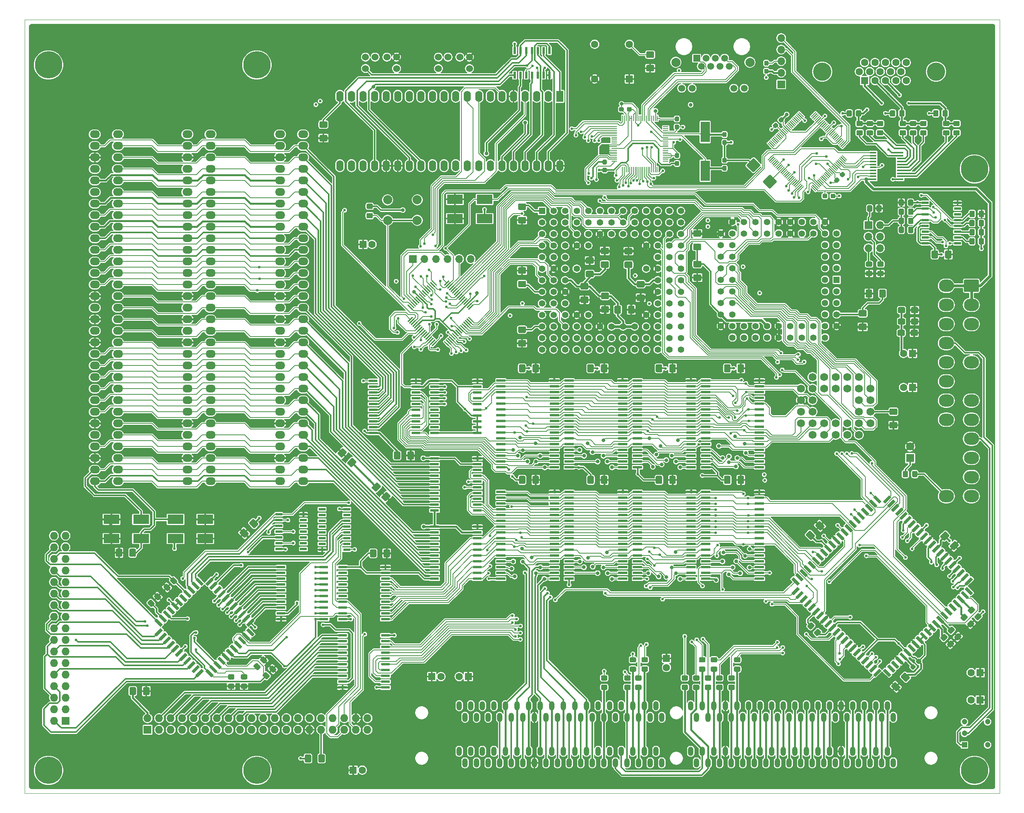
<source format=gbr>
%TF.GenerationSoftware,KiCad,Pcbnew,5.1.9*%
%TF.CreationDate,2021-03-28T04:41:58-04:00*%
%TF.ProjectId,C68,4336382e-6b69-4636-9164-5f7063625858,rev?*%
%TF.SameCoordinates,Original*%
%TF.FileFunction,Copper,L1,Top*%
%TF.FilePolarity,Positive*%
%FSLAX46Y46*%
G04 Gerber Fmt 4.6, Leading zero omitted, Abs format (unit mm)*
G04 Created by KiCad (PCBNEW 5.1.9) date 2021-03-28 04:41:58*
%MOMM*%
%LPD*%
G01*
G04 APERTURE LIST*
%TA.AperFunction,Profile*%
%ADD10C,0.050000*%
%TD*%
%TA.AperFunction,SMDPad,CuDef*%
%ADD11R,1.950000X0.600000*%
%TD*%
%TA.AperFunction,ComponentPad*%
%ADD12O,2.200000X1.700000*%
%TD*%
%TA.AperFunction,ComponentPad*%
%ADD13R,1.200000X1.200000*%
%TD*%
%TA.AperFunction,ComponentPad*%
%ADD14C,1.200000*%
%TD*%
%TA.AperFunction,ComponentPad*%
%ADD15O,1.700000X1.700000*%
%TD*%
%TA.AperFunction,ComponentPad*%
%ADD16R,1.700000X1.700000*%
%TD*%
%TA.AperFunction,SMDPad,CuDef*%
%ADD17R,1.500000X0.600000*%
%TD*%
%TA.AperFunction,SMDPad,CuDef*%
%ADD18R,2.000000X0.600000*%
%TD*%
%TA.AperFunction,ComponentPad*%
%ADD19C,2.000000*%
%TD*%
%TA.AperFunction,ComponentPad*%
%ADD20C,1.397000*%
%TD*%
%TA.AperFunction,ComponentPad*%
%ADD21R,1.397000X1.397000*%
%TD*%
%TA.AperFunction,ComponentPad*%
%ADD22O,1.200000X2.000000*%
%TD*%
%TA.AperFunction,ComponentPad*%
%ADD23C,6.000000*%
%TD*%
%TA.AperFunction,SMDPad,CuDef*%
%ADD24R,0.230000X1.200000*%
%TD*%
%TA.AperFunction,SMDPad,CuDef*%
%ADD25R,1.200000X0.230000*%
%TD*%
%TA.AperFunction,SMDPad,CuDef*%
%ADD26R,1.450000X0.450000*%
%TD*%
%TA.AperFunction,SMDPad,CuDef*%
%ADD27C,0.150000*%
%TD*%
%TA.AperFunction,ComponentPad*%
%ADD28C,1.600000*%
%TD*%
%TA.AperFunction,ComponentPad*%
%ADD29R,1.600000X1.600000*%
%TD*%
%TA.AperFunction,ComponentPad*%
%ADD30C,4.000000*%
%TD*%
%TA.AperFunction,SMDPad,CuDef*%
%ADD31R,0.600000X1.500000*%
%TD*%
%TA.AperFunction,ComponentPad*%
%ADD32C,1.422400*%
%TD*%
%TA.AperFunction,ComponentPad*%
%ADD33R,1.422400X1.422400*%
%TD*%
%TA.AperFunction,ComponentPad*%
%ADD34C,1.750000*%
%TD*%
%TA.AperFunction,SMDPad,CuDef*%
%ADD35R,3.500000X2.000000*%
%TD*%
%TA.AperFunction,ComponentPad*%
%ADD36O,3.300000X2.700000*%
%TD*%
%TA.AperFunction,ComponentPad*%
%ADD37C,1.524000*%
%TD*%
%TA.AperFunction,ComponentPad*%
%ADD38C,1.500000*%
%TD*%
%TA.AperFunction,ComponentPad*%
%ADD39R,1.500000X1.500000*%
%TD*%
%TA.AperFunction,SMDPad,CuDef*%
%ADD40R,2.000000X4.500000*%
%TD*%
%TA.AperFunction,ComponentPad*%
%ADD41R,1.600000X2.400000*%
%TD*%
%TA.AperFunction,ComponentPad*%
%ADD42O,1.600000X2.400000*%
%TD*%
%TA.AperFunction,ComponentPad*%
%ADD43C,1.800000*%
%TD*%
%TA.AperFunction,ComponentPad*%
%ADD44R,1.800000X1.800000*%
%TD*%
%TA.AperFunction,ComponentPad*%
%ADD45O,1.727200X1.727200*%
%TD*%
%TA.AperFunction,ComponentPad*%
%ADD46R,1.727200X1.727200*%
%TD*%
%TA.AperFunction,ViaPad*%
%ADD47C,0.600000*%
%TD*%
%TA.AperFunction,ViaPad*%
%ADD48C,0.800000*%
%TD*%
%TA.AperFunction,Conductor*%
%ADD49C,0.300000*%
%TD*%
%TA.AperFunction,Conductor*%
%ADD50C,0.200000*%
%TD*%
%TA.AperFunction,Conductor*%
%ADD51C,0.600000*%
%TD*%
%TA.AperFunction,Conductor*%
%ADD52C,0.400000*%
%TD*%
%TA.AperFunction,Conductor*%
%ADD53C,0.150000*%
%TD*%
%TA.AperFunction,Conductor*%
%ADD54C,0.800000*%
%TD*%
%TA.AperFunction,Conductor*%
%ADD55C,0.254000*%
%TD*%
G04 APERTURE END LIST*
D10*
X304000000Y-210000000D02*
X90000000Y-210000000D01*
X304000000Y-40000000D02*
X304000000Y-210000000D01*
X90000000Y-40000000D02*
X304000000Y-40000000D01*
X90000000Y-210000000D02*
X90000000Y-40000000D01*
D11*
X189390000Y-151395000D03*
X189390000Y-152665000D03*
X189390000Y-153935000D03*
X189390000Y-155205000D03*
X189390000Y-156475000D03*
X189390000Y-157745000D03*
X189390000Y-159015000D03*
X189390000Y-160285000D03*
X189390000Y-161555000D03*
X189390000Y-162825000D03*
X179990000Y-162825000D03*
X179990000Y-161555000D03*
X179990000Y-160285000D03*
X179990000Y-159015000D03*
X179990000Y-157745000D03*
X179990000Y-156475000D03*
X179990000Y-155205000D03*
X179990000Y-153935000D03*
X179990000Y-152665000D03*
X179990000Y-151395000D03*
%TA.AperFunction,SMDPad,CuDef*%
G36*
G01*
X217064012Y-70783184D02*
X217539012Y-70783184D01*
G75*
G02*
X217776512Y-71020684I0J-237500D01*
G01*
X217776512Y-71595684D01*
G75*
G02*
X217539012Y-71833184I-237500J0D01*
G01*
X217064012Y-71833184D01*
G75*
G02*
X216826512Y-71595684I0J237500D01*
G01*
X216826512Y-71020684D01*
G75*
G02*
X217064012Y-70783184I237500J0D01*
G01*
G37*
%TD.AperFunction*%
%TA.AperFunction,SMDPad,CuDef*%
G36*
G01*
X217064012Y-72533184D02*
X217539012Y-72533184D01*
G75*
G02*
X217776512Y-72770684I0J-237500D01*
G01*
X217776512Y-73345684D01*
G75*
G02*
X217539012Y-73583184I-237500J0D01*
G01*
X217064012Y-73583184D01*
G75*
G02*
X216826512Y-73345684I0J237500D01*
G01*
X216826512Y-72770684D01*
G75*
G02*
X217064012Y-72533184I237500J0D01*
G01*
G37*
%TD.AperFunction*%
D12*
X105430000Y-65220000D03*
X110510000Y-65220000D03*
X105430000Y-67760000D03*
X105430000Y-70300000D03*
X105430000Y-72840000D03*
X105430000Y-75380000D03*
X105430000Y-77920000D03*
X105430000Y-80460000D03*
X105430000Y-83000000D03*
X105430000Y-85540000D03*
X105430000Y-88080000D03*
X105430000Y-90620000D03*
X105430000Y-93160000D03*
X105430000Y-95700000D03*
X105430000Y-98240000D03*
X105430000Y-100780000D03*
X105430000Y-103320000D03*
X105430000Y-105860000D03*
X105430000Y-108400000D03*
X105430000Y-110940000D03*
X105430000Y-113480000D03*
X105430000Y-116020000D03*
X105430000Y-118560000D03*
X105430000Y-121100000D03*
X105430000Y-123640000D03*
X105430000Y-126180000D03*
X105430000Y-128720000D03*
X105430000Y-131260000D03*
X105430000Y-133800000D03*
X105430000Y-136340000D03*
X105430000Y-138880000D03*
X105430000Y-141420000D03*
X110510000Y-67760000D03*
X110510000Y-70300000D03*
X110510000Y-72840000D03*
X110510000Y-75380000D03*
X110510000Y-77920000D03*
X110510000Y-80460000D03*
X110510000Y-83000000D03*
X110510000Y-85540000D03*
X110510000Y-88080000D03*
X110510000Y-90620000D03*
X110510000Y-93160000D03*
X110510000Y-95700000D03*
X110510000Y-98240000D03*
X110510000Y-100780000D03*
X110510000Y-103320000D03*
X110510000Y-105860000D03*
X110510000Y-108400000D03*
X110510000Y-110940000D03*
X110510000Y-113480000D03*
X110510000Y-116020000D03*
X110510000Y-118560000D03*
X110510000Y-121100000D03*
X110510000Y-123640000D03*
X110510000Y-126180000D03*
X110510000Y-128720000D03*
X110510000Y-131260000D03*
X110510000Y-133800000D03*
X110510000Y-136340000D03*
X110510000Y-138880000D03*
X110510000Y-141420000D03*
D13*
X296250000Y-199320000D03*
D14*
X296250000Y-196780000D03*
X296250000Y-194240000D03*
X301330000Y-199320000D03*
X301330000Y-194240000D03*
%TA.AperFunction,SMDPad,CuDef*%
G36*
G01*
X198490000Y-141735000D02*
X198490000Y-140485000D01*
G75*
G02*
X198740000Y-140235000I250000J0D01*
G01*
X199665000Y-140235000D01*
G75*
G02*
X199915000Y-140485000I0J-250000D01*
G01*
X199915000Y-141735000D01*
G75*
G02*
X199665000Y-141985000I-250000J0D01*
G01*
X198740000Y-141985000D01*
G75*
G02*
X198490000Y-141735000I0J250000D01*
G01*
G37*
%TD.AperFunction*%
%TA.AperFunction,SMDPad,CuDef*%
G36*
G01*
X201465000Y-141735000D02*
X201465000Y-140485000D01*
G75*
G02*
X201715000Y-140235000I250000J0D01*
G01*
X202640000Y-140235000D01*
G75*
G02*
X202890000Y-140485000I0J-250000D01*
G01*
X202890000Y-141735000D01*
G75*
G02*
X202640000Y-141985000I-250000J0D01*
G01*
X201715000Y-141985000D01*
G75*
G02*
X201465000Y-141735000I0J250000D01*
G01*
G37*
%TD.AperFunction*%
%TA.AperFunction,SMDPad,CuDef*%
G36*
G01*
X214655000Y-96617500D02*
X213405000Y-96617500D01*
G75*
G02*
X213155000Y-96367500I0J250000D01*
G01*
X213155000Y-95442500D01*
G75*
G02*
X213405000Y-95192500I250000J0D01*
G01*
X214655000Y-95192500D01*
G75*
G02*
X214905000Y-95442500I0J-250000D01*
G01*
X214905000Y-96367500D01*
G75*
G02*
X214655000Y-96617500I-250000J0D01*
G01*
G37*
%TD.AperFunction*%
%TA.AperFunction,SMDPad,CuDef*%
G36*
G01*
X214655000Y-93642500D02*
X213405000Y-93642500D01*
G75*
G02*
X213155000Y-93392500I0J250000D01*
G01*
X213155000Y-92467500D01*
G75*
G02*
X213405000Y-92217500I250000J0D01*
G01*
X214655000Y-92217500D01*
G75*
G02*
X214905000Y-92467500I0J-250000D01*
G01*
X214905000Y-93392500D01*
G75*
G02*
X214655000Y-93642500I-250000J0D01*
G01*
G37*
%TD.AperFunction*%
D15*
X277740000Y-90230000D03*
X275200000Y-90230000D03*
X277740000Y-87690000D03*
X275200000Y-87690000D03*
X277740000Y-85150000D03*
D16*
X275200000Y-85150000D03*
%TA.AperFunction,SMDPad,CuDef*%
G36*
G01*
X187578233Y-105300820D02*
X188515149Y-106237736D01*
G75*
G02*
X188515149Y-106343802I-53033J-53033D01*
G01*
X188409083Y-106449868D01*
G75*
G02*
X188303017Y-106449868I-53033J53033D01*
G01*
X187366101Y-105512952D01*
G75*
G02*
X187366101Y-105406886I53033J53033D01*
G01*
X187472167Y-105300820D01*
G75*
G02*
X187578233Y-105300820I53033J-53033D01*
G01*
G37*
%TD.AperFunction*%
%TA.AperFunction,SMDPad,CuDef*%
G36*
G01*
X187224679Y-105654373D02*
X188161595Y-106591289D01*
G75*
G02*
X188161595Y-106697355I-53033J-53033D01*
G01*
X188055529Y-106803421D01*
G75*
G02*
X187949463Y-106803421I-53033J53033D01*
G01*
X187012547Y-105866505D01*
G75*
G02*
X187012547Y-105760439I53033J53033D01*
G01*
X187118613Y-105654373D01*
G75*
G02*
X187224679Y-105654373I53033J-53033D01*
G01*
G37*
%TD.AperFunction*%
%TA.AperFunction,SMDPad,CuDef*%
G36*
G01*
X186871126Y-106007927D02*
X187808042Y-106944843D01*
G75*
G02*
X187808042Y-107050909I-53033J-53033D01*
G01*
X187701976Y-107156975D01*
G75*
G02*
X187595910Y-107156975I-53033J53033D01*
G01*
X186658994Y-106220059D01*
G75*
G02*
X186658994Y-106113993I53033J53033D01*
G01*
X186765060Y-106007927D01*
G75*
G02*
X186871126Y-106007927I53033J-53033D01*
G01*
G37*
%TD.AperFunction*%
%TA.AperFunction,SMDPad,CuDef*%
G36*
G01*
X186517572Y-106361480D02*
X187454488Y-107298396D01*
G75*
G02*
X187454488Y-107404462I-53033J-53033D01*
G01*
X187348422Y-107510528D01*
G75*
G02*
X187242356Y-107510528I-53033J53033D01*
G01*
X186305440Y-106573612D01*
G75*
G02*
X186305440Y-106467546I53033J53033D01*
G01*
X186411506Y-106361480D01*
G75*
G02*
X186517572Y-106361480I53033J-53033D01*
G01*
G37*
%TD.AperFunction*%
%TA.AperFunction,SMDPad,CuDef*%
G36*
G01*
X186164019Y-106715033D02*
X187100935Y-107651949D01*
G75*
G02*
X187100935Y-107758015I-53033J-53033D01*
G01*
X186994869Y-107864081D01*
G75*
G02*
X186888803Y-107864081I-53033J53033D01*
G01*
X185951887Y-106927165D01*
G75*
G02*
X185951887Y-106821099I53033J53033D01*
G01*
X186057953Y-106715033D01*
G75*
G02*
X186164019Y-106715033I53033J-53033D01*
G01*
G37*
%TD.AperFunction*%
%TA.AperFunction,SMDPad,CuDef*%
G36*
G01*
X185810466Y-107068587D02*
X186747382Y-108005503D01*
G75*
G02*
X186747382Y-108111569I-53033J-53033D01*
G01*
X186641316Y-108217635D01*
G75*
G02*
X186535250Y-108217635I-53033J53033D01*
G01*
X185598334Y-107280719D01*
G75*
G02*
X185598334Y-107174653I53033J53033D01*
G01*
X185704400Y-107068587D01*
G75*
G02*
X185810466Y-107068587I53033J-53033D01*
G01*
G37*
%TD.AperFunction*%
%TA.AperFunction,SMDPad,CuDef*%
G36*
G01*
X185456912Y-107422140D02*
X186393828Y-108359056D01*
G75*
G02*
X186393828Y-108465122I-53033J-53033D01*
G01*
X186287762Y-108571188D01*
G75*
G02*
X186181696Y-108571188I-53033J53033D01*
G01*
X185244780Y-107634272D01*
G75*
G02*
X185244780Y-107528206I53033J53033D01*
G01*
X185350846Y-107422140D01*
G75*
G02*
X185456912Y-107422140I53033J-53033D01*
G01*
G37*
%TD.AperFunction*%
%TA.AperFunction,SMDPad,CuDef*%
G36*
G01*
X185103359Y-107775693D02*
X186040275Y-108712609D01*
G75*
G02*
X186040275Y-108818675I-53033J-53033D01*
G01*
X185934209Y-108924741D01*
G75*
G02*
X185828143Y-108924741I-53033J53033D01*
G01*
X184891227Y-107987825D01*
G75*
G02*
X184891227Y-107881759I53033J53033D01*
G01*
X184997293Y-107775693D01*
G75*
G02*
X185103359Y-107775693I53033J-53033D01*
G01*
G37*
%TD.AperFunction*%
%TA.AperFunction,SMDPad,CuDef*%
G36*
G01*
X184749805Y-108129247D02*
X185686721Y-109066163D01*
G75*
G02*
X185686721Y-109172229I-53033J-53033D01*
G01*
X185580655Y-109278295D01*
G75*
G02*
X185474589Y-109278295I-53033J53033D01*
G01*
X184537673Y-108341379D01*
G75*
G02*
X184537673Y-108235313I53033J53033D01*
G01*
X184643739Y-108129247D01*
G75*
G02*
X184749805Y-108129247I53033J-53033D01*
G01*
G37*
%TD.AperFunction*%
%TA.AperFunction,SMDPad,CuDef*%
G36*
G01*
X184396252Y-108482800D02*
X185333168Y-109419716D01*
G75*
G02*
X185333168Y-109525782I-53033J-53033D01*
G01*
X185227102Y-109631848D01*
G75*
G02*
X185121036Y-109631848I-53033J53033D01*
G01*
X184184120Y-108694932D01*
G75*
G02*
X184184120Y-108588866I53033J53033D01*
G01*
X184290186Y-108482800D01*
G75*
G02*
X184396252Y-108482800I53033J-53033D01*
G01*
G37*
%TD.AperFunction*%
%TA.AperFunction,SMDPad,CuDef*%
G36*
G01*
X184042699Y-108836354D02*
X184979615Y-109773270D01*
G75*
G02*
X184979615Y-109879336I-53033J-53033D01*
G01*
X184873549Y-109985402D01*
G75*
G02*
X184767483Y-109985402I-53033J53033D01*
G01*
X183830567Y-109048486D01*
G75*
G02*
X183830567Y-108942420I53033J53033D01*
G01*
X183936633Y-108836354D01*
G75*
G02*
X184042699Y-108836354I53033J-53033D01*
G01*
G37*
%TD.AperFunction*%
%TA.AperFunction,SMDPad,CuDef*%
G36*
G01*
X183689145Y-109189907D02*
X184626061Y-110126823D01*
G75*
G02*
X184626061Y-110232889I-53033J-53033D01*
G01*
X184519995Y-110338955D01*
G75*
G02*
X184413929Y-110338955I-53033J53033D01*
G01*
X183477013Y-109402039D01*
G75*
G02*
X183477013Y-109295973I53033J53033D01*
G01*
X183583079Y-109189907D01*
G75*
G02*
X183689145Y-109189907I53033J-53033D01*
G01*
G37*
%TD.AperFunction*%
%TA.AperFunction,SMDPad,CuDef*%
G36*
G01*
X183335592Y-109543460D02*
X184272508Y-110480376D01*
G75*
G02*
X184272508Y-110586442I-53033J-53033D01*
G01*
X184166442Y-110692508D01*
G75*
G02*
X184060376Y-110692508I-53033J53033D01*
G01*
X183123460Y-109755592D01*
G75*
G02*
X183123460Y-109649526I53033J53033D01*
G01*
X183229526Y-109543460D01*
G75*
G02*
X183335592Y-109543460I53033J-53033D01*
G01*
G37*
%TD.AperFunction*%
%TA.AperFunction,SMDPad,CuDef*%
G36*
G01*
X182982039Y-109897014D02*
X183918955Y-110833930D01*
G75*
G02*
X183918955Y-110939996I-53033J-53033D01*
G01*
X183812889Y-111046062D01*
G75*
G02*
X183706823Y-111046062I-53033J53033D01*
G01*
X182769907Y-110109146D01*
G75*
G02*
X182769907Y-110003080I53033J53033D01*
G01*
X182875973Y-109897014D01*
G75*
G02*
X182982039Y-109897014I53033J-53033D01*
G01*
G37*
%TD.AperFunction*%
%TA.AperFunction,SMDPad,CuDef*%
G36*
G01*
X182628485Y-110250567D02*
X183565401Y-111187483D01*
G75*
G02*
X183565401Y-111293549I-53033J-53033D01*
G01*
X183459335Y-111399615D01*
G75*
G02*
X183353269Y-111399615I-53033J53033D01*
G01*
X182416353Y-110462699D01*
G75*
G02*
X182416353Y-110356633I53033J53033D01*
G01*
X182522419Y-110250567D01*
G75*
G02*
X182628485Y-110250567I53033J-53033D01*
G01*
G37*
%TD.AperFunction*%
%TA.AperFunction,SMDPad,CuDef*%
G36*
G01*
X182274932Y-110604121D02*
X183211848Y-111541037D01*
G75*
G02*
X183211848Y-111647103I-53033J-53033D01*
G01*
X183105782Y-111753169D01*
G75*
G02*
X182999716Y-111753169I-53033J53033D01*
G01*
X182062800Y-110816253D01*
G75*
G02*
X182062800Y-110710187I53033J53033D01*
G01*
X182168866Y-110604121D01*
G75*
G02*
X182274932Y-110604121I53033J-53033D01*
G01*
G37*
%TD.AperFunction*%
%TA.AperFunction,SMDPad,CuDef*%
G36*
G01*
X180401098Y-110604121D02*
X180507164Y-110710187D01*
G75*
G02*
X180507164Y-110816253I-53033J-53033D01*
G01*
X179570248Y-111753169D01*
G75*
G02*
X179464182Y-111753169I-53033J53033D01*
G01*
X179358116Y-111647103D01*
G75*
G02*
X179358116Y-111541037I53033J53033D01*
G01*
X180295032Y-110604121D01*
G75*
G02*
X180401098Y-110604121I53033J-53033D01*
G01*
G37*
%TD.AperFunction*%
%TA.AperFunction,SMDPad,CuDef*%
G36*
G01*
X180047545Y-110250567D02*
X180153611Y-110356633D01*
G75*
G02*
X180153611Y-110462699I-53033J-53033D01*
G01*
X179216695Y-111399615D01*
G75*
G02*
X179110629Y-111399615I-53033J53033D01*
G01*
X179004563Y-111293549D01*
G75*
G02*
X179004563Y-111187483I53033J53033D01*
G01*
X179941479Y-110250567D01*
G75*
G02*
X180047545Y-110250567I53033J-53033D01*
G01*
G37*
%TD.AperFunction*%
%TA.AperFunction,SMDPad,CuDef*%
G36*
G01*
X179693991Y-109897014D02*
X179800057Y-110003080D01*
G75*
G02*
X179800057Y-110109146I-53033J-53033D01*
G01*
X178863141Y-111046062D01*
G75*
G02*
X178757075Y-111046062I-53033J53033D01*
G01*
X178651009Y-110939996D01*
G75*
G02*
X178651009Y-110833930I53033J53033D01*
G01*
X179587925Y-109897014D01*
G75*
G02*
X179693991Y-109897014I53033J-53033D01*
G01*
G37*
%TD.AperFunction*%
%TA.AperFunction,SMDPad,CuDef*%
G36*
G01*
X179340438Y-109543460D02*
X179446504Y-109649526D01*
G75*
G02*
X179446504Y-109755592I-53033J-53033D01*
G01*
X178509588Y-110692508D01*
G75*
G02*
X178403522Y-110692508I-53033J53033D01*
G01*
X178297456Y-110586442D01*
G75*
G02*
X178297456Y-110480376I53033J53033D01*
G01*
X179234372Y-109543460D01*
G75*
G02*
X179340438Y-109543460I53033J-53033D01*
G01*
G37*
%TD.AperFunction*%
%TA.AperFunction,SMDPad,CuDef*%
G36*
G01*
X178986885Y-109189907D02*
X179092951Y-109295973D01*
G75*
G02*
X179092951Y-109402039I-53033J-53033D01*
G01*
X178156035Y-110338955D01*
G75*
G02*
X178049969Y-110338955I-53033J53033D01*
G01*
X177943903Y-110232889D01*
G75*
G02*
X177943903Y-110126823I53033J53033D01*
G01*
X178880819Y-109189907D01*
G75*
G02*
X178986885Y-109189907I53033J-53033D01*
G01*
G37*
%TD.AperFunction*%
%TA.AperFunction,SMDPad,CuDef*%
G36*
G01*
X178633331Y-108836354D02*
X178739397Y-108942420D01*
G75*
G02*
X178739397Y-109048486I-53033J-53033D01*
G01*
X177802481Y-109985402D01*
G75*
G02*
X177696415Y-109985402I-53033J53033D01*
G01*
X177590349Y-109879336D01*
G75*
G02*
X177590349Y-109773270I53033J53033D01*
G01*
X178527265Y-108836354D01*
G75*
G02*
X178633331Y-108836354I53033J-53033D01*
G01*
G37*
%TD.AperFunction*%
%TA.AperFunction,SMDPad,CuDef*%
G36*
G01*
X178279778Y-108482800D02*
X178385844Y-108588866D01*
G75*
G02*
X178385844Y-108694932I-53033J-53033D01*
G01*
X177448928Y-109631848D01*
G75*
G02*
X177342862Y-109631848I-53033J53033D01*
G01*
X177236796Y-109525782D01*
G75*
G02*
X177236796Y-109419716I53033J53033D01*
G01*
X178173712Y-108482800D01*
G75*
G02*
X178279778Y-108482800I53033J-53033D01*
G01*
G37*
%TD.AperFunction*%
%TA.AperFunction,SMDPad,CuDef*%
G36*
G01*
X177926225Y-108129247D02*
X178032291Y-108235313D01*
G75*
G02*
X178032291Y-108341379I-53033J-53033D01*
G01*
X177095375Y-109278295D01*
G75*
G02*
X176989309Y-109278295I-53033J53033D01*
G01*
X176883243Y-109172229D01*
G75*
G02*
X176883243Y-109066163I53033J53033D01*
G01*
X177820159Y-108129247D01*
G75*
G02*
X177926225Y-108129247I53033J-53033D01*
G01*
G37*
%TD.AperFunction*%
%TA.AperFunction,SMDPad,CuDef*%
G36*
G01*
X177572671Y-107775693D02*
X177678737Y-107881759D01*
G75*
G02*
X177678737Y-107987825I-53033J-53033D01*
G01*
X176741821Y-108924741D01*
G75*
G02*
X176635755Y-108924741I-53033J53033D01*
G01*
X176529689Y-108818675D01*
G75*
G02*
X176529689Y-108712609I53033J53033D01*
G01*
X177466605Y-107775693D01*
G75*
G02*
X177572671Y-107775693I53033J-53033D01*
G01*
G37*
%TD.AperFunction*%
%TA.AperFunction,SMDPad,CuDef*%
G36*
G01*
X177219118Y-107422140D02*
X177325184Y-107528206D01*
G75*
G02*
X177325184Y-107634272I-53033J-53033D01*
G01*
X176388268Y-108571188D01*
G75*
G02*
X176282202Y-108571188I-53033J53033D01*
G01*
X176176136Y-108465122D01*
G75*
G02*
X176176136Y-108359056I53033J53033D01*
G01*
X177113052Y-107422140D01*
G75*
G02*
X177219118Y-107422140I53033J-53033D01*
G01*
G37*
%TD.AperFunction*%
%TA.AperFunction,SMDPad,CuDef*%
G36*
G01*
X176865564Y-107068587D02*
X176971630Y-107174653D01*
G75*
G02*
X176971630Y-107280719I-53033J-53033D01*
G01*
X176034714Y-108217635D01*
G75*
G02*
X175928648Y-108217635I-53033J53033D01*
G01*
X175822582Y-108111569D01*
G75*
G02*
X175822582Y-108005503I53033J53033D01*
G01*
X176759498Y-107068587D01*
G75*
G02*
X176865564Y-107068587I53033J-53033D01*
G01*
G37*
%TD.AperFunction*%
%TA.AperFunction,SMDPad,CuDef*%
G36*
G01*
X176512011Y-106715033D02*
X176618077Y-106821099D01*
G75*
G02*
X176618077Y-106927165I-53033J-53033D01*
G01*
X175681161Y-107864081D01*
G75*
G02*
X175575095Y-107864081I-53033J53033D01*
G01*
X175469029Y-107758015D01*
G75*
G02*
X175469029Y-107651949I53033J53033D01*
G01*
X176405945Y-106715033D01*
G75*
G02*
X176512011Y-106715033I53033J-53033D01*
G01*
G37*
%TD.AperFunction*%
%TA.AperFunction,SMDPad,CuDef*%
G36*
G01*
X176158458Y-106361480D02*
X176264524Y-106467546D01*
G75*
G02*
X176264524Y-106573612I-53033J-53033D01*
G01*
X175327608Y-107510528D01*
G75*
G02*
X175221542Y-107510528I-53033J53033D01*
G01*
X175115476Y-107404462D01*
G75*
G02*
X175115476Y-107298396I53033J53033D01*
G01*
X176052392Y-106361480D01*
G75*
G02*
X176158458Y-106361480I53033J-53033D01*
G01*
G37*
%TD.AperFunction*%
%TA.AperFunction,SMDPad,CuDef*%
G36*
G01*
X175804904Y-106007927D02*
X175910970Y-106113993D01*
G75*
G02*
X175910970Y-106220059I-53033J-53033D01*
G01*
X174974054Y-107156975D01*
G75*
G02*
X174867988Y-107156975I-53033J53033D01*
G01*
X174761922Y-107050909D01*
G75*
G02*
X174761922Y-106944843I53033J53033D01*
G01*
X175698838Y-106007927D01*
G75*
G02*
X175804904Y-106007927I53033J-53033D01*
G01*
G37*
%TD.AperFunction*%
%TA.AperFunction,SMDPad,CuDef*%
G36*
G01*
X175451351Y-105654373D02*
X175557417Y-105760439D01*
G75*
G02*
X175557417Y-105866505I-53033J-53033D01*
G01*
X174620501Y-106803421D01*
G75*
G02*
X174514435Y-106803421I-53033J53033D01*
G01*
X174408369Y-106697355D01*
G75*
G02*
X174408369Y-106591289I53033J53033D01*
G01*
X175345285Y-105654373D01*
G75*
G02*
X175451351Y-105654373I53033J-53033D01*
G01*
G37*
%TD.AperFunction*%
%TA.AperFunction,SMDPad,CuDef*%
G36*
G01*
X175097797Y-105300820D02*
X175203863Y-105406886D01*
G75*
G02*
X175203863Y-105512952I-53033J-53033D01*
G01*
X174266947Y-106449868D01*
G75*
G02*
X174160881Y-106449868I-53033J53033D01*
G01*
X174054815Y-106343802D01*
G75*
G02*
X174054815Y-106237736I53033J53033D01*
G01*
X174991731Y-105300820D01*
G75*
G02*
X175097797Y-105300820I53033J-53033D01*
G01*
G37*
%TD.AperFunction*%
%TA.AperFunction,SMDPad,CuDef*%
G36*
G01*
X174266947Y-102596136D02*
X175203863Y-103533052D01*
G75*
G02*
X175203863Y-103639118I-53033J-53033D01*
G01*
X175097797Y-103745184D01*
G75*
G02*
X174991731Y-103745184I-53033J53033D01*
G01*
X174054815Y-102808268D01*
G75*
G02*
X174054815Y-102702202I53033J53033D01*
G01*
X174160881Y-102596136D01*
G75*
G02*
X174266947Y-102596136I53033J-53033D01*
G01*
G37*
%TD.AperFunction*%
%TA.AperFunction,SMDPad,CuDef*%
G36*
G01*
X174620501Y-102242583D02*
X175557417Y-103179499D01*
G75*
G02*
X175557417Y-103285565I-53033J-53033D01*
G01*
X175451351Y-103391631D01*
G75*
G02*
X175345285Y-103391631I-53033J53033D01*
G01*
X174408369Y-102454715D01*
G75*
G02*
X174408369Y-102348649I53033J53033D01*
G01*
X174514435Y-102242583D01*
G75*
G02*
X174620501Y-102242583I53033J-53033D01*
G01*
G37*
%TD.AperFunction*%
%TA.AperFunction,SMDPad,CuDef*%
G36*
G01*
X174974054Y-101889029D02*
X175910970Y-102825945D01*
G75*
G02*
X175910970Y-102932011I-53033J-53033D01*
G01*
X175804904Y-103038077D01*
G75*
G02*
X175698838Y-103038077I-53033J53033D01*
G01*
X174761922Y-102101161D01*
G75*
G02*
X174761922Y-101995095I53033J53033D01*
G01*
X174867988Y-101889029D01*
G75*
G02*
X174974054Y-101889029I53033J-53033D01*
G01*
G37*
%TD.AperFunction*%
%TA.AperFunction,SMDPad,CuDef*%
G36*
G01*
X175327608Y-101535476D02*
X176264524Y-102472392D01*
G75*
G02*
X176264524Y-102578458I-53033J-53033D01*
G01*
X176158458Y-102684524D01*
G75*
G02*
X176052392Y-102684524I-53033J53033D01*
G01*
X175115476Y-101747608D01*
G75*
G02*
X175115476Y-101641542I53033J53033D01*
G01*
X175221542Y-101535476D01*
G75*
G02*
X175327608Y-101535476I53033J-53033D01*
G01*
G37*
%TD.AperFunction*%
%TA.AperFunction,SMDPad,CuDef*%
G36*
G01*
X175681161Y-101181923D02*
X176618077Y-102118839D01*
G75*
G02*
X176618077Y-102224905I-53033J-53033D01*
G01*
X176512011Y-102330971D01*
G75*
G02*
X176405945Y-102330971I-53033J53033D01*
G01*
X175469029Y-101394055D01*
G75*
G02*
X175469029Y-101287989I53033J53033D01*
G01*
X175575095Y-101181923D01*
G75*
G02*
X175681161Y-101181923I53033J-53033D01*
G01*
G37*
%TD.AperFunction*%
%TA.AperFunction,SMDPad,CuDef*%
G36*
G01*
X176034714Y-100828369D02*
X176971630Y-101765285D01*
G75*
G02*
X176971630Y-101871351I-53033J-53033D01*
G01*
X176865564Y-101977417D01*
G75*
G02*
X176759498Y-101977417I-53033J53033D01*
G01*
X175822582Y-101040501D01*
G75*
G02*
X175822582Y-100934435I53033J53033D01*
G01*
X175928648Y-100828369D01*
G75*
G02*
X176034714Y-100828369I53033J-53033D01*
G01*
G37*
%TD.AperFunction*%
%TA.AperFunction,SMDPad,CuDef*%
G36*
G01*
X176388268Y-100474816D02*
X177325184Y-101411732D01*
G75*
G02*
X177325184Y-101517798I-53033J-53033D01*
G01*
X177219118Y-101623864D01*
G75*
G02*
X177113052Y-101623864I-53033J53033D01*
G01*
X176176136Y-100686948D01*
G75*
G02*
X176176136Y-100580882I53033J53033D01*
G01*
X176282202Y-100474816D01*
G75*
G02*
X176388268Y-100474816I53033J-53033D01*
G01*
G37*
%TD.AperFunction*%
%TA.AperFunction,SMDPad,CuDef*%
G36*
G01*
X176741821Y-100121263D02*
X177678737Y-101058179D01*
G75*
G02*
X177678737Y-101164245I-53033J-53033D01*
G01*
X177572671Y-101270311D01*
G75*
G02*
X177466605Y-101270311I-53033J53033D01*
G01*
X176529689Y-100333395D01*
G75*
G02*
X176529689Y-100227329I53033J53033D01*
G01*
X176635755Y-100121263D01*
G75*
G02*
X176741821Y-100121263I53033J-53033D01*
G01*
G37*
%TD.AperFunction*%
%TA.AperFunction,SMDPad,CuDef*%
G36*
G01*
X177095375Y-99767709D02*
X178032291Y-100704625D01*
G75*
G02*
X178032291Y-100810691I-53033J-53033D01*
G01*
X177926225Y-100916757D01*
G75*
G02*
X177820159Y-100916757I-53033J53033D01*
G01*
X176883243Y-99979841D01*
G75*
G02*
X176883243Y-99873775I53033J53033D01*
G01*
X176989309Y-99767709D01*
G75*
G02*
X177095375Y-99767709I53033J-53033D01*
G01*
G37*
%TD.AperFunction*%
%TA.AperFunction,SMDPad,CuDef*%
G36*
G01*
X177448928Y-99414156D02*
X178385844Y-100351072D01*
G75*
G02*
X178385844Y-100457138I-53033J-53033D01*
G01*
X178279778Y-100563204D01*
G75*
G02*
X178173712Y-100563204I-53033J53033D01*
G01*
X177236796Y-99626288D01*
G75*
G02*
X177236796Y-99520222I53033J53033D01*
G01*
X177342862Y-99414156D01*
G75*
G02*
X177448928Y-99414156I53033J-53033D01*
G01*
G37*
%TD.AperFunction*%
%TA.AperFunction,SMDPad,CuDef*%
G36*
G01*
X177802481Y-99060602D02*
X178739397Y-99997518D01*
G75*
G02*
X178739397Y-100103584I-53033J-53033D01*
G01*
X178633331Y-100209650D01*
G75*
G02*
X178527265Y-100209650I-53033J53033D01*
G01*
X177590349Y-99272734D01*
G75*
G02*
X177590349Y-99166668I53033J53033D01*
G01*
X177696415Y-99060602D01*
G75*
G02*
X177802481Y-99060602I53033J-53033D01*
G01*
G37*
%TD.AperFunction*%
%TA.AperFunction,SMDPad,CuDef*%
G36*
G01*
X178156035Y-98707049D02*
X179092951Y-99643965D01*
G75*
G02*
X179092951Y-99750031I-53033J-53033D01*
G01*
X178986885Y-99856097D01*
G75*
G02*
X178880819Y-99856097I-53033J53033D01*
G01*
X177943903Y-98919181D01*
G75*
G02*
X177943903Y-98813115I53033J53033D01*
G01*
X178049969Y-98707049D01*
G75*
G02*
X178156035Y-98707049I53033J-53033D01*
G01*
G37*
%TD.AperFunction*%
%TA.AperFunction,SMDPad,CuDef*%
G36*
G01*
X178509588Y-98353496D02*
X179446504Y-99290412D01*
G75*
G02*
X179446504Y-99396478I-53033J-53033D01*
G01*
X179340438Y-99502544D01*
G75*
G02*
X179234372Y-99502544I-53033J53033D01*
G01*
X178297456Y-98565628D01*
G75*
G02*
X178297456Y-98459562I53033J53033D01*
G01*
X178403522Y-98353496D01*
G75*
G02*
X178509588Y-98353496I53033J-53033D01*
G01*
G37*
%TD.AperFunction*%
%TA.AperFunction,SMDPad,CuDef*%
G36*
G01*
X178863141Y-97999942D02*
X179800057Y-98936858D01*
G75*
G02*
X179800057Y-99042924I-53033J-53033D01*
G01*
X179693991Y-99148990D01*
G75*
G02*
X179587925Y-99148990I-53033J53033D01*
G01*
X178651009Y-98212074D01*
G75*
G02*
X178651009Y-98106008I53033J53033D01*
G01*
X178757075Y-97999942D01*
G75*
G02*
X178863141Y-97999942I53033J-53033D01*
G01*
G37*
%TD.AperFunction*%
%TA.AperFunction,SMDPad,CuDef*%
G36*
G01*
X179216695Y-97646389D02*
X180153611Y-98583305D01*
G75*
G02*
X180153611Y-98689371I-53033J-53033D01*
G01*
X180047545Y-98795437D01*
G75*
G02*
X179941479Y-98795437I-53033J53033D01*
G01*
X179004563Y-97858521D01*
G75*
G02*
X179004563Y-97752455I53033J53033D01*
G01*
X179110629Y-97646389D01*
G75*
G02*
X179216695Y-97646389I53033J-53033D01*
G01*
G37*
%TD.AperFunction*%
%TA.AperFunction,SMDPad,CuDef*%
G36*
G01*
X179570248Y-97292835D02*
X180507164Y-98229751D01*
G75*
G02*
X180507164Y-98335817I-53033J-53033D01*
G01*
X180401098Y-98441883D01*
G75*
G02*
X180295032Y-98441883I-53033J53033D01*
G01*
X179358116Y-97504967D01*
G75*
G02*
X179358116Y-97398901I53033J53033D01*
G01*
X179464182Y-97292835D01*
G75*
G02*
X179570248Y-97292835I53033J-53033D01*
G01*
G37*
%TD.AperFunction*%
%TA.AperFunction,SMDPad,CuDef*%
G36*
G01*
X183105782Y-97292835D02*
X183211848Y-97398901D01*
G75*
G02*
X183211848Y-97504967I-53033J-53033D01*
G01*
X182274932Y-98441883D01*
G75*
G02*
X182168866Y-98441883I-53033J53033D01*
G01*
X182062800Y-98335817D01*
G75*
G02*
X182062800Y-98229751I53033J53033D01*
G01*
X182999716Y-97292835D01*
G75*
G02*
X183105782Y-97292835I53033J-53033D01*
G01*
G37*
%TD.AperFunction*%
%TA.AperFunction,SMDPad,CuDef*%
G36*
G01*
X183459335Y-97646389D02*
X183565401Y-97752455D01*
G75*
G02*
X183565401Y-97858521I-53033J-53033D01*
G01*
X182628485Y-98795437D01*
G75*
G02*
X182522419Y-98795437I-53033J53033D01*
G01*
X182416353Y-98689371D01*
G75*
G02*
X182416353Y-98583305I53033J53033D01*
G01*
X183353269Y-97646389D01*
G75*
G02*
X183459335Y-97646389I53033J-53033D01*
G01*
G37*
%TD.AperFunction*%
%TA.AperFunction,SMDPad,CuDef*%
G36*
G01*
X183812889Y-97999942D02*
X183918955Y-98106008D01*
G75*
G02*
X183918955Y-98212074I-53033J-53033D01*
G01*
X182982039Y-99148990D01*
G75*
G02*
X182875973Y-99148990I-53033J53033D01*
G01*
X182769907Y-99042924D01*
G75*
G02*
X182769907Y-98936858I53033J53033D01*
G01*
X183706823Y-97999942D01*
G75*
G02*
X183812889Y-97999942I53033J-53033D01*
G01*
G37*
%TD.AperFunction*%
%TA.AperFunction,SMDPad,CuDef*%
G36*
G01*
X184166442Y-98353496D02*
X184272508Y-98459562D01*
G75*
G02*
X184272508Y-98565628I-53033J-53033D01*
G01*
X183335592Y-99502544D01*
G75*
G02*
X183229526Y-99502544I-53033J53033D01*
G01*
X183123460Y-99396478D01*
G75*
G02*
X183123460Y-99290412I53033J53033D01*
G01*
X184060376Y-98353496D01*
G75*
G02*
X184166442Y-98353496I53033J-53033D01*
G01*
G37*
%TD.AperFunction*%
%TA.AperFunction,SMDPad,CuDef*%
G36*
G01*
X184519995Y-98707049D02*
X184626061Y-98813115D01*
G75*
G02*
X184626061Y-98919181I-53033J-53033D01*
G01*
X183689145Y-99856097D01*
G75*
G02*
X183583079Y-99856097I-53033J53033D01*
G01*
X183477013Y-99750031D01*
G75*
G02*
X183477013Y-99643965I53033J53033D01*
G01*
X184413929Y-98707049D01*
G75*
G02*
X184519995Y-98707049I53033J-53033D01*
G01*
G37*
%TD.AperFunction*%
%TA.AperFunction,SMDPad,CuDef*%
G36*
G01*
X184873549Y-99060602D02*
X184979615Y-99166668D01*
G75*
G02*
X184979615Y-99272734I-53033J-53033D01*
G01*
X184042699Y-100209650D01*
G75*
G02*
X183936633Y-100209650I-53033J53033D01*
G01*
X183830567Y-100103584D01*
G75*
G02*
X183830567Y-99997518I53033J53033D01*
G01*
X184767483Y-99060602D01*
G75*
G02*
X184873549Y-99060602I53033J-53033D01*
G01*
G37*
%TD.AperFunction*%
%TA.AperFunction,SMDPad,CuDef*%
G36*
G01*
X185227102Y-99414156D02*
X185333168Y-99520222D01*
G75*
G02*
X185333168Y-99626288I-53033J-53033D01*
G01*
X184396252Y-100563204D01*
G75*
G02*
X184290186Y-100563204I-53033J53033D01*
G01*
X184184120Y-100457138D01*
G75*
G02*
X184184120Y-100351072I53033J53033D01*
G01*
X185121036Y-99414156D01*
G75*
G02*
X185227102Y-99414156I53033J-53033D01*
G01*
G37*
%TD.AperFunction*%
%TA.AperFunction,SMDPad,CuDef*%
G36*
G01*
X185580655Y-99767709D02*
X185686721Y-99873775D01*
G75*
G02*
X185686721Y-99979841I-53033J-53033D01*
G01*
X184749805Y-100916757D01*
G75*
G02*
X184643739Y-100916757I-53033J53033D01*
G01*
X184537673Y-100810691D01*
G75*
G02*
X184537673Y-100704625I53033J53033D01*
G01*
X185474589Y-99767709D01*
G75*
G02*
X185580655Y-99767709I53033J-53033D01*
G01*
G37*
%TD.AperFunction*%
%TA.AperFunction,SMDPad,CuDef*%
G36*
G01*
X185934209Y-100121263D02*
X186040275Y-100227329D01*
G75*
G02*
X186040275Y-100333395I-53033J-53033D01*
G01*
X185103359Y-101270311D01*
G75*
G02*
X184997293Y-101270311I-53033J53033D01*
G01*
X184891227Y-101164245D01*
G75*
G02*
X184891227Y-101058179I53033J53033D01*
G01*
X185828143Y-100121263D01*
G75*
G02*
X185934209Y-100121263I53033J-53033D01*
G01*
G37*
%TD.AperFunction*%
%TA.AperFunction,SMDPad,CuDef*%
G36*
G01*
X186287762Y-100474816D02*
X186393828Y-100580882D01*
G75*
G02*
X186393828Y-100686948I-53033J-53033D01*
G01*
X185456912Y-101623864D01*
G75*
G02*
X185350846Y-101623864I-53033J53033D01*
G01*
X185244780Y-101517798D01*
G75*
G02*
X185244780Y-101411732I53033J53033D01*
G01*
X186181696Y-100474816D01*
G75*
G02*
X186287762Y-100474816I53033J-53033D01*
G01*
G37*
%TD.AperFunction*%
%TA.AperFunction,SMDPad,CuDef*%
G36*
G01*
X186641316Y-100828369D02*
X186747382Y-100934435D01*
G75*
G02*
X186747382Y-101040501I-53033J-53033D01*
G01*
X185810466Y-101977417D01*
G75*
G02*
X185704400Y-101977417I-53033J53033D01*
G01*
X185598334Y-101871351D01*
G75*
G02*
X185598334Y-101765285I53033J53033D01*
G01*
X186535250Y-100828369D01*
G75*
G02*
X186641316Y-100828369I53033J-53033D01*
G01*
G37*
%TD.AperFunction*%
%TA.AperFunction,SMDPad,CuDef*%
G36*
G01*
X186994869Y-101181923D02*
X187100935Y-101287989D01*
G75*
G02*
X187100935Y-101394055I-53033J-53033D01*
G01*
X186164019Y-102330971D01*
G75*
G02*
X186057953Y-102330971I-53033J53033D01*
G01*
X185951887Y-102224905D01*
G75*
G02*
X185951887Y-102118839I53033J53033D01*
G01*
X186888803Y-101181923D01*
G75*
G02*
X186994869Y-101181923I53033J-53033D01*
G01*
G37*
%TD.AperFunction*%
%TA.AperFunction,SMDPad,CuDef*%
G36*
G01*
X187348422Y-101535476D02*
X187454488Y-101641542D01*
G75*
G02*
X187454488Y-101747608I-53033J-53033D01*
G01*
X186517572Y-102684524D01*
G75*
G02*
X186411506Y-102684524I-53033J53033D01*
G01*
X186305440Y-102578458D01*
G75*
G02*
X186305440Y-102472392I53033J53033D01*
G01*
X187242356Y-101535476D01*
G75*
G02*
X187348422Y-101535476I53033J-53033D01*
G01*
G37*
%TD.AperFunction*%
%TA.AperFunction,SMDPad,CuDef*%
G36*
G01*
X187701976Y-101889029D02*
X187808042Y-101995095D01*
G75*
G02*
X187808042Y-102101161I-53033J-53033D01*
G01*
X186871126Y-103038077D01*
G75*
G02*
X186765060Y-103038077I-53033J53033D01*
G01*
X186658994Y-102932011D01*
G75*
G02*
X186658994Y-102825945I53033J53033D01*
G01*
X187595910Y-101889029D01*
G75*
G02*
X187701976Y-101889029I53033J-53033D01*
G01*
G37*
%TD.AperFunction*%
%TA.AperFunction,SMDPad,CuDef*%
G36*
G01*
X188055529Y-102242583D02*
X188161595Y-102348649D01*
G75*
G02*
X188161595Y-102454715I-53033J-53033D01*
G01*
X187224679Y-103391631D01*
G75*
G02*
X187118613Y-103391631I-53033J53033D01*
G01*
X187012547Y-103285565D01*
G75*
G02*
X187012547Y-103179499I53033J53033D01*
G01*
X187949463Y-102242583D01*
G75*
G02*
X188055529Y-102242583I53033J-53033D01*
G01*
G37*
%TD.AperFunction*%
%TA.AperFunction,SMDPad,CuDef*%
G36*
G01*
X188409083Y-102596136D02*
X188515149Y-102702202D01*
G75*
G02*
X188515149Y-102808268I-53033J-53033D01*
G01*
X187578233Y-103745184D01*
G75*
G02*
X187472167Y-103745184I-53033J53033D01*
G01*
X187366101Y-103639118D01*
G75*
G02*
X187366101Y-103533052I53033J53033D01*
G01*
X188303017Y-102596136D01*
G75*
G02*
X188409083Y-102596136I53033J-53033D01*
G01*
G37*
%TD.AperFunction*%
%TA.AperFunction,SMDPad,CuDef*%
G36*
G01*
X219452500Y-104355000D02*
X219452500Y-103105000D01*
G75*
G02*
X219702500Y-102855000I250000J0D01*
G01*
X220627500Y-102855000D01*
G75*
G02*
X220877500Y-103105000I0J-250000D01*
G01*
X220877500Y-104355000D01*
G75*
G02*
X220627500Y-104605000I-250000J0D01*
G01*
X219702500Y-104605000D01*
G75*
G02*
X219452500Y-104355000I0J250000D01*
G01*
G37*
%TD.AperFunction*%
%TA.AperFunction,SMDPad,CuDef*%
G36*
G01*
X222427500Y-104355000D02*
X222427500Y-103105000D01*
G75*
G02*
X222677500Y-102855000I250000J0D01*
G01*
X223602500Y-102855000D01*
G75*
G02*
X223852500Y-103105000I0J-250000D01*
G01*
X223852500Y-104355000D01*
G75*
G02*
X223602500Y-104605000I-250000J0D01*
G01*
X222677500Y-104605000D01*
G75*
G02*
X222427500Y-104355000I0J250000D01*
G01*
G37*
%TD.AperFunction*%
%TA.AperFunction,SMDPad,CuDef*%
G36*
G01*
X228502500Y-117235000D02*
X228502500Y-115985000D01*
G75*
G02*
X228752500Y-115735000I250000J0D01*
G01*
X229677500Y-115735000D01*
G75*
G02*
X229927500Y-115985000I0J-250000D01*
G01*
X229927500Y-117235000D01*
G75*
G02*
X229677500Y-117485000I-250000J0D01*
G01*
X228752500Y-117485000D01*
G75*
G02*
X228502500Y-117235000I0J250000D01*
G01*
G37*
%TD.AperFunction*%
%TA.AperFunction,SMDPad,CuDef*%
G36*
G01*
X231477500Y-117235000D02*
X231477500Y-115985000D01*
G75*
G02*
X231727500Y-115735000I250000J0D01*
G01*
X232652500Y-115735000D01*
G75*
G02*
X232902500Y-115985000I0J-250000D01*
G01*
X232902500Y-117235000D01*
G75*
G02*
X232652500Y-117485000I-250000J0D01*
G01*
X231727500Y-117485000D01*
G75*
G02*
X231477500Y-117235000I0J250000D01*
G01*
G37*
%TD.AperFunction*%
D17*
X294740000Y-80265000D03*
X294740000Y-81535000D03*
X294740000Y-82805000D03*
X294740000Y-84075000D03*
X294740000Y-85345000D03*
X294740000Y-86615000D03*
X294740000Y-87885000D03*
X294740000Y-89155000D03*
X287640000Y-89155000D03*
X287640000Y-87885000D03*
X287640000Y-86615000D03*
X287640000Y-85345000D03*
X287640000Y-84075000D03*
X287640000Y-82805000D03*
X287640000Y-81535000D03*
X287640000Y-80265000D03*
%TA.AperFunction,SMDPad,CuDef*%
G36*
G01*
X223145000Y-94567500D02*
X221895000Y-94567500D01*
G75*
G02*
X221645000Y-94317500I0J250000D01*
G01*
X221645000Y-93392500D01*
G75*
G02*
X221895000Y-93142500I250000J0D01*
G01*
X223145000Y-93142500D01*
G75*
G02*
X223395000Y-93392500I0J-250000D01*
G01*
X223395000Y-94317500D01*
G75*
G02*
X223145000Y-94567500I-250000J0D01*
G01*
G37*
%TD.AperFunction*%
%TA.AperFunction,SMDPad,CuDef*%
G36*
G01*
X223145000Y-91592500D02*
X221895000Y-91592500D01*
G75*
G02*
X221645000Y-91342500I0J250000D01*
G01*
X221645000Y-90417500D01*
G75*
G02*
X221895000Y-90167500I250000J0D01*
G01*
X223145000Y-90167500D01*
G75*
G02*
X223395000Y-90417500I0J-250000D01*
G01*
X223395000Y-91342500D01*
G75*
G02*
X223145000Y-91592500I-250000J0D01*
G01*
G37*
%TD.AperFunction*%
D18*
X236270000Y-143785000D03*
X224510000Y-143785000D03*
X236270000Y-145055000D03*
X224510000Y-145055000D03*
X236270000Y-146325000D03*
X224510000Y-146325000D03*
X236270000Y-147595000D03*
X224510000Y-147595000D03*
X236270000Y-148865000D03*
X224510000Y-148865000D03*
X236270000Y-150135000D03*
X224510000Y-150135000D03*
X236270000Y-151405000D03*
X224510000Y-151405000D03*
X236270000Y-152675000D03*
X224510000Y-152675000D03*
X236270000Y-153945000D03*
X224510000Y-153945000D03*
X236270000Y-155215000D03*
X224510000Y-155215000D03*
X236270000Y-156485000D03*
X224510000Y-156485000D03*
X236270000Y-157755000D03*
X224510000Y-157755000D03*
X236270000Y-159025000D03*
X224510000Y-159025000D03*
X236270000Y-160295000D03*
X224510000Y-160295000D03*
X236270000Y-161565000D03*
X224510000Y-161565000D03*
X236270000Y-162835000D03*
X224510000Y-162835000D03*
%TA.AperFunction,SMDPad,CuDef*%
G36*
G01*
X243502500Y-141735000D02*
X243502500Y-140485000D01*
G75*
G02*
X243752500Y-140235000I250000J0D01*
G01*
X244677500Y-140235000D01*
G75*
G02*
X244927500Y-140485000I0J-250000D01*
G01*
X244927500Y-141735000D01*
G75*
G02*
X244677500Y-141985000I-250000J0D01*
G01*
X243752500Y-141985000D01*
G75*
G02*
X243502500Y-141735000I0J250000D01*
G01*
G37*
%TD.AperFunction*%
%TA.AperFunction,SMDPad,CuDef*%
G36*
G01*
X246477500Y-141735000D02*
X246477500Y-140485000D01*
G75*
G02*
X246727500Y-140235000I250000J0D01*
G01*
X247652500Y-140235000D01*
G75*
G02*
X247902500Y-140485000I0J-250000D01*
G01*
X247902500Y-141735000D01*
G75*
G02*
X247652500Y-141985000I-250000J0D01*
G01*
X246727500Y-141985000D01*
G75*
G02*
X246477500Y-141735000I0J250000D01*
G01*
G37*
%TD.AperFunction*%
%TA.AperFunction,SMDPad,CuDef*%
G36*
G01*
X281815000Y-80660001D02*
X281815000Y-79759999D01*
G75*
G02*
X282064999Y-79510000I249999J0D01*
G01*
X282715001Y-79510000D01*
G75*
G02*
X282965000Y-79759999I0J-249999D01*
G01*
X282965000Y-80660001D01*
G75*
G02*
X282715001Y-80910000I-249999J0D01*
G01*
X282064999Y-80910000D01*
G75*
G02*
X281815000Y-80660001I0J249999D01*
G01*
G37*
%TD.AperFunction*%
%TA.AperFunction,SMDPad,CuDef*%
G36*
G01*
X283865000Y-80660001D02*
X283865000Y-79759999D01*
G75*
G02*
X284114999Y-79510000I249999J0D01*
G01*
X284765001Y-79510000D01*
G75*
G02*
X285015000Y-79759999I0J-249999D01*
G01*
X285015000Y-80660001D01*
G75*
G02*
X284765001Y-80910000I-249999J0D01*
G01*
X284114999Y-80910000D01*
G75*
G02*
X283865000Y-80660001I0J249999D01*
G01*
G37*
%TD.AperFunction*%
X221270000Y-119285000D03*
X209510000Y-119285000D03*
X221270000Y-120555000D03*
X209510000Y-120555000D03*
X221270000Y-121825000D03*
X209510000Y-121825000D03*
X221270000Y-123095000D03*
X209510000Y-123095000D03*
X221270000Y-124365000D03*
X209510000Y-124365000D03*
X221270000Y-125635000D03*
X209510000Y-125635000D03*
X221270000Y-126905000D03*
X209510000Y-126905000D03*
X221270000Y-128175000D03*
X209510000Y-128175000D03*
X221270000Y-129445000D03*
X209510000Y-129445000D03*
X221270000Y-130715000D03*
X209510000Y-130715000D03*
X221270000Y-131985000D03*
X209510000Y-131985000D03*
X221270000Y-133255000D03*
X209510000Y-133255000D03*
X221270000Y-134525000D03*
X209510000Y-134525000D03*
X221270000Y-135795000D03*
X209510000Y-135795000D03*
X221270000Y-137065000D03*
X209510000Y-137065000D03*
X221270000Y-138335000D03*
X209510000Y-138335000D03*
%TA.AperFunction,SMDPad,CuDef*%
G36*
G01*
X213502500Y-117235000D02*
X213502500Y-115985000D01*
G75*
G02*
X213752500Y-115735000I250000J0D01*
G01*
X214677500Y-115735000D01*
G75*
G02*
X214927500Y-115985000I0J-250000D01*
G01*
X214927500Y-117235000D01*
G75*
G02*
X214677500Y-117485000I-250000J0D01*
G01*
X213752500Y-117485000D01*
G75*
G02*
X213502500Y-117235000I0J250000D01*
G01*
G37*
%TD.AperFunction*%
%TA.AperFunction,SMDPad,CuDef*%
G36*
G01*
X216477500Y-117235000D02*
X216477500Y-115985000D01*
G75*
G02*
X216727500Y-115735000I250000J0D01*
G01*
X217652500Y-115735000D01*
G75*
G02*
X217902500Y-115985000I0J-250000D01*
G01*
X217902500Y-117235000D01*
G75*
G02*
X217652500Y-117485000I-250000J0D01*
G01*
X216727500Y-117485000D01*
G75*
G02*
X216477500Y-117235000I0J250000D01*
G01*
G37*
%TD.AperFunction*%
%TA.AperFunction,SMDPad,CuDef*%
G36*
G01*
X300565000Y-86259999D02*
X300565000Y-87160001D01*
G75*
G02*
X300315001Y-87410000I-249999J0D01*
G01*
X299664999Y-87410000D01*
G75*
G02*
X299415000Y-87160001I0J249999D01*
G01*
X299415000Y-86259999D01*
G75*
G02*
X299664999Y-86010000I249999J0D01*
G01*
X300315001Y-86010000D01*
G75*
G02*
X300565000Y-86259999I0J-249999D01*
G01*
G37*
%TD.AperFunction*%
%TA.AperFunction,SMDPad,CuDef*%
G36*
G01*
X298515000Y-86259999D02*
X298515000Y-87160001D01*
G75*
G02*
X298265001Y-87410000I-249999J0D01*
G01*
X297614999Y-87410000D01*
G75*
G02*
X297365000Y-87160001I0J249999D01*
G01*
X297365000Y-86259999D01*
G75*
G02*
X297614999Y-86010000I249999J0D01*
G01*
X298265001Y-86010000D01*
G75*
G02*
X298515000Y-86259999I0J-249999D01*
G01*
G37*
%TD.AperFunction*%
%TA.AperFunction,SMDPad,CuDef*%
G36*
G01*
X224585000Y-97422500D02*
X225835000Y-97422500D01*
G75*
G02*
X226085000Y-97672500I0J-250000D01*
G01*
X226085000Y-98597500D01*
G75*
G02*
X225835000Y-98847500I-250000J0D01*
G01*
X224585000Y-98847500D01*
G75*
G02*
X224335000Y-98597500I0J250000D01*
G01*
X224335000Y-97672500D01*
G75*
G02*
X224585000Y-97422500I250000J0D01*
G01*
G37*
%TD.AperFunction*%
%TA.AperFunction,SMDPad,CuDef*%
G36*
G01*
X224585000Y-100397500D02*
X225835000Y-100397500D01*
G75*
G02*
X226085000Y-100647500I0J-250000D01*
G01*
X226085000Y-101572500D01*
G75*
G02*
X225835000Y-101822500I-250000J0D01*
G01*
X224585000Y-101822500D01*
G75*
G02*
X224335000Y-101572500I0J250000D01*
G01*
X224335000Y-100647500D01*
G75*
G02*
X224585000Y-100397500I250000J0D01*
G01*
G37*
%TD.AperFunction*%
D11*
X189390000Y-119395000D03*
X189390000Y-120665000D03*
X189390000Y-121935000D03*
X189390000Y-123205000D03*
X189390000Y-124475000D03*
X189390000Y-125745000D03*
X189390000Y-127015000D03*
X189390000Y-128285000D03*
X189390000Y-129555000D03*
X189390000Y-130825000D03*
X179990000Y-130825000D03*
X179990000Y-129555000D03*
X179990000Y-128285000D03*
X179990000Y-127015000D03*
X179990000Y-125745000D03*
X179990000Y-124475000D03*
X179990000Y-123205000D03*
X179990000Y-121935000D03*
X179990000Y-120665000D03*
X179990000Y-119395000D03*
D18*
X206270000Y-119285000D03*
X194510000Y-119285000D03*
X206270000Y-120555000D03*
X194510000Y-120555000D03*
X206270000Y-121825000D03*
X194510000Y-121825000D03*
X206270000Y-123095000D03*
X194510000Y-123095000D03*
X206270000Y-124365000D03*
X194510000Y-124365000D03*
X206270000Y-125635000D03*
X194510000Y-125635000D03*
X206270000Y-126905000D03*
X194510000Y-126905000D03*
X206270000Y-128175000D03*
X194510000Y-128175000D03*
X206270000Y-129445000D03*
X194510000Y-129445000D03*
X206270000Y-130715000D03*
X194510000Y-130715000D03*
X206270000Y-131985000D03*
X194510000Y-131985000D03*
X206270000Y-133255000D03*
X194510000Y-133255000D03*
X206270000Y-134525000D03*
X194510000Y-134525000D03*
X206270000Y-135795000D03*
X194510000Y-135795000D03*
X206270000Y-137065000D03*
X194510000Y-137065000D03*
X206270000Y-138335000D03*
X194510000Y-138335000D03*
D15*
X187890000Y-92610000D03*
X185350000Y-92610000D03*
X182810000Y-92610000D03*
X180270000Y-92610000D03*
X177730000Y-92610000D03*
D16*
X175190000Y-92610000D03*
%TA.AperFunction,SMDPad,CuDef*%
G36*
G01*
X199815000Y-108847500D02*
X198565000Y-108847500D01*
G75*
G02*
X198315000Y-108597500I0J250000D01*
G01*
X198315000Y-107672500D01*
G75*
G02*
X198565000Y-107422500I250000J0D01*
G01*
X199815000Y-107422500D01*
G75*
G02*
X200065000Y-107672500I0J-250000D01*
G01*
X200065000Y-108597500D01*
G75*
G02*
X199815000Y-108847500I-250000J0D01*
G01*
G37*
%TD.AperFunction*%
%TA.AperFunction,SMDPad,CuDef*%
G36*
G01*
X199815000Y-111822500D02*
X198565000Y-111822500D01*
G75*
G02*
X198315000Y-111572500I0J250000D01*
G01*
X198315000Y-110647500D01*
G75*
G02*
X198565000Y-110397500I250000J0D01*
G01*
X199815000Y-110397500D01*
G75*
G02*
X200065000Y-110647500I0J-250000D01*
G01*
X200065000Y-111572500D01*
G75*
G02*
X199815000Y-111822500I-250000J0D01*
G01*
G37*
%TD.AperFunction*%
%TA.AperFunction,SMDPad,CuDef*%
G36*
G01*
X237015000Y-93012500D02*
X238265000Y-93012500D01*
G75*
G02*
X238515000Y-93262500I0J-250000D01*
G01*
X238515000Y-94187500D01*
G75*
G02*
X238265000Y-94437500I-250000J0D01*
G01*
X237015000Y-94437500D01*
G75*
G02*
X236765000Y-94187500I0J250000D01*
G01*
X236765000Y-93262500D01*
G75*
G02*
X237015000Y-93012500I250000J0D01*
G01*
G37*
%TD.AperFunction*%
%TA.AperFunction,SMDPad,CuDef*%
G36*
G01*
X237015000Y-95987500D02*
X238265000Y-95987500D01*
G75*
G02*
X238515000Y-96237500I0J-250000D01*
G01*
X238515000Y-97162500D01*
G75*
G02*
X238265000Y-97412500I-250000J0D01*
G01*
X237015000Y-97412500D01*
G75*
G02*
X236765000Y-97162500I0J250000D01*
G01*
X236765000Y-96237500D01*
G75*
G02*
X237015000Y-95987500I250000J0D01*
G01*
G37*
%TD.AperFunction*%
%TA.AperFunction,SMDPad,CuDef*%
G36*
G01*
X228502500Y-141735000D02*
X228502500Y-140485000D01*
G75*
G02*
X228752500Y-140235000I250000J0D01*
G01*
X229677500Y-140235000D01*
G75*
G02*
X229927500Y-140485000I0J-250000D01*
G01*
X229927500Y-141735000D01*
G75*
G02*
X229677500Y-141985000I-250000J0D01*
G01*
X228752500Y-141985000D01*
G75*
G02*
X228502500Y-141735000I0J250000D01*
G01*
G37*
%TD.AperFunction*%
%TA.AperFunction,SMDPad,CuDef*%
G36*
G01*
X231477500Y-141735000D02*
X231477500Y-140485000D01*
G75*
G02*
X231727500Y-140235000I250000J0D01*
G01*
X232652500Y-140235000D01*
G75*
G02*
X232902500Y-140485000I0J-250000D01*
G01*
X232902500Y-141735000D01*
G75*
G02*
X232652500Y-141985000I-250000J0D01*
G01*
X231727500Y-141985000D01*
G75*
G02*
X231477500Y-141735000I0J250000D01*
G01*
G37*
%TD.AperFunction*%
D18*
X251270000Y-119285000D03*
X239510000Y-119285000D03*
X251270000Y-120555000D03*
X239510000Y-120555000D03*
X251270000Y-121825000D03*
X239510000Y-121825000D03*
X251270000Y-123095000D03*
X239510000Y-123095000D03*
X251270000Y-124365000D03*
X239510000Y-124365000D03*
X251270000Y-125635000D03*
X239510000Y-125635000D03*
X251270000Y-126905000D03*
X239510000Y-126905000D03*
X251270000Y-128175000D03*
X239510000Y-128175000D03*
X251270000Y-129445000D03*
X239510000Y-129445000D03*
X251270000Y-130715000D03*
X239510000Y-130715000D03*
X251270000Y-131985000D03*
X239510000Y-131985000D03*
X251270000Y-133255000D03*
X239510000Y-133255000D03*
X251270000Y-134525000D03*
X239510000Y-134525000D03*
X251270000Y-135795000D03*
X239510000Y-135795000D03*
X251270000Y-137065000D03*
X239510000Y-137065000D03*
X251270000Y-138335000D03*
X239510000Y-138335000D03*
X251270000Y-143785000D03*
X239510000Y-143785000D03*
X251270000Y-145055000D03*
X239510000Y-145055000D03*
X251270000Y-146325000D03*
X239510000Y-146325000D03*
X251270000Y-147595000D03*
X239510000Y-147595000D03*
X251270000Y-148865000D03*
X239510000Y-148865000D03*
X251270000Y-150135000D03*
X239510000Y-150135000D03*
X251270000Y-151405000D03*
X239510000Y-151405000D03*
X251270000Y-152675000D03*
X239510000Y-152675000D03*
X251270000Y-153945000D03*
X239510000Y-153945000D03*
X251270000Y-155215000D03*
X239510000Y-155215000D03*
X251270000Y-156485000D03*
X239510000Y-156485000D03*
X251270000Y-157755000D03*
X239510000Y-157755000D03*
X251270000Y-159025000D03*
X239510000Y-159025000D03*
X251270000Y-160295000D03*
X239510000Y-160295000D03*
X251270000Y-161565000D03*
X239510000Y-161565000D03*
X251270000Y-162835000D03*
X239510000Y-162835000D03*
D19*
X176190000Y-79610000D03*
X176190000Y-84110000D03*
X169690000Y-79610000D03*
X169690000Y-84110000D03*
%TA.AperFunction,SMDPad,CuDef*%
G36*
G01*
X289030000Y-92235000D02*
X289030000Y-90985000D01*
G75*
G02*
X289280000Y-90735000I250000J0D01*
G01*
X290205000Y-90735000D01*
G75*
G02*
X290455000Y-90985000I0J-250000D01*
G01*
X290455000Y-92235000D01*
G75*
G02*
X290205000Y-92485000I-250000J0D01*
G01*
X289280000Y-92485000D01*
G75*
G02*
X289030000Y-92235000I0J250000D01*
G01*
G37*
%TD.AperFunction*%
%TA.AperFunction,SMDPad,CuDef*%
G36*
G01*
X292005000Y-92235000D02*
X292005000Y-90985000D01*
G75*
G02*
X292255000Y-90735000I250000J0D01*
G01*
X293180000Y-90735000D01*
G75*
G02*
X293430000Y-90985000I0J-250000D01*
G01*
X293430000Y-92235000D01*
G75*
G02*
X293180000Y-92485000I-250000J0D01*
G01*
X292255000Y-92485000D01*
G75*
G02*
X292005000Y-92235000I0J250000D01*
G01*
G37*
%TD.AperFunction*%
%TA.AperFunction,SMDPad,CuDef*%
G36*
G01*
X216765000Y-99992500D02*
X218015000Y-99992500D01*
G75*
G02*
X218265000Y-100242500I0J-250000D01*
G01*
X218265000Y-101167500D01*
G75*
G02*
X218015000Y-101417500I-250000J0D01*
G01*
X216765000Y-101417500D01*
G75*
G02*
X216515000Y-101167500I0J250000D01*
G01*
X216515000Y-100242500D01*
G75*
G02*
X216765000Y-99992500I250000J0D01*
G01*
G37*
%TD.AperFunction*%
%TA.AperFunction,SMDPad,CuDef*%
G36*
G01*
X216765000Y-102967500D02*
X218015000Y-102967500D01*
G75*
G02*
X218265000Y-103217500I0J-250000D01*
G01*
X218265000Y-104142500D01*
G75*
G02*
X218015000Y-104392500I-250000J0D01*
G01*
X216765000Y-104392500D01*
G75*
G02*
X216515000Y-104142500I0J250000D01*
G01*
X216515000Y-103217500D01*
G75*
G02*
X216765000Y-102967500I250000J0D01*
G01*
G37*
%TD.AperFunction*%
%TA.AperFunction,SMDPad,CuDef*%
G36*
G01*
X300540000Y-84259999D02*
X300540000Y-85160001D01*
G75*
G02*
X300290001Y-85410000I-249999J0D01*
G01*
X299639999Y-85410000D01*
G75*
G02*
X299390000Y-85160001I0J249999D01*
G01*
X299390000Y-84259999D01*
G75*
G02*
X299639999Y-84010000I249999J0D01*
G01*
X300290001Y-84010000D01*
G75*
G02*
X300540000Y-84259999I0J-249999D01*
G01*
G37*
%TD.AperFunction*%
%TA.AperFunction,SMDPad,CuDef*%
G36*
G01*
X298490000Y-84259999D02*
X298490000Y-85160001D01*
G75*
G02*
X298240001Y-85410000I-249999J0D01*
G01*
X297589999Y-85410000D01*
G75*
G02*
X297340000Y-85160001I0J249999D01*
G01*
X297340000Y-84259999D01*
G75*
G02*
X297589999Y-84010000I249999J0D01*
G01*
X298240001Y-84010000D01*
G75*
G02*
X298490000Y-84259999I0J-249999D01*
G01*
G37*
%TD.AperFunction*%
%TA.AperFunction,SMDPad,CuDef*%
G36*
G01*
X217975000Y-94517500D02*
X216725000Y-94517500D01*
G75*
G02*
X216475000Y-94267500I0J250000D01*
G01*
X216475000Y-93342500D01*
G75*
G02*
X216725000Y-93092500I250000J0D01*
G01*
X217975000Y-93092500D01*
G75*
G02*
X218225000Y-93342500I0J-250000D01*
G01*
X218225000Y-94267500D01*
G75*
G02*
X217975000Y-94517500I-250000J0D01*
G01*
G37*
%TD.AperFunction*%
%TA.AperFunction,SMDPad,CuDef*%
G36*
G01*
X217975000Y-91542500D02*
X216725000Y-91542500D01*
G75*
G02*
X216475000Y-91292500I0J250000D01*
G01*
X216475000Y-90367500D01*
G75*
G02*
X216725000Y-90117500I250000J0D01*
G01*
X217975000Y-90117500D01*
G75*
G02*
X218225000Y-90367500I0J-250000D01*
G01*
X218225000Y-91292500D01*
G75*
G02*
X217975000Y-91542500I-250000J0D01*
G01*
G37*
%TD.AperFunction*%
%TA.AperFunction,SMDPad,CuDef*%
G36*
G01*
X281840000Y-84660001D02*
X281840000Y-83759999D01*
G75*
G02*
X282089999Y-83510000I249999J0D01*
G01*
X282740001Y-83510000D01*
G75*
G02*
X282990000Y-83759999I0J-249999D01*
G01*
X282990000Y-84660001D01*
G75*
G02*
X282740001Y-84910000I-249999J0D01*
G01*
X282089999Y-84910000D01*
G75*
G02*
X281840000Y-84660001I0J249999D01*
G01*
G37*
%TD.AperFunction*%
%TA.AperFunction,SMDPad,CuDef*%
G36*
G01*
X283890000Y-84660001D02*
X283890000Y-83759999D01*
G75*
G02*
X284139999Y-83510000I249999J0D01*
G01*
X284790001Y-83510000D01*
G75*
G02*
X285040000Y-83759999I0J-249999D01*
G01*
X285040000Y-84660001D01*
G75*
G02*
X284790001Y-84910000I-249999J0D01*
G01*
X284139999Y-84910000D01*
G75*
G02*
X283890000Y-84660001I0J249999D01*
G01*
G37*
%TD.AperFunction*%
%TA.AperFunction,SMDPad,CuDef*%
G36*
G01*
X198490000Y-117235000D02*
X198490000Y-115985000D01*
G75*
G02*
X198740000Y-115735000I250000J0D01*
G01*
X199665000Y-115735000D01*
G75*
G02*
X199915000Y-115985000I0J-250000D01*
G01*
X199915000Y-117235000D01*
G75*
G02*
X199665000Y-117485000I-250000J0D01*
G01*
X198740000Y-117485000D01*
G75*
G02*
X198490000Y-117235000I0J250000D01*
G01*
G37*
%TD.AperFunction*%
%TA.AperFunction,SMDPad,CuDef*%
G36*
G01*
X201465000Y-117235000D02*
X201465000Y-115985000D01*
G75*
G02*
X201715000Y-115735000I250000J0D01*
G01*
X202640000Y-115735000D01*
G75*
G02*
X202890000Y-115985000I0J-250000D01*
G01*
X202890000Y-117235000D01*
G75*
G02*
X202640000Y-117485000I-250000J0D01*
G01*
X201715000Y-117485000D01*
G75*
G02*
X201465000Y-117235000I0J250000D01*
G01*
G37*
%TD.AperFunction*%
%TA.AperFunction,SMDPad,CuDef*%
G36*
G01*
X280045000Y-125420000D02*
X281295000Y-125420000D01*
G75*
G02*
X281545000Y-125670000I0J-250000D01*
G01*
X281545000Y-126595000D01*
G75*
G02*
X281295000Y-126845000I-250000J0D01*
G01*
X280045000Y-126845000D01*
G75*
G02*
X279795000Y-126595000I0J250000D01*
G01*
X279795000Y-125670000D01*
G75*
G02*
X280045000Y-125420000I250000J0D01*
G01*
G37*
%TD.AperFunction*%
%TA.AperFunction,SMDPad,CuDef*%
G36*
G01*
X280045000Y-128395000D02*
X281295000Y-128395000D01*
G75*
G02*
X281545000Y-128645000I0J-250000D01*
G01*
X281545000Y-129570000D01*
G75*
G02*
X281295000Y-129820000I-250000J0D01*
G01*
X280045000Y-129820000D01*
G75*
G02*
X279795000Y-129570000I0J250000D01*
G01*
X279795000Y-128645000D01*
G75*
G02*
X280045000Y-128395000I250000J0D01*
G01*
G37*
%TD.AperFunction*%
D11*
X175890000Y-119395000D03*
X175890000Y-120665000D03*
X175890000Y-121935000D03*
X175890000Y-123205000D03*
X175890000Y-124475000D03*
X175890000Y-125745000D03*
X175890000Y-127015000D03*
X175890000Y-128285000D03*
X175890000Y-129555000D03*
X175890000Y-130825000D03*
X166490000Y-130825000D03*
X166490000Y-129555000D03*
X166490000Y-128285000D03*
X166490000Y-127015000D03*
X166490000Y-125745000D03*
X166490000Y-124475000D03*
X166490000Y-123205000D03*
X166490000Y-121935000D03*
X166490000Y-120665000D03*
X166490000Y-119395000D03*
D18*
X206270000Y-143785000D03*
X194510000Y-143785000D03*
X206270000Y-145055000D03*
X194510000Y-145055000D03*
X206270000Y-146325000D03*
X194510000Y-146325000D03*
X206270000Y-147595000D03*
X194510000Y-147595000D03*
X206270000Y-148865000D03*
X194510000Y-148865000D03*
X206270000Y-150135000D03*
X194510000Y-150135000D03*
X206270000Y-151405000D03*
X194510000Y-151405000D03*
X206270000Y-152675000D03*
X194510000Y-152675000D03*
X206270000Y-153945000D03*
X194510000Y-153945000D03*
X206270000Y-155215000D03*
X194510000Y-155215000D03*
X206270000Y-156485000D03*
X194510000Y-156485000D03*
X206270000Y-157755000D03*
X194510000Y-157755000D03*
X206270000Y-159025000D03*
X194510000Y-159025000D03*
X206270000Y-160295000D03*
X194510000Y-160295000D03*
X206270000Y-161565000D03*
X194510000Y-161565000D03*
X206270000Y-162835000D03*
X194510000Y-162835000D03*
%TA.AperFunction,SMDPad,CuDef*%
G36*
G01*
X300540000Y-88259999D02*
X300540000Y-89160001D01*
G75*
G02*
X300290001Y-89410000I-249999J0D01*
G01*
X299639999Y-89410000D01*
G75*
G02*
X299390000Y-89160001I0J249999D01*
G01*
X299390000Y-88259999D01*
G75*
G02*
X299639999Y-88010000I249999J0D01*
G01*
X300290001Y-88010000D01*
G75*
G02*
X300540000Y-88259999I0J-249999D01*
G01*
G37*
%TD.AperFunction*%
%TA.AperFunction,SMDPad,CuDef*%
G36*
G01*
X298490000Y-88259999D02*
X298490000Y-89160001D01*
G75*
G02*
X298240001Y-89410000I-249999J0D01*
G01*
X297589999Y-89410000D01*
G75*
G02*
X297340000Y-89160001I0J249999D01*
G01*
X297340000Y-88259999D01*
G75*
G02*
X297589999Y-88010000I249999J0D01*
G01*
X298240001Y-88010000D01*
G75*
G02*
X298490000Y-88259999I0J-249999D01*
G01*
G37*
%TD.AperFunction*%
X221270000Y-143785000D03*
X209510000Y-143785000D03*
X221270000Y-145055000D03*
X209510000Y-145055000D03*
X221270000Y-146325000D03*
X209510000Y-146325000D03*
X221270000Y-147595000D03*
X209510000Y-147595000D03*
X221270000Y-148865000D03*
X209510000Y-148865000D03*
X221270000Y-150135000D03*
X209510000Y-150135000D03*
X221270000Y-151405000D03*
X209510000Y-151405000D03*
X221270000Y-152675000D03*
X209510000Y-152675000D03*
X221270000Y-153945000D03*
X209510000Y-153945000D03*
X221270000Y-155215000D03*
X209510000Y-155215000D03*
X221270000Y-156485000D03*
X209510000Y-156485000D03*
X221270000Y-157755000D03*
X209510000Y-157755000D03*
X221270000Y-159025000D03*
X209510000Y-159025000D03*
X221270000Y-160295000D03*
X209510000Y-160295000D03*
X221270000Y-161565000D03*
X209510000Y-161565000D03*
X221270000Y-162835000D03*
X209510000Y-162835000D03*
%TA.AperFunction,SMDPad,CuDef*%
G36*
G01*
X243502500Y-117235000D02*
X243502500Y-115985000D01*
G75*
G02*
X243752500Y-115735000I250000J0D01*
G01*
X244677500Y-115735000D01*
G75*
G02*
X244927500Y-115985000I0J-250000D01*
G01*
X244927500Y-117235000D01*
G75*
G02*
X244677500Y-117485000I-250000J0D01*
G01*
X243752500Y-117485000D01*
G75*
G02*
X243502500Y-117235000I0J250000D01*
G01*
G37*
%TD.AperFunction*%
%TA.AperFunction,SMDPad,CuDef*%
G36*
G01*
X246477500Y-117235000D02*
X246477500Y-115985000D01*
G75*
G02*
X246727500Y-115735000I250000J0D01*
G01*
X247652500Y-115735000D01*
G75*
G02*
X247902500Y-115985000I0J-250000D01*
G01*
X247902500Y-117235000D01*
G75*
G02*
X247652500Y-117485000I-250000J0D01*
G01*
X246727500Y-117485000D01*
G75*
G02*
X246477500Y-117235000I0J250000D01*
G01*
G37*
%TD.AperFunction*%
%TA.AperFunction,SMDPad,CuDef*%
G36*
G01*
X278090000Y-81039999D02*
X278090000Y-81940001D01*
G75*
G02*
X277840001Y-82190000I-249999J0D01*
G01*
X277189999Y-82190000D01*
G75*
G02*
X276940000Y-81940001I0J249999D01*
G01*
X276940000Y-81039999D01*
G75*
G02*
X277189999Y-80790000I249999J0D01*
G01*
X277840001Y-80790000D01*
G75*
G02*
X278090000Y-81039999I0J-249999D01*
G01*
G37*
%TD.AperFunction*%
%TA.AperFunction,SMDPad,CuDef*%
G36*
G01*
X276040000Y-81039999D02*
X276040000Y-81940001D01*
G75*
G02*
X275790001Y-82190000I-249999J0D01*
G01*
X275139999Y-82190000D01*
G75*
G02*
X274890000Y-81940001I0J249999D01*
G01*
X274890000Y-81039999D01*
G75*
G02*
X275139999Y-80790000I249999J0D01*
G01*
X275790001Y-80790000D01*
G75*
G02*
X276040000Y-81039999I0J-249999D01*
G01*
G37*
%TD.AperFunction*%
%TA.AperFunction,SMDPad,CuDef*%
G36*
G01*
X281840000Y-86660001D02*
X281840000Y-85759999D01*
G75*
G02*
X282089999Y-85510000I249999J0D01*
G01*
X282740001Y-85510000D01*
G75*
G02*
X282990000Y-85759999I0J-249999D01*
G01*
X282990000Y-86660001D01*
G75*
G02*
X282740001Y-86910000I-249999J0D01*
G01*
X282089999Y-86910000D01*
G75*
G02*
X281840000Y-86660001I0J249999D01*
G01*
G37*
%TD.AperFunction*%
%TA.AperFunction,SMDPad,CuDef*%
G36*
G01*
X283890000Y-86660001D02*
X283890000Y-85759999D01*
G75*
G02*
X284139999Y-85510000I249999J0D01*
G01*
X284790001Y-85510000D01*
G75*
G02*
X285040000Y-85759999I0J-249999D01*
G01*
X285040000Y-86660001D01*
G75*
G02*
X284790001Y-86910000I-249999J0D01*
G01*
X284139999Y-86910000D01*
G75*
G02*
X283890000Y-86660001I0J249999D01*
G01*
G37*
%TD.AperFunction*%
%TA.AperFunction,SMDPad,CuDef*%
G36*
G01*
X278280001Y-96350000D02*
X277379999Y-96350000D01*
G75*
G02*
X277130000Y-96100001I0J249999D01*
G01*
X277130000Y-95449999D01*
G75*
G02*
X277379999Y-95200000I249999J0D01*
G01*
X278280001Y-95200000D01*
G75*
G02*
X278530000Y-95449999I0J-249999D01*
G01*
X278530000Y-96100001D01*
G75*
G02*
X278280001Y-96350000I-249999J0D01*
G01*
G37*
%TD.AperFunction*%
%TA.AperFunction,SMDPad,CuDef*%
G36*
G01*
X278280001Y-94300000D02*
X277379999Y-94300000D01*
G75*
G02*
X277130000Y-94050001I0J249999D01*
G01*
X277130000Y-93399999D01*
G75*
G02*
X277379999Y-93150000I249999J0D01*
G01*
X278280001Y-93150000D01*
G75*
G02*
X278530000Y-93399999I0J-249999D01*
G01*
X278530000Y-94050001D01*
G75*
G02*
X278280001Y-94300000I-249999J0D01*
G01*
G37*
%TD.AperFunction*%
D20*
X234040000Y-112510000D03*
X234040000Y-109970000D03*
X234040000Y-107430000D03*
X234040000Y-104890000D03*
X234040000Y-102350000D03*
X234040000Y-99810000D03*
X234040000Y-97270000D03*
X234040000Y-94730000D03*
X234040000Y-92190000D03*
X234040000Y-89650000D03*
X234040000Y-87110000D03*
X234040000Y-84570000D03*
X234040000Y-82030000D03*
X231500000Y-112510000D03*
X231500000Y-109970000D03*
X231500000Y-107430000D03*
X231500000Y-104890000D03*
X231500000Y-102350000D03*
X231500000Y-99810000D03*
X231500000Y-97270000D03*
X231500000Y-94730000D03*
X231500000Y-92190000D03*
X231500000Y-89650000D03*
X231500000Y-87110000D03*
X231500000Y-84570000D03*
X231500000Y-82030000D03*
X228960000Y-112510000D03*
X228960000Y-109970000D03*
X228960000Y-107430000D03*
X228960000Y-104890000D03*
X228960000Y-102350000D03*
X228960000Y-99810000D03*
X228960000Y-97270000D03*
X228960000Y-94730000D03*
X228960000Y-92190000D03*
X228960000Y-89650000D03*
X228960000Y-87110000D03*
X228960000Y-84570000D03*
X228960000Y-82030000D03*
X226420000Y-112510000D03*
X226420000Y-109970000D03*
X226420000Y-107430000D03*
X226420000Y-104890000D03*
X226420000Y-94730000D03*
X226420000Y-89650000D03*
X226420000Y-87110000D03*
X226420000Y-84570000D03*
X226420000Y-82030000D03*
X223880000Y-112510000D03*
X223880000Y-109970000D03*
X223880000Y-107430000D03*
X223880000Y-87110000D03*
X223880000Y-84570000D03*
X223880000Y-82030000D03*
X221340000Y-112510000D03*
X221340000Y-109970000D03*
X221340000Y-107430000D03*
X221340000Y-87110000D03*
X221340000Y-84570000D03*
X221340000Y-82030000D03*
X218800000Y-112510000D03*
X218800000Y-109970000D03*
X218800000Y-107430000D03*
X218800000Y-87110000D03*
X218800000Y-84570000D03*
X218800000Y-82030000D03*
X216260000Y-112510000D03*
X216260000Y-109970000D03*
X216260000Y-107430000D03*
X216260000Y-87110000D03*
X216260000Y-84570000D03*
X216260000Y-82030000D03*
X213720000Y-112510000D03*
X213720000Y-109970000D03*
X213720000Y-107430000D03*
X213720000Y-104890000D03*
X213720000Y-89650000D03*
X213720000Y-87110000D03*
X213720000Y-84570000D03*
X213720000Y-82030000D03*
X211180000Y-112510000D03*
X211180000Y-109970000D03*
X211180000Y-107430000D03*
X211180000Y-104890000D03*
X211180000Y-94730000D03*
X211180000Y-89650000D03*
X211180000Y-87110000D03*
X211180000Y-84570000D03*
X211180000Y-82030000D03*
X208640000Y-112510000D03*
X208640000Y-109970000D03*
X208640000Y-107430000D03*
X208640000Y-104890000D03*
X208640000Y-102350000D03*
X208640000Y-99810000D03*
X208640000Y-97270000D03*
X208640000Y-94730000D03*
X208640000Y-92190000D03*
X208640000Y-89650000D03*
X208640000Y-87110000D03*
X208640000Y-84570000D03*
X208640000Y-82030000D03*
X206100000Y-112510000D03*
X206100000Y-109970000D03*
X206100000Y-107430000D03*
X206100000Y-104890000D03*
X206100000Y-102350000D03*
X206100000Y-99810000D03*
X206100000Y-97270000D03*
X206100000Y-94730000D03*
X206100000Y-92190000D03*
X206100000Y-89650000D03*
X206100000Y-87110000D03*
X206100000Y-84570000D03*
X206100000Y-82030000D03*
X203560000Y-112510000D03*
X203560000Y-109970000D03*
X203560000Y-107430000D03*
X203560000Y-104890000D03*
X203560000Y-102350000D03*
X203560000Y-99810000D03*
X203560000Y-97270000D03*
X203560000Y-94730000D03*
X203560000Y-92190000D03*
X203560000Y-89650000D03*
X203560000Y-87110000D03*
X203560000Y-84570000D03*
D21*
X203560000Y-82030000D03*
%TA.AperFunction,SMDPad,CuDef*%
G36*
G01*
X238245000Y-90662500D02*
X236995000Y-90662500D01*
G75*
G02*
X236745000Y-90412500I0J250000D01*
G01*
X236745000Y-89487500D01*
G75*
G02*
X236995000Y-89237500I250000J0D01*
G01*
X238245000Y-89237500D01*
G75*
G02*
X238495000Y-89487500I0J-250000D01*
G01*
X238495000Y-90412500D01*
G75*
G02*
X238245000Y-90662500I-250000J0D01*
G01*
G37*
%TD.AperFunction*%
%TA.AperFunction,SMDPad,CuDef*%
G36*
G01*
X238245000Y-87687500D02*
X236995000Y-87687500D01*
G75*
G02*
X236745000Y-87437500I0J250000D01*
G01*
X236745000Y-86512500D01*
G75*
G02*
X236995000Y-86262500I250000J0D01*
G01*
X238245000Y-86262500D01*
G75*
G02*
X238495000Y-86512500I0J-250000D01*
G01*
X238495000Y-87437500D01*
G75*
G02*
X238245000Y-87687500I-250000J0D01*
G01*
G37*
%TD.AperFunction*%
%TA.AperFunction,SMDPad,CuDef*%
G36*
G01*
X199815000Y-81822500D02*
X198565000Y-81822500D01*
G75*
G02*
X198315000Y-81572500I0J250000D01*
G01*
X198315000Y-80647500D01*
G75*
G02*
X198565000Y-80397500I250000J0D01*
G01*
X199815000Y-80397500D01*
G75*
G02*
X200065000Y-80647500I0J-250000D01*
G01*
X200065000Y-81572500D01*
G75*
G02*
X199815000Y-81822500I-250000J0D01*
G01*
G37*
%TD.AperFunction*%
%TA.AperFunction,SMDPad,CuDef*%
G36*
G01*
X199815000Y-84797500D02*
X198565000Y-84797500D01*
G75*
G02*
X198315000Y-84547500I0J250000D01*
G01*
X198315000Y-83622500D01*
G75*
G02*
X198565000Y-83372500I250000J0D01*
G01*
X199815000Y-83372500D01*
G75*
G02*
X200065000Y-83622500I0J-250000D01*
G01*
X200065000Y-84547500D01*
G75*
G02*
X199815000Y-84797500I-250000J0D01*
G01*
G37*
%TD.AperFunction*%
%TA.AperFunction,SMDPad,CuDef*%
G36*
G01*
X213502500Y-141735000D02*
X213502500Y-140485000D01*
G75*
G02*
X213752500Y-140235000I250000J0D01*
G01*
X214677500Y-140235000D01*
G75*
G02*
X214927500Y-140485000I0J-250000D01*
G01*
X214927500Y-141735000D01*
G75*
G02*
X214677500Y-141985000I-250000J0D01*
G01*
X213752500Y-141985000D01*
G75*
G02*
X213502500Y-141735000I0J250000D01*
G01*
G37*
%TD.AperFunction*%
%TA.AperFunction,SMDPad,CuDef*%
G36*
G01*
X216477500Y-141735000D02*
X216477500Y-140485000D01*
G75*
G02*
X216727500Y-140235000I250000J0D01*
G01*
X217652500Y-140235000D01*
G75*
G02*
X217902500Y-140485000I0J-250000D01*
G01*
X217902500Y-141735000D01*
G75*
G02*
X217652500Y-141985000I-250000J0D01*
G01*
X216727500Y-141985000D01*
G75*
G02*
X216477500Y-141735000I0J250000D01*
G01*
G37*
%TD.AperFunction*%
D18*
X236270000Y-119285000D03*
X224510000Y-119285000D03*
X236270000Y-120555000D03*
X224510000Y-120555000D03*
X236270000Y-121825000D03*
X224510000Y-121825000D03*
X236270000Y-123095000D03*
X224510000Y-123095000D03*
X236270000Y-124365000D03*
X224510000Y-124365000D03*
X236270000Y-125635000D03*
X224510000Y-125635000D03*
X236270000Y-126905000D03*
X224510000Y-126905000D03*
X236270000Y-128175000D03*
X224510000Y-128175000D03*
X236270000Y-129445000D03*
X224510000Y-129445000D03*
X236270000Y-130715000D03*
X224510000Y-130715000D03*
X236270000Y-131985000D03*
X224510000Y-131985000D03*
X236270000Y-133255000D03*
X224510000Y-133255000D03*
X236270000Y-134525000D03*
X224510000Y-134525000D03*
X236270000Y-135795000D03*
X224510000Y-135795000D03*
X236270000Y-137065000D03*
X224510000Y-137065000D03*
X236270000Y-138335000D03*
X224510000Y-138335000D03*
%TA.AperFunction,SMDPad,CuDef*%
G36*
G01*
X275780001Y-96350000D02*
X274879999Y-96350000D01*
G75*
G02*
X274630000Y-96100001I0J249999D01*
G01*
X274630000Y-95449999D01*
G75*
G02*
X274879999Y-95200000I249999J0D01*
G01*
X275780001Y-95200000D01*
G75*
G02*
X276030000Y-95449999I0J-249999D01*
G01*
X276030000Y-96100001D01*
G75*
G02*
X275780001Y-96350000I-249999J0D01*
G01*
G37*
%TD.AperFunction*%
%TA.AperFunction,SMDPad,CuDef*%
G36*
G01*
X275780001Y-94300000D02*
X274879999Y-94300000D01*
G75*
G02*
X274630000Y-94050001I0J249999D01*
G01*
X274630000Y-93399999D01*
G75*
G02*
X274879999Y-93150000I249999J0D01*
G01*
X275780001Y-93150000D01*
G75*
G02*
X276030000Y-93399999I0J-249999D01*
G01*
X276030000Y-94050001D01*
G75*
G02*
X275780001Y-94300000I-249999J0D01*
G01*
G37*
%TD.AperFunction*%
%TA.AperFunction,SMDPad,CuDef*%
G36*
G01*
X300565000Y-82259999D02*
X300565000Y-83160001D01*
G75*
G02*
X300315001Y-83410000I-249999J0D01*
G01*
X299664999Y-83410000D01*
G75*
G02*
X299415000Y-83160001I0J249999D01*
G01*
X299415000Y-82259999D01*
G75*
G02*
X299664999Y-82010000I249999J0D01*
G01*
X300315001Y-82010000D01*
G75*
G02*
X300565000Y-82259999I0J-249999D01*
G01*
G37*
%TD.AperFunction*%
%TA.AperFunction,SMDPad,CuDef*%
G36*
G01*
X298515000Y-82259999D02*
X298515000Y-83160001D01*
G75*
G02*
X298265001Y-83410000I-249999J0D01*
G01*
X297614999Y-83410000D01*
G75*
G02*
X297365000Y-83160001I0J249999D01*
G01*
X297365000Y-82259999D01*
G75*
G02*
X297614999Y-82010000I249999J0D01*
G01*
X298265001Y-82010000D01*
G75*
G02*
X298515000Y-82259999I0J-249999D01*
G01*
G37*
%TD.AperFunction*%
%TA.AperFunction,SMDPad,CuDef*%
G36*
G01*
X212245000Y-97872500D02*
X213495000Y-97872500D01*
G75*
G02*
X213745000Y-98122500I0J-250000D01*
G01*
X213745000Y-99047500D01*
G75*
G02*
X213495000Y-99297500I-250000J0D01*
G01*
X212245000Y-99297500D01*
G75*
G02*
X211995000Y-99047500I0J250000D01*
G01*
X211995000Y-98122500D01*
G75*
G02*
X212245000Y-97872500I250000J0D01*
G01*
G37*
%TD.AperFunction*%
%TA.AperFunction,SMDPad,CuDef*%
G36*
G01*
X212245000Y-100847500D02*
X213495000Y-100847500D01*
G75*
G02*
X213745000Y-101097500I0J-250000D01*
G01*
X213745000Y-102022500D01*
G75*
G02*
X213495000Y-102272500I-250000J0D01*
G01*
X212245000Y-102272500D01*
G75*
G02*
X211995000Y-102022500I0J250000D01*
G01*
X211995000Y-101097500D01*
G75*
G02*
X212245000Y-100847500I250000J0D01*
G01*
G37*
%TD.AperFunction*%
D11*
X189390000Y-136395000D03*
X189390000Y-137665000D03*
X189390000Y-138935000D03*
X189390000Y-140205000D03*
X189390000Y-141475000D03*
X189390000Y-142745000D03*
X189390000Y-144015000D03*
X189390000Y-145285000D03*
X189390000Y-146555000D03*
X189390000Y-147825000D03*
X179990000Y-147825000D03*
X179990000Y-146555000D03*
X179990000Y-145285000D03*
X179990000Y-144015000D03*
X179990000Y-142745000D03*
X179990000Y-141475000D03*
X179990000Y-140205000D03*
X179990000Y-138935000D03*
X179990000Y-137665000D03*
X179990000Y-136395000D03*
%TA.AperFunction,SMDPad,CuDef*%
G36*
G01*
X198565000Y-97397500D02*
X199815000Y-97397500D01*
G75*
G02*
X200065000Y-97647500I0J-250000D01*
G01*
X200065000Y-98572500D01*
G75*
G02*
X199815000Y-98822500I-250000J0D01*
G01*
X198565000Y-98822500D01*
G75*
G02*
X198315000Y-98572500I0J250000D01*
G01*
X198315000Y-97647500D01*
G75*
G02*
X198565000Y-97397500I250000J0D01*
G01*
G37*
%TD.AperFunction*%
%TA.AperFunction,SMDPad,CuDef*%
G36*
G01*
X198565000Y-94422500D02*
X199815000Y-94422500D01*
G75*
G02*
X200065000Y-94672500I0J-250000D01*
G01*
X200065000Y-95597500D01*
G75*
G02*
X199815000Y-95847500I-250000J0D01*
G01*
X198565000Y-95847500D01*
G75*
G02*
X198315000Y-95597500I0J250000D01*
G01*
X198315000Y-94672500D01*
G75*
G02*
X198565000Y-94422500I250000J0D01*
G01*
G37*
%TD.AperFunction*%
%TA.AperFunction,SMDPad,CuDef*%
G36*
G01*
X281840000Y-82660001D02*
X281840000Y-81759999D01*
G75*
G02*
X282089999Y-81510000I249999J0D01*
G01*
X282740001Y-81510000D01*
G75*
G02*
X282990000Y-81759999I0J-249999D01*
G01*
X282990000Y-82660001D01*
G75*
G02*
X282740001Y-82910000I-249999J0D01*
G01*
X282089999Y-82910000D01*
G75*
G02*
X281840000Y-82660001I0J249999D01*
G01*
G37*
%TD.AperFunction*%
%TA.AperFunction,SMDPad,CuDef*%
G36*
G01*
X283890000Y-82660001D02*
X283890000Y-81759999D01*
G75*
G02*
X284139999Y-81510000I249999J0D01*
G01*
X284790001Y-81510000D01*
G75*
G02*
X285040000Y-81759999I0J-249999D01*
G01*
X285040000Y-82660001D01*
G75*
G02*
X284790001Y-82910000I-249999J0D01*
G01*
X284139999Y-82910000D01*
G75*
G02*
X283890000Y-82660001I0J249999D01*
G01*
G37*
%TD.AperFunction*%
%TA.AperFunction,SMDPad,CuDef*%
G36*
G01*
X273295000Y-103812500D02*
X274545000Y-103812500D01*
G75*
G02*
X274795000Y-104062500I0J-250000D01*
G01*
X274795000Y-104987500D01*
G75*
G02*
X274545000Y-105237500I-250000J0D01*
G01*
X273295000Y-105237500D01*
G75*
G02*
X273045000Y-104987500I0J250000D01*
G01*
X273045000Y-104062500D01*
G75*
G02*
X273295000Y-103812500I250000J0D01*
G01*
G37*
%TD.AperFunction*%
%TA.AperFunction,SMDPad,CuDef*%
G36*
G01*
X273295000Y-106787500D02*
X274545000Y-106787500D01*
G75*
G02*
X274795000Y-107037500I0J-250000D01*
G01*
X274795000Y-107962500D01*
G75*
G02*
X274545000Y-108212500I-250000J0D01*
G01*
X273295000Y-108212500D01*
G75*
G02*
X273045000Y-107962500I0J250000D01*
G01*
X273045000Y-107037500D01*
G75*
G02*
X273295000Y-106787500I250000J0D01*
G01*
G37*
%TD.AperFunction*%
D22*
X280652000Y-193266000D03*
X278112000Y-193266000D03*
X275572000Y-193266000D03*
X273032000Y-193266000D03*
X270492000Y-193266000D03*
X267952000Y-193266000D03*
X265412000Y-193266000D03*
X262872000Y-193266000D03*
X260332000Y-193266000D03*
X257792000Y-193266000D03*
X255252000Y-193266000D03*
X252712000Y-193266000D03*
X250172000Y-193266000D03*
X247632000Y-193266000D03*
X245092000Y-193266000D03*
X242552000Y-193266000D03*
X240012000Y-193266000D03*
X237472000Y-193266000D03*
X236202000Y-190726000D03*
X238742000Y-190726000D03*
X241282000Y-190726000D03*
X243822000Y-190726000D03*
X246362000Y-190726000D03*
X248902000Y-190726000D03*
X251442000Y-190726000D03*
X253982000Y-190726000D03*
X256522000Y-190726000D03*
X259062000Y-190726000D03*
X261602000Y-190726000D03*
X264142000Y-190726000D03*
X266682000Y-190726000D03*
X269222000Y-190726000D03*
X271762000Y-190726000D03*
X274302000Y-190726000D03*
X276842000Y-190726000D03*
X279382000Y-190726000D03*
X228582000Y-190726000D03*
X226042000Y-190726000D03*
X223502000Y-190726000D03*
X220962000Y-190726000D03*
X218422000Y-190726000D03*
X215882000Y-190726000D03*
X213342000Y-190726000D03*
X210802000Y-190726000D03*
X208262000Y-190726000D03*
X205722000Y-190726000D03*
X203182000Y-190726000D03*
X200642000Y-190726000D03*
X198102000Y-190726000D03*
X195562000Y-190726000D03*
X193022000Y-190726000D03*
X190482000Y-190726000D03*
X187942000Y-190726000D03*
X185402000Y-190726000D03*
X186672000Y-193266000D03*
X189212000Y-193266000D03*
X191752000Y-193266000D03*
X194292000Y-193266000D03*
X196832000Y-193266000D03*
X199372000Y-193266000D03*
X201912000Y-193266000D03*
X204452000Y-193266000D03*
X206992000Y-193266000D03*
X209532000Y-193266000D03*
X212072000Y-193266000D03*
X214612000Y-193266000D03*
X217152000Y-193266000D03*
X219692000Y-193266000D03*
X222232000Y-193266000D03*
X224772000Y-193266000D03*
X227312000Y-193266000D03*
X229852000Y-193266000D03*
D23*
X140990000Y-49980000D03*
X298470000Y-72840000D03*
X298470000Y-204920000D03*
X140990000Y-204920000D03*
D12*
X125750000Y-65220000D03*
X130830000Y-65220000D03*
X125750000Y-67760000D03*
X125750000Y-70300000D03*
X125750000Y-72840000D03*
X125750000Y-75380000D03*
X125750000Y-77920000D03*
X125750000Y-80460000D03*
X125750000Y-83000000D03*
X125750000Y-85540000D03*
X125750000Y-88080000D03*
X125750000Y-90620000D03*
X125750000Y-93160000D03*
X125750000Y-95700000D03*
X125750000Y-98240000D03*
X125750000Y-100780000D03*
X125750000Y-103320000D03*
X125750000Y-105860000D03*
X125750000Y-108400000D03*
X125750000Y-110940000D03*
X125750000Y-113480000D03*
X125750000Y-116020000D03*
X125750000Y-118560000D03*
X125750000Y-121100000D03*
X125750000Y-123640000D03*
X125750000Y-126180000D03*
X125750000Y-128720000D03*
X125750000Y-131260000D03*
X125750000Y-133800000D03*
X125750000Y-136340000D03*
X125750000Y-138880000D03*
X125750000Y-141420000D03*
X130830000Y-67760000D03*
X130830000Y-70300000D03*
X130830000Y-72840000D03*
X130830000Y-75380000D03*
X130830000Y-77920000D03*
X130830000Y-80460000D03*
X130830000Y-83000000D03*
X130830000Y-85540000D03*
X130830000Y-88080000D03*
X130830000Y-90620000D03*
X130830000Y-93160000D03*
X130830000Y-95700000D03*
X130830000Y-98240000D03*
X130830000Y-100780000D03*
X130830000Y-103320000D03*
X130830000Y-105860000D03*
X130830000Y-108400000D03*
X130830000Y-110940000D03*
X130830000Y-113480000D03*
X130830000Y-116020000D03*
X130830000Y-118560000D03*
X130830000Y-121100000D03*
X130830000Y-123640000D03*
X130830000Y-126180000D03*
X130830000Y-128720000D03*
X130830000Y-131260000D03*
X130830000Y-133800000D03*
X130830000Y-136340000D03*
X130830000Y-138880000D03*
X130830000Y-141420000D03*
X146070000Y-65220000D03*
X151150000Y-65220000D03*
X146070000Y-67760000D03*
X146070000Y-70300000D03*
X146070000Y-72840000D03*
X146070000Y-75380000D03*
X146070000Y-77920000D03*
X146070000Y-80460000D03*
X146070000Y-83000000D03*
X146070000Y-85540000D03*
X146070000Y-88080000D03*
X146070000Y-90620000D03*
X146070000Y-93160000D03*
X146070000Y-95700000D03*
X146070000Y-98240000D03*
X146070000Y-100780000D03*
X146070000Y-103320000D03*
X146070000Y-105860000D03*
X146070000Y-108400000D03*
X146070000Y-110940000D03*
X146070000Y-113480000D03*
X146070000Y-116020000D03*
X146070000Y-118560000D03*
X146070000Y-121100000D03*
X146070000Y-123640000D03*
X146070000Y-126180000D03*
X146070000Y-128720000D03*
X146070000Y-131260000D03*
X146070000Y-133800000D03*
X146070000Y-136340000D03*
X146070000Y-138880000D03*
X146070000Y-141420000D03*
X151150000Y-67760000D03*
X151150000Y-70300000D03*
X151150000Y-72840000D03*
X151150000Y-75380000D03*
X151150000Y-77920000D03*
X151150000Y-80460000D03*
X151150000Y-83000000D03*
X151150000Y-85540000D03*
X151150000Y-88080000D03*
X151150000Y-90620000D03*
X151150000Y-93160000D03*
X151150000Y-95700000D03*
X151150000Y-98240000D03*
X151150000Y-100780000D03*
X151150000Y-103320000D03*
X151150000Y-105860000D03*
X151150000Y-108400000D03*
X151150000Y-110940000D03*
X151150000Y-113480000D03*
X151150000Y-116020000D03*
X151150000Y-118560000D03*
X151150000Y-121100000D03*
X151150000Y-123640000D03*
X151150000Y-126180000D03*
X151150000Y-128720000D03*
X151150000Y-131260000D03*
X151150000Y-133800000D03*
X151150000Y-136340000D03*
X151150000Y-138880000D03*
X151150000Y-141420000D03*
%TA.AperFunction,SMDPad,CuDef*%
G36*
G01*
X226675000Y-47000000D02*
X227925000Y-47000000D01*
G75*
G02*
X228175000Y-47250000I0J-250000D01*
G01*
X228175000Y-48175000D01*
G75*
G02*
X227925000Y-48425000I-250000J0D01*
G01*
X226675000Y-48425000D01*
G75*
G02*
X226425000Y-48175000I0J250000D01*
G01*
X226425000Y-47250000D01*
G75*
G02*
X226675000Y-47000000I250000J0D01*
G01*
G37*
%TD.AperFunction*%
%TA.AperFunction,SMDPad,CuDef*%
G36*
G01*
X226675000Y-49975000D02*
X227925000Y-49975000D01*
G75*
G02*
X228175000Y-50225000I0J-250000D01*
G01*
X228175000Y-51150000D01*
G75*
G02*
X227925000Y-51400000I-250000J0D01*
G01*
X226675000Y-51400000D01*
G75*
G02*
X226425000Y-51150000I0J250000D01*
G01*
X226425000Y-50225000D01*
G75*
G02*
X226675000Y-49975000I250000J0D01*
G01*
G37*
%TD.AperFunction*%
%TA.AperFunction,SMDPad,CuDef*%
G36*
G01*
X278980000Y-99555000D02*
X278980000Y-100805000D01*
G75*
G02*
X278730000Y-101055000I-250000J0D01*
G01*
X277805000Y-101055000D01*
G75*
G02*
X277555000Y-100805000I0J250000D01*
G01*
X277555000Y-99555000D01*
G75*
G02*
X277805000Y-99305000I250000J0D01*
G01*
X278730000Y-99305000D01*
G75*
G02*
X278980000Y-99555000I0J-250000D01*
G01*
G37*
%TD.AperFunction*%
%TA.AperFunction,SMDPad,CuDef*%
G36*
G01*
X276005000Y-99555000D02*
X276005000Y-100805000D01*
G75*
G02*
X275755000Y-101055000I-250000J0D01*
G01*
X274830000Y-101055000D01*
G75*
G02*
X274580000Y-100805000I0J250000D01*
G01*
X274580000Y-99555000D01*
G75*
G02*
X274830000Y-99305000I250000J0D01*
G01*
X275755000Y-99305000D01*
G75*
G02*
X276005000Y-99555000I0J-250000D01*
G01*
G37*
%TD.AperFunction*%
%TA.AperFunction,SMDPad,CuDef*%
G36*
G01*
X114430000Y-156485000D02*
X114430000Y-157735000D01*
G75*
G02*
X114180000Y-157985000I-250000J0D01*
G01*
X113255000Y-157985000D01*
G75*
G02*
X113005000Y-157735000I0J250000D01*
G01*
X113005000Y-156485000D01*
G75*
G02*
X113255000Y-156235000I250000J0D01*
G01*
X114180000Y-156235000D01*
G75*
G02*
X114430000Y-156485000I0J-250000D01*
G01*
G37*
%TD.AperFunction*%
%TA.AperFunction,SMDPad,CuDef*%
G36*
G01*
X111455000Y-156485000D02*
X111455000Y-157735000D01*
G75*
G02*
X111205000Y-157985000I-250000J0D01*
G01*
X110280000Y-157985000D01*
G75*
G02*
X110030000Y-157735000I0J250000D01*
G01*
X110030000Y-156485000D01*
G75*
G02*
X110280000Y-156235000I250000J0D01*
G01*
X111205000Y-156235000D01*
G75*
G02*
X111455000Y-156485000I0J-250000D01*
G01*
G37*
%TD.AperFunction*%
%TA.AperFunction,SMDPad,CuDef*%
G36*
G01*
X154975000Y-62370000D02*
X156225000Y-62370000D01*
G75*
G02*
X156475000Y-62620000I0J-250000D01*
G01*
X156475000Y-63545000D01*
G75*
G02*
X156225000Y-63795000I-250000J0D01*
G01*
X154975000Y-63795000D01*
G75*
G02*
X154725000Y-63545000I0J250000D01*
G01*
X154725000Y-62620000D01*
G75*
G02*
X154975000Y-62370000I250000J0D01*
G01*
G37*
%TD.AperFunction*%
%TA.AperFunction,SMDPad,CuDef*%
G36*
G01*
X154975000Y-65345000D02*
X156225000Y-65345000D01*
G75*
G02*
X156475000Y-65595000I0J-250000D01*
G01*
X156475000Y-66520000D01*
G75*
G02*
X156225000Y-66770000I-250000J0D01*
G01*
X154975000Y-66770000D01*
G75*
G02*
X154725000Y-66520000I0J250000D01*
G01*
X154725000Y-65595000D01*
G75*
G02*
X154975000Y-65345000I250000J0D01*
G01*
G37*
%TD.AperFunction*%
%TA.AperFunction,SMDPad,CuDef*%
G36*
G01*
X243364674Y-64734527D02*
X243839674Y-64734527D01*
G75*
G02*
X244077174Y-64972027I0J-237500D01*
G01*
X244077174Y-65547027D01*
G75*
G02*
X243839674Y-65784527I-237500J0D01*
G01*
X243364674Y-65784527D01*
G75*
G02*
X243127174Y-65547027I0J237500D01*
G01*
X243127174Y-64972027D01*
G75*
G02*
X243364674Y-64734527I237500J0D01*
G01*
G37*
%TD.AperFunction*%
%TA.AperFunction,SMDPad,CuDef*%
G36*
G01*
X243364674Y-66484527D02*
X243839674Y-66484527D01*
G75*
G02*
X244077174Y-66722027I0J-237500D01*
G01*
X244077174Y-67297027D01*
G75*
G02*
X243839674Y-67534527I-237500J0D01*
G01*
X243364674Y-67534527D01*
G75*
G02*
X243127174Y-67297027I0J237500D01*
G01*
X243127174Y-66722027D01*
G75*
G02*
X243364674Y-66484527I237500J0D01*
G01*
G37*
%TD.AperFunction*%
%TA.AperFunction,SMDPad,CuDef*%
G36*
G01*
X243839674Y-73191381D02*
X243364674Y-73191381D01*
G75*
G02*
X243127174Y-72953881I0J237500D01*
G01*
X243127174Y-72378881D01*
G75*
G02*
X243364674Y-72141381I237500J0D01*
G01*
X243839674Y-72141381D01*
G75*
G02*
X244077174Y-72378881I0J-237500D01*
G01*
X244077174Y-72953881D01*
G75*
G02*
X243839674Y-73191381I-237500J0D01*
G01*
G37*
%TD.AperFunction*%
%TA.AperFunction,SMDPad,CuDef*%
G36*
G01*
X243839674Y-71441381D02*
X243364674Y-71441381D01*
G75*
G02*
X243127174Y-71203881I0J237500D01*
G01*
X243127174Y-70628881D01*
G75*
G02*
X243364674Y-70391381I237500J0D01*
G01*
X243839674Y-70391381D01*
G75*
G02*
X244077174Y-70628881I0J-237500D01*
G01*
X244077174Y-71203881D01*
G75*
G02*
X243839674Y-71441381I-237500J0D01*
G01*
G37*
%TD.AperFunction*%
%TA.AperFunction,SMDPad,CuDef*%
G36*
G01*
X233400839Y-62374120D02*
X232925839Y-62374120D01*
G75*
G02*
X232688339Y-62136620I0J237500D01*
G01*
X232688339Y-61561620D01*
G75*
G02*
X232925839Y-61324120I237500J0D01*
G01*
X233400839Y-61324120D01*
G75*
G02*
X233638339Y-61561620I0J-237500D01*
G01*
X233638339Y-62136620D01*
G75*
G02*
X233400839Y-62374120I-237500J0D01*
G01*
G37*
%TD.AperFunction*%
%TA.AperFunction,SMDPad,CuDef*%
G36*
G01*
X233400839Y-64124120D02*
X232925839Y-64124120D01*
G75*
G02*
X232688339Y-63886620I0J237500D01*
G01*
X232688339Y-63311620D01*
G75*
G02*
X232925839Y-63074120I237500J0D01*
G01*
X233400839Y-63074120D01*
G75*
G02*
X233638339Y-63311620I0J-237500D01*
G01*
X233638339Y-63886620D01*
G75*
G02*
X233400839Y-64124120I-237500J0D01*
G01*
G37*
%TD.AperFunction*%
D24*
X228831611Y-61670314D03*
X228431611Y-61670314D03*
X228031611Y-61670314D03*
X227631611Y-61670314D03*
X227231611Y-61670314D03*
X226831611Y-61670314D03*
X226431611Y-61670314D03*
X226031611Y-61670314D03*
X225631611Y-61670314D03*
X225231611Y-61670314D03*
X224831611Y-61670314D03*
X224431611Y-61670314D03*
X224031611Y-61670314D03*
X223631611Y-61670314D03*
X223231611Y-61670314D03*
X222831611Y-61670314D03*
X222431611Y-61670314D03*
X222031611Y-61670314D03*
X221631611Y-61670314D03*
X221231611Y-61670314D03*
D25*
X219381611Y-63520314D03*
X219381611Y-63920314D03*
X219381611Y-64320314D03*
X219381611Y-64720314D03*
X219381611Y-65120314D03*
X219381611Y-65520314D03*
X219381611Y-65920314D03*
X219381611Y-66320314D03*
X219381611Y-66720314D03*
X219381611Y-67120314D03*
X219381611Y-67520314D03*
X219381611Y-67920314D03*
X219381611Y-68320314D03*
X219381611Y-68720314D03*
X219381611Y-69120314D03*
X219381611Y-69520314D03*
X219381611Y-69920314D03*
X219381611Y-70320314D03*
X219381611Y-70720314D03*
X219381611Y-71120314D03*
D24*
X221231611Y-72970314D03*
X221631611Y-72970314D03*
X222031611Y-72970314D03*
X222431611Y-72970314D03*
X222831611Y-72970314D03*
X223231611Y-72970314D03*
X223631611Y-72970314D03*
X224031611Y-72970314D03*
X224431611Y-72970314D03*
X224831611Y-72970314D03*
X225231611Y-72970314D03*
X225631611Y-72970314D03*
X226031611Y-72970314D03*
X226431611Y-72970314D03*
X226831611Y-72970314D03*
X227231611Y-72970314D03*
X227631611Y-72970314D03*
X228031611Y-72970314D03*
X228431611Y-72970314D03*
X228831611Y-72970314D03*
D25*
X230681611Y-71120314D03*
X230681611Y-70720314D03*
X230681611Y-70320314D03*
X230681611Y-69920314D03*
X230681611Y-69520314D03*
X230681611Y-69120314D03*
X230681611Y-68720314D03*
X230681611Y-68320314D03*
X230681611Y-67920314D03*
X230681611Y-67520314D03*
X230681611Y-67120314D03*
X230681611Y-66720314D03*
X230681611Y-66320314D03*
X230681611Y-65920314D03*
X230681611Y-65520314D03*
X230681611Y-65120314D03*
X230681611Y-64720314D03*
X230681611Y-64320314D03*
X230681611Y-63920314D03*
X230681611Y-63520314D03*
%TA.AperFunction,SMDPad,CuDef*%
G36*
G01*
X223240746Y-59481416D02*
X223240746Y-59956416D01*
G75*
G02*
X223003246Y-60193916I-237500J0D01*
G01*
X222428246Y-60193916D01*
G75*
G02*
X222190746Y-59956416I0J237500D01*
G01*
X222190746Y-59481416D01*
G75*
G02*
X222428246Y-59243916I237500J0D01*
G01*
X223003246Y-59243916D01*
G75*
G02*
X223240746Y-59481416I0J-237500D01*
G01*
G37*
%TD.AperFunction*%
%TA.AperFunction,SMDPad,CuDef*%
G36*
G01*
X221490746Y-59481416D02*
X221490746Y-59956416D01*
G75*
G02*
X221253246Y-60193916I-237500J0D01*
G01*
X220678246Y-60193916D01*
G75*
G02*
X220440746Y-59956416I0J237500D01*
G01*
X220440746Y-59481416D01*
G75*
G02*
X220678246Y-59243916I237500J0D01*
G01*
X221253246Y-59243916D01*
G75*
G02*
X221490746Y-59481416I0J-237500D01*
G01*
G37*
%TD.AperFunction*%
%TA.AperFunction,SMDPad,CuDef*%
G36*
G01*
X232937500Y-69350000D02*
X233412500Y-69350000D01*
G75*
G02*
X233650000Y-69587500I0J-237500D01*
G01*
X233650000Y-70162500D01*
G75*
G02*
X233412500Y-70400000I-237500J0D01*
G01*
X232937500Y-70400000D01*
G75*
G02*
X232700000Y-70162500I0J237500D01*
G01*
X232700000Y-69587500D01*
G75*
G02*
X232937500Y-69350000I237500J0D01*
G01*
G37*
%TD.AperFunction*%
%TA.AperFunction,SMDPad,CuDef*%
G36*
G01*
X232937500Y-71100000D02*
X233412500Y-71100000D01*
G75*
G02*
X233650000Y-71337500I0J-237500D01*
G01*
X233650000Y-71912500D01*
G75*
G02*
X233412500Y-72150000I-237500J0D01*
G01*
X232937500Y-72150000D01*
G75*
G02*
X232700000Y-71912500I0J237500D01*
G01*
X232700000Y-71337500D01*
G75*
G02*
X232937500Y-71100000I237500J0D01*
G01*
G37*
%TD.AperFunction*%
%TA.AperFunction,SMDPad,CuDef*%
G36*
G01*
X285925000Y-139389999D02*
X285925000Y-140290001D01*
G75*
G02*
X285675001Y-140540000I-249999J0D01*
G01*
X285024999Y-140540000D01*
G75*
G02*
X284775000Y-140290001I0J249999D01*
G01*
X284775000Y-139389999D01*
G75*
G02*
X285024999Y-139140000I249999J0D01*
G01*
X285675001Y-139140000D01*
G75*
G02*
X285925000Y-139389999I0J-249999D01*
G01*
G37*
%TD.AperFunction*%
%TA.AperFunction,SMDPad,CuDef*%
G36*
G01*
X283875000Y-139389999D02*
X283875000Y-140290001D01*
G75*
G02*
X283625001Y-140540000I-249999J0D01*
G01*
X282974999Y-140540000D01*
G75*
G02*
X282725000Y-140290001I0J249999D01*
G01*
X282725000Y-139389999D01*
G75*
G02*
X282974999Y-139140000I249999J0D01*
G01*
X283625001Y-139140000D01*
G75*
G02*
X283875000Y-139389999I0J-249999D01*
G01*
G37*
%TD.AperFunction*%
%TA.AperFunction,SMDPad,CuDef*%
G36*
G01*
X292600000Y-60169999D02*
X292600000Y-61070001D01*
G75*
G02*
X292350001Y-61320000I-249999J0D01*
G01*
X291699999Y-61320000D01*
G75*
G02*
X291450000Y-61070001I0J249999D01*
G01*
X291450000Y-60169999D01*
G75*
G02*
X291699999Y-59920000I249999J0D01*
G01*
X292350001Y-59920000D01*
G75*
G02*
X292600000Y-60169999I0J-249999D01*
G01*
G37*
%TD.AperFunction*%
%TA.AperFunction,SMDPad,CuDef*%
G36*
G01*
X290550000Y-60169999D02*
X290550000Y-61070001D01*
G75*
G02*
X290300001Y-61320000I-249999J0D01*
G01*
X289649999Y-61320000D01*
G75*
G02*
X289400000Y-61070001I0J249999D01*
G01*
X289400000Y-60169999D01*
G75*
G02*
X289649999Y-59920000I249999J0D01*
G01*
X290300001Y-59920000D01*
G75*
G02*
X290550000Y-60169999I0J-249999D01*
G01*
G37*
%TD.AperFunction*%
%TA.AperFunction,SMDPad,CuDef*%
G36*
G01*
X283100000Y-60169999D02*
X283100000Y-61070001D01*
G75*
G02*
X282850001Y-61320000I-249999J0D01*
G01*
X282199999Y-61320000D01*
G75*
G02*
X281950000Y-61070001I0J249999D01*
G01*
X281950000Y-60169999D01*
G75*
G02*
X282199999Y-59920000I249999J0D01*
G01*
X282850001Y-59920000D01*
G75*
G02*
X283100000Y-60169999I0J-249999D01*
G01*
G37*
%TD.AperFunction*%
%TA.AperFunction,SMDPad,CuDef*%
G36*
G01*
X281050000Y-60169999D02*
X281050000Y-61070001D01*
G75*
G02*
X280800001Y-61320000I-249999J0D01*
G01*
X280149999Y-61320000D01*
G75*
G02*
X279900000Y-61070001I0J249999D01*
G01*
X279900000Y-60169999D01*
G75*
G02*
X280149999Y-59920000I249999J0D01*
G01*
X280800001Y-59920000D01*
G75*
G02*
X281050000Y-60169999I0J-249999D01*
G01*
G37*
%TD.AperFunction*%
%TA.AperFunction,SMDPad,CuDef*%
G36*
G01*
X273600000Y-60169999D02*
X273600000Y-61070001D01*
G75*
G02*
X273350001Y-61320000I-249999J0D01*
G01*
X272699999Y-61320000D01*
G75*
G02*
X272450000Y-61070001I0J249999D01*
G01*
X272450000Y-60169999D01*
G75*
G02*
X272699999Y-59920000I249999J0D01*
G01*
X273350001Y-59920000D01*
G75*
G02*
X273600000Y-60169999I0J-249999D01*
G01*
G37*
%TD.AperFunction*%
%TA.AperFunction,SMDPad,CuDef*%
G36*
G01*
X271550000Y-60169999D02*
X271550000Y-61070001D01*
G75*
G02*
X271300001Y-61320000I-249999J0D01*
G01*
X270649999Y-61320000D01*
G75*
G02*
X270400000Y-61070001I0J249999D01*
G01*
X270400000Y-60169999D01*
G75*
G02*
X270649999Y-59920000I249999J0D01*
G01*
X271300001Y-59920000D01*
G75*
G02*
X271550000Y-60169999I0J-249999D01*
G01*
G37*
%TD.AperFunction*%
%TA.AperFunction,SMDPad,CuDef*%
G36*
G01*
X294049999Y-62270000D02*
X294950001Y-62270000D01*
G75*
G02*
X295200000Y-62519999I0J-249999D01*
G01*
X295200000Y-63170001D01*
G75*
G02*
X294950001Y-63420000I-249999J0D01*
G01*
X294049999Y-63420000D01*
G75*
G02*
X293800000Y-63170001I0J249999D01*
G01*
X293800000Y-62519999D01*
G75*
G02*
X294049999Y-62270000I249999J0D01*
G01*
G37*
%TD.AperFunction*%
%TA.AperFunction,SMDPad,CuDef*%
G36*
G01*
X294049999Y-64320000D02*
X294950001Y-64320000D01*
G75*
G02*
X295200000Y-64569999I0J-249999D01*
G01*
X295200000Y-65220001D01*
G75*
G02*
X294950001Y-65470000I-249999J0D01*
G01*
X294049999Y-65470000D01*
G75*
G02*
X293800000Y-65220001I0J249999D01*
G01*
X293800000Y-64569999D01*
G75*
G02*
X294049999Y-64320000I249999J0D01*
G01*
G37*
%TD.AperFunction*%
%TA.AperFunction,SMDPad,CuDef*%
G36*
G01*
X291799999Y-62270000D02*
X292700001Y-62270000D01*
G75*
G02*
X292950000Y-62519999I0J-249999D01*
G01*
X292950000Y-63170001D01*
G75*
G02*
X292700001Y-63420000I-249999J0D01*
G01*
X291799999Y-63420000D01*
G75*
G02*
X291550000Y-63170001I0J249999D01*
G01*
X291550000Y-62519999D01*
G75*
G02*
X291799999Y-62270000I249999J0D01*
G01*
G37*
%TD.AperFunction*%
%TA.AperFunction,SMDPad,CuDef*%
G36*
G01*
X291799999Y-64320000D02*
X292700001Y-64320000D01*
G75*
G02*
X292950000Y-64569999I0J-249999D01*
G01*
X292950000Y-65220001D01*
G75*
G02*
X292700001Y-65470000I-249999J0D01*
G01*
X291799999Y-65470000D01*
G75*
G02*
X291550000Y-65220001I0J249999D01*
G01*
X291550000Y-64569999D01*
G75*
G02*
X291799999Y-64320000I249999J0D01*
G01*
G37*
%TD.AperFunction*%
%TA.AperFunction,SMDPad,CuDef*%
G36*
G01*
X286799999Y-62270000D02*
X287700001Y-62270000D01*
G75*
G02*
X287950000Y-62519999I0J-249999D01*
G01*
X287950000Y-63170001D01*
G75*
G02*
X287700001Y-63420000I-249999J0D01*
G01*
X286799999Y-63420000D01*
G75*
G02*
X286550000Y-63170001I0J249999D01*
G01*
X286550000Y-62519999D01*
G75*
G02*
X286799999Y-62270000I249999J0D01*
G01*
G37*
%TD.AperFunction*%
%TA.AperFunction,SMDPad,CuDef*%
G36*
G01*
X286799999Y-64320000D02*
X287700001Y-64320000D01*
G75*
G02*
X287950000Y-64569999I0J-249999D01*
G01*
X287950000Y-65220001D01*
G75*
G02*
X287700001Y-65470000I-249999J0D01*
G01*
X286799999Y-65470000D01*
G75*
G02*
X286550000Y-65220001I0J249999D01*
G01*
X286550000Y-64569999D01*
G75*
G02*
X286799999Y-64320000I249999J0D01*
G01*
G37*
%TD.AperFunction*%
%TA.AperFunction,SMDPad,CuDef*%
G36*
G01*
X284549999Y-62270000D02*
X285450001Y-62270000D01*
G75*
G02*
X285700000Y-62519999I0J-249999D01*
G01*
X285700000Y-63170001D01*
G75*
G02*
X285450001Y-63420000I-249999J0D01*
G01*
X284549999Y-63420000D01*
G75*
G02*
X284300000Y-63170001I0J249999D01*
G01*
X284300000Y-62519999D01*
G75*
G02*
X284549999Y-62270000I249999J0D01*
G01*
G37*
%TD.AperFunction*%
%TA.AperFunction,SMDPad,CuDef*%
G36*
G01*
X284549999Y-64320000D02*
X285450001Y-64320000D01*
G75*
G02*
X285700000Y-64569999I0J-249999D01*
G01*
X285700000Y-65220001D01*
G75*
G02*
X285450001Y-65470000I-249999J0D01*
G01*
X284549999Y-65470000D01*
G75*
G02*
X284300000Y-65220001I0J249999D01*
G01*
X284300000Y-64569999D01*
G75*
G02*
X284549999Y-64320000I249999J0D01*
G01*
G37*
%TD.AperFunction*%
%TA.AperFunction,SMDPad,CuDef*%
G36*
G01*
X282299999Y-62270000D02*
X283200001Y-62270000D01*
G75*
G02*
X283450000Y-62519999I0J-249999D01*
G01*
X283450000Y-63170001D01*
G75*
G02*
X283200001Y-63420000I-249999J0D01*
G01*
X282299999Y-63420000D01*
G75*
G02*
X282050000Y-63170001I0J249999D01*
G01*
X282050000Y-62519999D01*
G75*
G02*
X282299999Y-62270000I249999J0D01*
G01*
G37*
%TD.AperFunction*%
%TA.AperFunction,SMDPad,CuDef*%
G36*
G01*
X282299999Y-64320000D02*
X283200001Y-64320000D01*
G75*
G02*
X283450000Y-64569999I0J-249999D01*
G01*
X283450000Y-65220001D01*
G75*
G02*
X283200001Y-65470000I-249999J0D01*
G01*
X282299999Y-65470000D01*
G75*
G02*
X282050000Y-65220001I0J249999D01*
G01*
X282050000Y-64569999D01*
G75*
G02*
X282299999Y-64320000I249999J0D01*
G01*
G37*
%TD.AperFunction*%
%TA.AperFunction,SMDPad,CuDef*%
G36*
G01*
X277299999Y-62270000D02*
X278200001Y-62270000D01*
G75*
G02*
X278450000Y-62519999I0J-249999D01*
G01*
X278450000Y-63170001D01*
G75*
G02*
X278200001Y-63420000I-249999J0D01*
G01*
X277299999Y-63420000D01*
G75*
G02*
X277050000Y-63170001I0J249999D01*
G01*
X277050000Y-62519999D01*
G75*
G02*
X277299999Y-62270000I249999J0D01*
G01*
G37*
%TD.AperFunction*%
%TA.AperFunction,SMDPad,CuDef*%
G36*
G01*
X277299999Y-64320000D02*
X278200001Y-64320000D01*
G75*
G02*
X278450000Y-64569999I0J-249999D01*
G01*
X278450000Y-65220001D01*
G75*
G02*
X278200001Y-65470000I-249999J0D01*
G01*
X277299999Y-65470000D01*
G75*
G02*
X277050000Y-65220001I0J249999D01*
G01*
X277050000Y-64569999D01*
G75*
G02*
X277299999Y-64320000I249999J0D01*
G01*
G37*
%TD.AperFunction*%
%TA.AperFunction,SMDPad,CuDef*%
G36*
G01*
X275049999Y-62270000D02*
X275950001Y-62270000D01*
G75*
G02*
X276200000Y-62519999I0J-249999D01*
G01*
X276200000Y-63170001D01*
G75*
G02*
X275950001Y-63420000I-249999J0D01*
G01*
X275049999Y-63420000D01*
G75*
G02*
X274800000Y-63170001I0J249999D01*
G01*
X274800000Y-62519999D01*
G75*
G02*
X275049999Y-62270000I249999J0D01*
G01*
G37*
%TD.AperFunction*%
%TA.AperFunction,SMDPad,CuDef*%
G36*
G01*
X275049999Y-64320000D02*
X275950001Y-64320000D01*
G75*
G02*
X276200000Y-64569999I0J-249999D01*
G01*
X276200000Y-65220001D01*
G75*
G02*
X275950001Y-65470000I-249999J0D01*
G01*
X275049999Y-65470000D01*
G75*
G02*
X274800000Y-65220001I0J249999D01*
G01*
X274800000Y-64569999D01*
G75*
G02*
X275049999Y-64320000I249999J0D01*
G01*
G37*
%TD.AperFunction*%
%TA.AperFunction,SMDPad,CuDef*%
G36*
G01*
X272799999Y-62270000D02*
X273700001Y-62270000D01*
G75*
G02*
X273950000Y-62519999I0J-249999D01*
G01*
X273950000Y-63170001D01*
G75*
G02*
X273700001Y-63420000I-249999J0D01*
G01*
X272799999Y-63420000D01*
G75*
G02*
X272550000Y-63170001I0J249999D01*
G01*
X272550000Y-62519999D01*
G75*
G02*
X272799999Y-62270000I249999J0D01*
G01*
G37*
%TD.AperFunction*%
%TA.AperFunction,SMDPad,CuDef*%
G36*
G01*
X272799999Y-64320000D02*
X273700001Y-64320000D01*
G75*
G02*
X273950000Y-64569999I0J-249999D01*
G01*
X273950000Y-65220001D01*
G75*
G02*
X273700001Y-65470000I-249999J0D01*
G01*
X272799999Y-65470000D01*
G75*
G02*
X272550000Y-65220001I0J249999D01*
G01*
X272550000Y-64569999D01*
G75*
G02*
X272799999Y-64320000I249999J0D01*
G01*
G37*
%TD.AperFunction*%
D26*
X282140000Y-75085000D03*
X282140000Y-74435000D03*
X282140000Y-73785000D03*
X282140000Y-73135000D03*
X282140000Y-72485000D03*
X282140000Y-71835000D03*
X282140000Y-71185000D03*
X282140000Y-70535000D03*
X282140000Y-69885000D03*
X282140000Y-69235000D03*
X276240000Y-69235000D03*
X276240000Y-69885000D03*
X276240000Y-70535000D03*
X276240000Y-71185000D03*
X276240000Y-71835000D03*
X276240000Y-72485000D03*
X276240000Y-73135000D03*
X276240000Y-73785000D03*
X276240000Y-74435000D03*
X276240000Y-75085000D03*
%TA.AperFunction,SMDPad,CuDef*%
D27*
G36*
X263733853Y-77602081D02*
G01*
X263592431Y-77743503D01*
X262531771Y-76682843D01*
X262673193Y-76541421D01*
X263733853Y-77602081D01*
G37*
%TD.AperFunction*%
%TA.AperFunction,SMDPad,CuDef*%
G36*
X264016696Y-77319238D02*
G01*
X263875274Y-77460660D01*
X262814614Y-76400000D01*
X262956036Y-76258578D01*
X264016696Y-77319238D01*
G37*
%TD.AperFunction*%
%TA.AperFunction,SMDPad,CuDef*%
G36*
X264299538Y-77036396D02*
G01*
X264158116Y-77177818D01*
X263097456Y-76117158D01*
X263238878Y-75975736D01*
X264299538Y-77036396D01*
G37*
%TD.AperFunction*%
%TA.AperFunction,SMDPad,CuDef*%
G36*
X264582381Y-76753553D02*
G01*
X264440959Y-76894975D01*
X263380299Y-75834315D01*
X263521721Y-75692893D01*
X264582381Y-76753553D01*
G37*
%TD.AperFunction*%
%TA.AperFunction,SMDPad,CuDef*%
G36*
X264865224Y-76470710D02*
G01*
X264723802Y-76612132D01*
X263663142Y-75551472D01*
X263804564Y-75410050D01*
X264865224Y-76470710D01*
G37*
%TD.AperFunction*%
%TA.AperFunction,SMDPad,CuDef*%
G36*
X265148066Y-76187867D02*
G01*
X265006644Y-76329289D01*
X263945984Y-75268629D01*
X264087406Y-75127207D01*
X265148066Y-76187867D01*
G37*
%TD.AperFunction*%
%TA.AperFunction,SMDPad,CuDef*%
G36*
X265430909Y-75905025D02*
G01*
X265289487Y-76046447D01*
X264228827Y-74985787D01*
X264370249Y-74844365D01*
X265430909Y-75905025D01*
G37*
%TD.AperFunction*%
%TA.AperFunction,SMDPad,CuDef*%
G36*
X265713752Y-75622182D02*
G01*
X265572330Y-75763604D01*
X264511670Y-74702944D01*
X264653092Y-74561522D01*
X265713752Y-75622182D01*
G37*
%TD.AperFunction*%
%TA.AperFunction,SMDPad,CuDef*%
G36*
X265996595Y-75339339D02*
G01*
X265855173Y-75480761D01*
X264794513Y-74420101D01*
X264935935Y-74278679D01*
X265996595Y-75339339D01*
G37*
%TD.AperFunction*%
%TA.AperFunction,SMDPad,CuDef*%
G36*
X266279437Y-75056497D02*
G01*
X266138015Y-75197919D01*
X265077355Y-74137259D01*
X265218777Y-73995837D01*
X266279437Y-75056497D01*
G37*
%TD.AperFunction*%
%TA.AperFunction,SMDPad,CuDef*%
G36*
X266562280Y-74773654D02*
G01*
X266420858Y-74915076D01*
X265360198Y-73854416D01*
X265501620Y-73712994D01*
X266562280Y-74773654D01*
G37*
%TD.AperFunction*%
%TA.AperFunction,SMDPad,CuDef*%
G36*
X266845123Y-74490811D02*
G01*
X266703701Y-74632233D01*
X265643041Y-73571573D01*
X265784463Y-73430151D01*
X266845123Y-74490811D01*
G37*
%TD.AperFunction*%
%TA.AperFunction,SMDPad,CuDef*%
G36*
X267127965Y-74207968D02*
G01*
X266986543Y-74349390D01*
X265925883Y-73288730D01*
X266067305Y-73147308D01*
X267127965Y-74207968D01*
G37*
%TD.AperFunction*%
%TA.AperFunction,SMDPad,CuDef*%
G36*
X267410808Y-73925126D02*
G01*
X267269386Y-74066548D01*
X266208726Y-73005888D01*
X266350148Y-72864466D01*
X267410808Y-73925126D01*
G37*
%TD.AperFunction*%
%TA.AperFunction,SMDPad,CuDef*%
G36*
X267693651Y-73642283D02*
G01*
X267552229Y-73783705D01*
X266491569Y-72723045D01*
X266632991Y-72581623D01*
X267693651Y-73642283D01*
G37*
%TD.AperFunction*%
%TA.AperFunction,SMDPad,CuDef*%
G36*
X267976494Y-73359440D02*
G01*
X267835072Y-73500862D01*
X266774412Y-72440202D01*
X266915834Y-72298780D01*
X267976494Y-73359440D01*
G37*
%TD.AperFunction*%
%TA.AperFunction,SMDPad,CuDef*%
G36*
X268259336Y-73076598D02*
G01*
X268117914Y-73218020D01*
X267057254Y-72157360D01*
X267198676Y-72015938D01*
X268259336Y-73076598D01*
G37*
%TD.AperFunction*%
%TA.AperFunction,SMDPad,CuDef*%
G36*
X268542179Y-72793755D02*
G01*
X268400757Y-72935177D01*
X267340097Y-71874517D01*
X267481519Y-71733095D01*
X268542179Y-72793755D01*
G37*
%TD.AperFunction*%
%TA.AperFunction,SMDPad,CuDef*%
G36*
X268825022Y-72510912D02*
G01*
X268683600Y-72652334D01*
X267622940Y-71591674D01*
X267764362Y-71450252D01*
X268825022Y-72510912D01*
G37*
%TD.AperFunction*%
%TA.AperFunction,SMDPad,CuDef*%
G36*
X269107864Y-72228069D02*
G01*
X268966442Y-72369491D01*
X267905782Y-71308831D01*
X268047204Y-71167409D01*
X269107864Y-72228069D01*
G37*
%TD.AperFunction*%
%TA.AperFunction,SMDPad,CuDef*%
G36*
X269390707Y-71945227D02*
G01*
X269249285Y-72086649D01*
X268188625Y-71025989D01*
X268330047Y-70884567D01*
X269390707Y-71945227D01*
G37*
%TD.AperFunction*%
%TA.AperFunction,SMDPad,CuDef*%
G36*
X269673550Y-71662384D02*
G01*
X269532128Y-71803806D01*
X268471468Y-70743146D01*
X268612890Y-70601724D01*
X269673550Y-71662384D01*
G37*
%TD.AperFunction*%
%TA.AperFunction,SMDPad,CuDef*%
G36*
X269956393Y-71379541D02*
G01*
X269814971Y-71520963D01*
X268754311Y-70460303D01*
X268895733Y-70318881D01*
X269956393Y-71379541D01*
G37*
%TD.AperFunction*%
%TA.AperFunction,SMDPad,CuDef*%
G36*
X270239235Y-71096699D02*
G01*
X270097813Y-71238121D01*
X269037153Y-70177461D01*
X269178575Y-70036039D01*
X270239235Y-71096699D01*
G37*
%TD.AperFunction*%
%TA.AperFunction,SMDPad,CuDef*%
G36*
X270522078Y-70813856D02*
G01*
X270380656Y-70955278D01*
X269319996Y-69894618D01*
X269461418Y-69753196D01*
X270522078Y-70813856D01*
G37*
%TD.AperFunction*%
%TA.AperFunction,SMDPad,CuDef*%
G36*
X270380656Y-67066190D02*
G01*
X270522078Y-67207612D01*
X269461418Y-68268272D01*
X269319996Y-68126850D01*
X270380656Y-67066190D01*
G37*
%TD.AperFunction*%
%TA.AperFunction,SMDPad,CuDef*%
G36*
X270097813Y-66783347D02*
G01*
X270239235Y-66924769D01*
X269178575Y-67985429D01*
X269037153Y-67844007D01*
X270097813Y-66783347D01*
G37*
%TD.AperFunction*%
%TA.AperFunction,SMDPad,CuDef*%
G36*
X269814971Y-66500505D02*
G01*
X269956393Y-66641927D01*
X268895733Y-67702587D01*
X268754311Y-67561165D01*
X269814971Y-66500505D01*
G37*
%TD.AperFunction*%
%TA.AperFunction,SMDPad,CuDef*%
G36*
X269532128Y-66217662D02*
G01*
X269673550Y-66359084D01*
X268612890Y-67419744D01*
X268471468Y-67278322D01*
X269532128Y-66217662D01*
G37*
%TD.AperFunction*%
%TA.AperFunction,SMDPad,CuDef*%
G36*
X269249285Y-65934819D02*
G01*
X269390707Y-66076241D01*
X268330047Y-67136901D01*
X268188625Y-66995479D01*
X269249285Y-65934819D01*
G37*
%TD.AperFunction*%
%TA.AperFunction,SMDPad,CuDef*%
G36*
X268966442Y-65651977D02*
G01*
X269107864Y-65793399D01*
X268047204Y-66854059D01*
X267905782Y-66712637D01*
X268966442Y-65651977D01*
G37*
%TD.AperFunction*%
%TA.AperFunction,SMDPad,CuDef*%
G36*
X268683600Y-65369134D02*
G01*
X268825022Y-65510556D01*
X267764362Y-66571216D01*
X267622940Y-66429794D01*
X268683600Y-65369134D01*
G37*
%TD.AperFunction*%
%TA.AperFunction,SMDPad,CuDef*%
G36*
X268400757Y-65086291D02*
G01*
X268542179Y-65227713D01*
X267481519Y-66288373D01*
X267340097Y-66146951D01*
X268400757Y-65086291D01*
G37*
%TD.AperFunction*%
%TA.AperFunction,SMDPad,CuDef*%
G36*
X268117914Y-64803448D02*
G01*
X268259336Y-64944870D01*
X267198676Y-66005530D01*
X267057254Y-65864108D01*
X268117914Y-64803448D01*
G37*
%TD.AperFunction*%
%TA.AperFunction,SMDPad,CuDef*%
G36*
X267835072Y-64520606D02*
G01*
X267976494Y-64662028D01*
X266915834Y-65722688D01*
X266774412Y-65581266D01*
X267835072Y-64520606D01*
G37*
%TD.AperFunction*%
%TA.AperFunction,SMDPad,CuDef*%
G36*
X267552229Y-64237763D02*
G01*
X267693651Y-64379185D01*
X266632991Y-65439845D01*
X266491569Y-65298423D01*
X267552229Y-64237763D01*
G37*
%TD.AperFunction*%
%TA.AperFunction,SMDPad,CuDef*%
G36*
X267269386Y-63954920D02*
G01*
X267410808Y-64096342D01*
X266350148Y-65157002D01*
X266208726Y-65015580D01*
X267269386Y-63954920D01*
G37*
%TD.AperFunction*%
%TA.AperFunction,SMDPad,CuDef*%
G36*
X266986543Y-63672078D02*
G01*
X267127965Y-63813500D01*
X266067305Y-64874160D01*
X265925883Y-64732738D01*
X266986543Y-63672078D01*
G37*
%TD.AperFunction*%
%TA.AperFunction,SMDPad,CuDef*%
G36*
X266703701Y-63389235D02*
G01*
X266845123Y-63530657D01*
X265784463Y-64591317D01*
X265643041Y-64449895D01*
X266703701Y-63389235D01*
G37*
%TD.AperFunction*%
%TA.AperFunction,SMDPad,CuDef*%
G36*
X266420858Y-63106392D02*
G01*
X266562280Y-63247814D01*
X265501620Y-64308474D01*
X265360198Y-64167052D01*
X266420858Y-63106392D01*
G37*
%TD.AperFunction*%
%TA.AperFunction,SMDPad,CuDef*%
G36*
X266138015Y-62823549D02*
G01*
X266279437Y-62964971D01*
X265218777Y-64025631D01*
X265077355Y-63884209D01*
X266138015Y-62823549D01*
G37*
%TD.AperFunction*%
%TA.AperFunction,SMDPad,CuDef*%
G36*
X265855173Y-62540707D02*
G01*
X265996595Y-62682129D01*
X264935935Y-63742789D01*
X264794513Y-63601367D01*
X265855173Y-62540707D01*
G37*
%TD.AperFunction*%
%TA.AperFunction,SMDPad,CuDef*%
G36*
X265572330Y-62257864D02*
G01*
X265713752Y-62399286D01*
X264653092Y-63459946D01*
X264511670Y-63318524D01*
X265572330Y-62257864D01*
G37*
%TD.AperFunction*%
%TA.AperFunction,SMDPad,CuDef*%
G36*
X265289487Y-61975021D02*
G01*
X265430909Y-62116443D01*
X264370249Y-63177103D01*
X264228827Y-63035681D01*
X265289487Y-61975021D01*
G37*
%TD.AperFunction*%
%TA.AperFunction,SMDPad,CuDef*%
G36*
X265006644Y-61692179D02*
G01*
X265148066Y-61833601D01*
X264087406Y-62894261D01*
X263945984Y-62752839D01*
X265006644Y-61692179D01*
G37*
%TD.AperFunction*%
%TA.AperFunction,SMDPad,CuDef*%
G36*
X264723802Y-61409336D02*
G01*
X264865224Y-61550758D01*
X263804564Y-62611418D01*
X263663142Y-62469996D01*
X264723802Y-61409336D01*
G37*
%TD.AperFunction*%
%TA.AperFunction,SMDPad,CuDef*%
G36*
X264440959Y-61126493D02*
G01*
X264582381Y-61267915D01*
X263521721Y-62328575D01*
X263380299Y-62187153D01*
X264440959Y-61126493D01*
G37*
%TD.AperFunction*%
%TA.AperFunction,SMDPad,CuDef*%
G36*
X264158116Y-60843650D02*
G01*
X264299538Y-60985072D01*
X263238878Y-62045732D01*
X263097456Y-61904310D01*
X264158116Y-60843650D01*
G37*
%TD.AperFunction*%
%TA.AperFunction,SMDPad,CuDef*%
G36*
X263875274Y-60560808D02*
G01*
X264016696Y-60702230D01*
X262956036Y-61762890D01*
X262814614Y-61621468D01*
X263875274Y-60560808D01*
G37*
%TD.AperFunction*%
%TA.AperFunction,SMDPad,CuDef*%
G36*
X263592431Y-60277965D02*
G01*
X263733853Y-60419387D01*
X262673193Y-61480047D01*
X262531771Y-61338625D01*
X263592431Y-60277965D01*
G37*
%TD.AperFunction*%
%TA.AperFunction,SMDPad,CuDef*%
G36*
X261046847Y-61338625D02*
G01*
X260905425Y-61480047D01*
X259844765Y-60419387D01*
X259986187Y-60277965D01*
X261046847Y-61338625D01*
G37*
%TD.AperFunction*%
%TA.AperFunction,SMDPad,CuDef*%
G36*
X260764004Y-61621468D02*
G01*
X260622582Y-61762890D01*
X259561922Y-60702230D01*
X259703344Y-60560808D01*
X260764004Y-61621468D01*
G37*
%TD.AperFunction*%
%TA.AperFunction,SMDPad,CuDef*%
G36*
X260481162Y-61904310D02*
G01*
X260339740Y-62045732D01*
X259279080Y-60985072D01*
X259420502Y-60843650D01*
X260481162Y-61904310D01*
G37*
%TD.AperFunction*%
%TA.AperFunction,SMDPad,CuDef*%
G36*
X260198319Y-62187153D02*
G01*
X260056897Y-62328575D01*
X258996237Y-61267915D01*
X259137659Y-61126493D01*
X260198319Y-62187153D01*
G37*
%TD.AperFunction*%
%TA.AperFunction,SMDPad,CuDef*%
G36*
X259915476Y-62469996D02*
G01*
X259774054Y-62611418D01*
X258713394Y-61550758D01*
X258854816Y-61409336D01*
X259915476Y-62469996D01*
G37*
%TD.AperFunction*%
%TA.AperFunction,SMDPad,CuDef*%
G36*
X259632634Y-62752839D02*
G01*
X259491212Y-62894261D01*
X258430552Y-61833601D01*
X258571974Y-61692179D01*
X259632634Y-62752839D01*
G37*
%TD.AperFunction*%
%TA.AperFunction,SMDPad,CuDef*%
G36*
X259349791Y-63035681D02*
G01*
X259208369Y-63177103D01*
X258147709Y-62116443D01*
X258289131Y-61975021D01*
X259349791Y-63035681D01*
G37*
%TD.AperFunction*%
%TA.AperFunction,SMDPad,CuDef*%
G36*
X259066948Y-63318524D02*
G01*
X258925526Y-63459946D01*
X257864866Y-62399286D01*
X258006288Y-62257864D01*
X259066948Y-63318524D01*
G37*
%TD.AperFunction*%
%TA.AperFunction,SMDPad,CuDef*%
G36*
X258784105Y-63601367D02*
G01*
X258642683Y-63742789D01*
X257582023Y-62682129D01*
X257723445Y-62540707D01*
X258784105Y-63601367D01*
G37*
%TD.AperFunction*%
%TA.AperFunction,SMDPad,CuDef*%
G36*
X258501263Y-63884209D02*
G01*
X258359841Y-64025631D01*
X257299181Y-62964971D01*
X257440603Y-62823549D01*
X258501263Y-63884209D01*
G37*
%TD.AperFunction*%
%TA.AperFunction,SMDPad,CuDef*%
G36*
X258218420Y-64167052D02*
G01*
X258076998Y-64308474D01*
X257016338Y-63247814D01*
X257157760Y-63106392D01*
X258218420Y-64167052D01*
G37*
%TD.AperFunction*%
%TA.AperFunction,SMDPad,CuDef*%
G36*
X257935577Y-64449895D02*
G01*
X257794155Y-64591317D01*
X256733495Y-63530657D01*
X256874917Y-63389235D01*
X257935577Y-64449895D01*
G37*
%TD.AperFunction*%
%TA.AperFunction,SMDPad,CuDef*%
G36*
X257652735Y-64732738D02*
G01*
X257511313Y-64874160D01*
X256450653Y-63813500D01*
X256592075Y-63672078D01*
X257652735Y-64732738D01*
G37*
%TD.AperFunction*%
%TA.AperFunction,SMDPad,CuDef*%
G36*
X257369892Y-65015580D02*
G01*
X257228470Y-65157002D01*
X256167810Y-64096342D01*
X256309232Y-63954920D01*
X257369892Y-65015580D01*
G37*
%TD.AperFunction*%
%TA.AperFunction,SMDPad,CuDef*%
G36*
X257087049Y-65298423D02*
G01*
X256945627Y-65439845D01*
X255884967Y-64379185D01*
X256026389Y-64237763D01*
X257087049Y-65298423D01*
G37*
%TD.AperFunction*%
%TA.AperFunction,SMDPad,CuDef*%
G36*
X256804206Y-65581266D02*
G01*
X256662784Y-65722688D01*
X255602124Y-64662028D01*
X255743546Y-64520606D01*
X256804206Y-65581266D01*
G37*
%TD.AperFunction*%
%TA.AperFunction,SMDPad,CuDef*%
G36*
X256521364Y-65864108D02*
G01*
X256379942Y-66005530D01*
X255319282Y-64944870D01*
X255460704Y-64803448D01*
X256521364Y-65864108D01*
G37*
%TD.AperFunction*%
%TA.AperFunction,SMDPad,CuDef*%
G36*
X256238521Y-66146951D02*
G01*
X256097099Y-66288373D01*
X255036439Y-65227713D01*
X255177861Y-65086291D01*
X256238521Y-66146951D01*
G37*
%TD.AperFunction*%
%TA.AperFunction,SMDPad,CuDef*%
G36*
X255955678Y-66429794D02*
G01*
X255814256Y-66571216D01*
X254753596Y-65510556D01*
X254895018Y-65369134D01*
X255955678Y-66429794D01*
G37*
%TD.AperFunction*%
%TA.AperFunction,SMDPad,CuDef*%
G36*
X255672836Y-66712637D02*
G01*
X255531414Y-66854059D01*
X254470754Y-65793399D01*
X254612176Y-65651977D01*
X255672836Y-66712637D01*
G37*
%TD.AperFunction*%
%TA.AperFunction,SMDPad,CuDef*%
G36*
X255389993Y-66995479D02*
G01*
X255248571Y-67136901D01*
X254187911Y-66076241D01*
X254329333Y-65934819D01*
X255389993Y-66995479D01*
G37*
%TD.AperFunction*%
%TA.AperFunction,SMDPad,CuDef*%
G36*
X255107150Y-67278322D02*
G01*
X254965728Y-67419744D01*
X253905068Y-66359084D01*
X254046490Y-66217662D01*
X255107150Y-67278322D01*
G37*
%TD.AperFunction*%
%TA.AperFunction,SMDPad,CuDef*%
G36*
X254824307Y-67561165D02*
G01*
X254682885Y-67702587D01*
X253622225Y-66641927D01*
X253763647Y-66500505D01*
X254824307Y-67561165D01*
G37*
%TD.AperFunction*%
%TA.AperFunction,SMDPad,CuDef*%
G36*
X254541465Y-67844007D02*
G01*
X254400043Y-67985429D01*
X253339383Y-66924769D01*
X253480805Y-66783347D01*
X254541465Y-67844007D01*
G37*
%TD.AperFunction*%
%TA.AperFunction,SMDPad,CuDef*%
G36*
X254258622Y-68126850D02*
G01*
X254117200Y-68268272D01*
X253056540Y-67207612D01*
X253197962Y-67066190D01*
X254258622Y-68126850D01*
G37*
%TD.AperFunction*%
%TA.AperFunction,SMDPad,CuDef*%
G36*
X254117200Y-69753196D02*
G01*
X254258622Y-69894618D01*
X253197962Y-70955278D01*
X253056540Y-70813856D01*
X254117200Y-69753196D01*
G37*
%TD.AperFunction*%
%TA.AperFunction,SMDPad,CuDef*%
G36*
X254400043Y-70036039D02*
G01*
X254541465Y-70177461D01*
X253480805Y-71238121D01*
X253339383Y-71096699D01*
X254400043Y-70036039D01*
G37*
%TD.AperFunction*%
%TA.AperFunction,SMDPad,CuDef*%
G36*
X254682885Y-70318881D02*
G01*
X254824307Y-70460303D01*
X253763647Y-71520963D01*
X253622225Y-71379541D01*
X254682885Y-70318881D01*
G37*
%TD.AperFunction*%
%TA.AperFunction,SMDPad,CuDef*%
G36*
X254965728Y-70601724D02*
G01*
X255107150Y-70743146D01*
X254046490Y-71803806D01*
X253905068Y-71662384D01*
X254965728Y-70601724D01*
G37*
%TD.AperFunction*%
%TA.AperFunction,SMDPad,CuDef*%
G36*
X255248571Y-70884567D02*
G01*
X255389993Y-71025989D01*
X254329333Y-72086649D01*
X254187911Y-71945227D01*
X255248571Y-70884567D01*
G37*
%TD.AperFunction*%
%TA.AperFunction,SMDPad,CuDef*%
G36*
X255531414Y-71167409D02*
G01*
X255672836Y-71308831D01*
X254612176Y-72369491D01*
X254470754Y-72228069D01*
X255531414Y-71167409D01*
G37*
%TD.AperFunction*%
%TA.AperFunction,SMDPad,CuDef*%
G36*
X255814256Y-71450252D02*
G01*
X255955678Y-71591674D01*
X254895018Y-72652334D01*
X254753596Y-72510912D01*
X255814256Y-71450252D01*
G37*
%TD.AperFunction*%
%TA.AperFunction,SMDPad,CuDef*%
G36*
X256097099Y-71733095D02*
G01*
X256238521Y-71874517D01*
X255177861Y-72935177D01*
X255036439Y-72793755D01*
X256097099Y-71733095D01*
G37*
%TD.AperFunction*%
%TA.AperFunction,SMDPad,CuDef*%
G36*
X256379942Y-72015938D02*
G01*
X256521364Y-72157360D01*
X255460704Y-73218020D01*
X255319282Y-73076598D01*
X256379942Y-72015938D01*
G37*
%TD.AperFunction*%
%TA.AperFunction,SMDPad,CuDef*%
G36*
X256662784Y-72298780D02*
G01*
X256804206Y-72440202D01*
X255743546Y-73500862D01*
X255602124Y-73359440D01*
X256662784Y-72298780D01*
G37*
%TD.AperFunction*%
%TA.AperFunction,SMDPad,CuDef*%
G36*
X256945627Y-72581623D02*
G01*
X257087049Y-72723045D01*
X256026389Y-73783705D01*
X255884967Y-73642283D01*
X256945627Y-72581623D01*
G37*
%TD.AperFunction*%
%TA.AperFunction,SMDPad,CuDef*%
G36*
X257228470Y-72864466D02*
G01*
X257369892Y-73005888D01*
X256309232Y-74066548D01*
X256167810Y-73925126D01*
X257228470Y-72864466D01*
G37*
%TD.AperFunction*%
%TA.AperFunction,SMDPad,CuDef*%
G36*
X257511313Y-73147308D02*
G01*
X257652735Y-73288730D01*
X256592075Y-74349390D01*
X256450653Y-74207968D01*
X257511313Y-73147308D01*
G37*
%TD.AperFunction*%
%TA.AperFunction,SMDPad,CuDef*%
G36*
X257794155Y-73430151D02*
G01*
X257935577Y-73571573D01*
X256874917Y-74632233D01*
X256733495Y-74490811D01*
X257794155Y-73430151D01*
G37*
%TD.AperFunction*%
%TA.AperFunction,SMDPad,CuDef*%
G36*
X258076998Y-73712994D02*
G01*
X258218420Y-73854416D01*
X257157760Y-74915076D01*
X257016338Y-74773654D01*
X258076998Y-73712994D01*
G37*
%TD.AperFunction*%
%TA.AperFunction,SMDPad,CuDef*%
G36*
X258359841Y-73995837D02*
G01*
X258501263Y-74137259D01*
X257440603Y-75197919D01*
X257299181Y-75056497D01*
X258359841Y-73995837D01*
G37*
%TD.AperFunction*%
%TA.AperFunction,SMDPad,CuDef*%
G36*
X258642683Y-74278679D02*
G01*
X258784105Y-74420101D01*
X257723445Y-75480761D01*
X257582023Y-75339339D01*
X258642683Y-74278679D01*
G37*
%TD.AperFunction*%
%TA.AperFunction,SMDPad,CuDef*%
G36*
X258925526Y-74561522D02*
G01*
X259066948Y-74702944D01*
X258006288Y-75763604D01*
X257864866Y-75622182D01*
X258925526Y-74561522D01*
G37*
%TD.AperFunction*%
%TA.AperFunction,SMDPad,CuDef*%
G36*
X259208369Y-74844365D02*
G01*
X259349791Y-74985787D01*
X258289131Y-76046447D01*
X258147709Y-75905025D01*
X259208369Y-74844365D01*
G37*
%TD.AperFunction*%
%TA.AperFunction,SMDPad,CuDef*%
G36*
X259491212Y-75127207D02*
G01*
X259632634Y-75268629D01*
X258571974Y-76329289D01*
X258430552Y-76187867D01*
X259491212Y-75127207D01*
G37*
%TD.AperFunction*%
%TA.AperFunction,SMDPad,CuDef*%
G36*
X259774054Y-75410050D02*
G01*
X259915476Y-75551472D01*
X258854816Y-76612132D01*
X258713394Y-76470710D01*
X259774054Y-75410050D01*
G37*
%TD.AperFunction*%
%TA.AperFunction,SMDPad,CuDef*%
G36*
X260056897Y-75692893D02*
G01*
X260198319Y-75834315D01*
X259137659Y-76894975D01*
X258996237Y-76753553D01*
X260056897Y-75692893D01*
G37*
%TD.AperFunction*%
%TA.AperFunction,SMDPad,CuDef*%
G36*
X260339740Y-75975736D02*
G01*
X260481162Y-76117158D01*
X259420502Y-77177818D01*
X259279080Y-77036396D01*
X260339740Y-75975736D01*
G37*
%TD.AperFunction*%
%TA.AperFunction,SMDPad,CuDef*%
G36*
X260622582Y-76258578D02*
G01*
X260764004Y-76400000D01*
X259703344Y-77460660D01*
X259561922Y-77319238D01*
X260622582Y-76258578D01*
G37*
%TD.AperFunction*%
%TA.AperFunction,SMDPad,CuDef*%
G36*
X260905425Y-76541421D02*
G01*
X261046847Y-76682843D01*
X259986187Y-77743503D01*
X259844765Y-77602081D01*
X260905425Y-76541421D01*
G37*
%TD.AperFunction*%
%TA.AperFunction,SMDPad,CuDef*%
G36*
G01*
X255001085Y-75763603D02*
X253692936Y-77071752D01*
G75*
G02*
X253339384Y-77071752I-176776J176776D01*
G01*
X252101945Y-75834313D01*
G75*
G02*
X252101945Y-75480761I176776J176776D01*
G01*
X253410094Y-74172612D01*
G75*
G02*
X253763646Y-74172612I176776J-176776D01*
G01*
X255001085Y-75410051D01*
G75*
G02*
X255001085Y-75763603I-176776J-176776D01*
G01*
G37*
%TD.AperFunction*%
%TA.AperFunction,SMDPad,CuDef*%
G36*
G01*
X251394841Y-72157359D02*
X250086692Y-73465508D01*
G75*
G02*
X249733140Y-73465508I-176776J176776D01*
G01*
X248495701Y-72228069D01*
G75*
G02*
X248495701Y-71874517I176776J176776D01*
G01*
X249803850Y-70566368D01*
G75*
G02*
X250157402Y-70566368I176776J-176776D01*
G01*
X251394841Y-71803807D01*
G75*
G02*
X251394841Y-72157359I-176776J-176776D01*
G01*
G37*
%TD.AperFunction*%
%TA.AperFunction,SMDPad,CuDef*%
G36*
G01*
X254603337Y-63804660D02*
X254267461Y-63468784D01*
G75*
G02*
X254267461Y-63132908I167938J167938D01*
G01*
X254674047Y-62726322D01*
G75*
G02*
X255009923Y-62726322I167938J-167938D01*
G01*
X255345799Y-63062198D01*
G75*
G02*
X255345799Y-63398074I-167938J-167938D01*
G01*
X254939213Y-63804660D01*
G75*
G02*
X254603337Y-63804660I-167938J167938D01*
G01*
G37*
%TD.AperFunction*%
%TA.AperFunction,SMDPad,CuDef*%
G36*
G01*
X255840773Y-62567224D02*
X255504897Y-62231348D01*
G75*
G02*
X255504897Y-61895472I167938J167938D01*
G01*
X255911483Y-61488886D01*
G75*
G02*
X256247359Y-61488886I167938J-167938D01*
G01*
X256583235Y-61824762D01*
G75*
G02*
X256583235Y-62160638I-167938J-167938D01*
G01*
X256176649Y-62567224D01*
G75*
G02*
X255840773Y-62567224I-167938J167938D01*
G01*
G37*
%TD.AperFunction*%
%TA.AperFunction,SMDPad,CuDef*%
G36*
G01*
X268038366Y-75825475D02*
X267702490Y-75489599D01*
G75*
G02*
X267702490Y-75153723I167938J167938D01*
G01*
X268109076Y-74747137D01*
G75*
G02*
X268444952Y-74747137I167938J-167938D01*
G01*
X268780828Y-75083013D01*
G75*
G02*
X268780828Y-75418889I-167938J-167938D01*
G01*
X268374242Y-75825475D01*
G75*
G02*
X268038366Y-75825475I-167938J167938D01*
G01*
G37*
%TD.AperFunction*%
%TA.AperFunction,SMDPad,CuDef*%
G36*
G01*
X269275802Y-74588039D02*
X268939926Y-74252163D01*
G75*
G02*
X268939926Y-73916287I167938J167938D01*
G01*
X269346512Y-73509701D01*
G75*
G02*
X269682388Y-73509701I167938J-167938D01*
G01*
X270018264Y-73845577D01*
G75*
G02*
X270018264Y-74181453I-167938J-167938D01*
G01*
X269611678Y-74588039D01*
G75*
G02*
X269275802Y-74588039I-167938J167938D01*
G01*
G37*
%TD.AperFunction*%
%TA.AperFunction,SMDPad,CuDef*%
G36*
G01*
X252547594Y-49079403D02*
X253022594Y-49079403D01*
G75*
G02*
X253260094Y-49316903I0J-237500D01*
G01*
X253260094Y-49891903D01*
G75*
G02*
X253022594Y-50129403I-237500J0D01*
G01*
X252547594Y-50129403D01*
G75*
G02*
X252310094Y-49891903I0J237500D01*
G01*
X252310094Y-49316903D01*
G75*
G02*
X252547594Y-49079403I237500J0D01*
G01*
G37*
%TD.AperFunction*%
%TA.AperFunction,SMDPad,CuDef*%
G36*
G01*
X252547594Y-50829403D02*
X253022594Y-50829403D01*
G75*
G02*
X253260094Y-51066903I0J-237500D01*
G01*
X253260094Y-51641903D01*
G75*
G02*
X253022594Y-51879403I-237500J0D01*
G01*
X252547594Y-51879403D01*
G75*
G02*
X252310094Y-51641903I0J237500D01*
G01*
X252310094Y-51066903D01*
G75*
G02*
X252547594Y-50829403I237500J0D01*
G01*
G37*
%TD.AperFunction*%
D15*
X256035095Y-44069404D03*
X256035095Y-46609404D03*
X256035095Y-49149404D03*
X256035095Y-51689404D03*
D16*
X256035095Y-54229404D03*
D23*
X95270000Y-204920000D03*
X95270000Y-49980000D03*
D22*
X280652000Y-203266000D03*
X278112000Y-203266000D03*
X275572000Y-203266000D03*
X273032000Y-203266000D03*
X270492000Y-203266000D03*
X267952000Y-203266000D03*
X265412000Y-203266000D03*
X262872000Y-203266000D03*
X260332000Y-203266000D03*
X257792000Y-203266000D03*
X255252000Y-203266000D03*
X252712000Y-203266000D03*
X250172000Y-203266000D03*
X247632000Y-203266000D03*
X245092000Y-203266000D03*
X242552000Y-203266000D03*
X240012000Y-203266000D03*
X237472000Y-203266000D03*
X236202000Y-200726000D03*
X238742000Y-200726000D03*
X241282000Y-200726000D03*
X243822000Y-200726000D03*
X246362000Y-200726000D03*
X248902000Y-200726000D03*
X251442000Y-200726000D03*
X253982000Y-200726000D03*
X256522000Y-200726000D03*
X259062000Y-200726000D03*
X261602000Y-200726000D03*
X264142000Y-200726000D03*
X266682000Y-200726000D03*
X269222000Y-200726000D03*
X271762000Y-200726000D03*
X274302000Y-200726000D03*
X276842000Y-200726000D03*
X279382000Y-200726000D03*
X228582000Y-200726000D03*
X226042000Y-200726000D03*
X223502000Y-200726000D03*
X220962000Y-200726000D03*
X218422000Y-200726000D03*
X215882000Y-200726000D03*
X213342000Y-200726000D03*
X210802000Y-200726000D03*
X208262000Y-200726000D03*
X205722000Y-200726000D03*
X203182000Y-200726000D03*
X200642000Y-200726000D03*
X198102000Y-200726000D03*
X195562000Y-200726000D03*
X193022000Y-200726000D03*
X190482000Y-200726000D03*
X187942000Y-200726000D03*
X185402000Y-200726000D03*
X186672000Y-203266000D03*
X189212000Y-203266000D03*
X191752000Y-203266000D03*
X194292000Y-203266000D03*
X196832000Y-203266000D03*
X199372000Y-203266000D03*
X201912000Y-203266000D03*
X204452000Y-203266000D03*
X206992000Y-203266000D03*
X209532000Y-203266000D03*
X212072000Y-203266000D03*
X214612000Y-203266000D03*
X217152000Y-203266000D03*
X219692000Y-203266000D03*
X222232000Y-203266000D03*
X224772000Y-203266000D03*
X227312000Y-203266000D03*
X229852000Y-203266000D03*
D28*
X278910000Y-53420000D03*
X281200000Y-53420000D03*
X283490000Y-53420000D03*
X276620000Y-53420000D03*
D29*
X274330000Y-53420000D03*
D30*
X265035000Y-51440000D03*
D28*
X283490000Y-49460000D03*
X281200000Y-49460000D03*
X278910000Y-49460000D03*
X276620000Y-49460000D03*
X274330000Y-49460000D03*
X275475000Y-51440000D03*
X273185000Y-51440000D03*
X280055000Y-51440000D03*
X282345000Y-51440000D03*
X277765000Y-51440000D03*
D30*
X290025000Y-51440000D03*
%TA.AperFunction,SMDPad,CuDef*%
G36*
G01*
X286420174Y-180419813D02*
X286756050Y-180755689D01*
G75*
G02*
X286756050Y-181091565I-167938J-167938D01*
G01*
X286349464Y-181498151D01*
G75*
G02*
X286013588Y-181498151I-167938J167938D01*
G01*
X285677712Y-181162275D01*
G75*
G02*
X285677712Y-180826399I167938J167938D01*
G01*
X286084298Y-180419813D01*
G75*
G02*
X286420174Y-180419813I167938J-167938D01*
G01*
G37*
%TD.AperFunction*%
%TA.AperFunction,SMDPad,CuDef*%
G36*
G01*
X285182738Y-181657249D02*
X285518614Y-181993125D01*
G75*
G02*
X285518614Y-182329001I-167938J-167938D01*
G01*
X285112028Y-182735587D01*
G75*
G02*
X284776152Y-182735587I-167938J167938D01*
G01*
X284440276Y-182399711D01*
G75*
G02*
X284440276Y-182063835I167938J167938D01*
G01*
X284846862Y-181657249D01*
G75*
G02*
X285182738Y-181657249I167938J-167938D01*
G01*
G37*
%TD.AperFunction*%
%TA.AperFunction,SMDPad,CuDef*%
G36*
G01*
X246850001Y-183250000D02*
X245949999Y-183250000D01*
G75*
G02*
X245700000Y-183000001I0J249999D01*
G01*
X245700000Y-182349999D01*
G75*
G02*
X245949999Y-182100000I249999J0D01*
G01*
X246850001Y-182100000D01*
G75*
G02*
X247100000Y-182349999I0J-249999D01*
G01*
X247100000Y-183000001D01*
G75*
G02*
X246850001Y-183250000I-249999J0D01*
G01*
G37*
%TD.AperFunction*%
%TA.AperFunction,SMDPad,CuDef*%
G36*
G01*
X246850001Y-181200000D02*
X245949999Y-181200000D01*
G75*
G02*
X245700000Y-180950001I0J249999D01*
G01*
X245700000Y-180299999D01*
G75*
G02*
X245949999Y-180050000I249999J0D01*
G01*
X246850001Y-180050000D01*
G75*
G02*
X247100000Y-180299999I0J-249999D01*
G01*
X247100000Y-180950001D01*
G75*
G02*
X246850001Y-181200000I-249999J0D01*
G01*
G37*
%TD.AperFunction*%
%TA.AperFunction,SMDPad,CuDef*%
G36*
G01*
X242950001Y-187250000D02*
X242049999Y-187250000D01*
G75*
G02*
X241800000Y-187000001I0J249999D01*
G01*
X241800000Y-186349999D01*
G75*
G02*
X242049999Y-186100000I249999J0D01*
G01*
X242950001Y-186100000D01*
G75*
G02*
X243200000Y-186349999I0J-249999D01*
G01*
X243200000Y-187000001D01*
G75*
G02*
X242950001Y-187250000I-249999J0D01*
G01*
G37*
%TD.AperFunction*%
%TA.AperFunction,SMDPad,CuDef*%
G36*
G01*
X242950001Y-185200000D02*
X242049999Y-185200000D01*
G75*
G02*
X241800000Y-184950001I0J249999D01*
G01*
X241800000Y-184299999D01*
G75*
G02*
X242049999Y-184050000I249999J0D01*
G01*
X242950001Y-184050000D01*
G75*
G02*
X243200000Y-184299999I0J-249999D01*
G01*
X243200000Y-184950001D01*
G75*
G02*
X242950001Y-185200000I-249999J0D01*
G01*
G37*
%TD.AperFunction*%
%TA.AperFunction,SMDPad,CuDef*%
G36*
G01*
X241750001Y-183250000D02*
X240849999Y-183250000D01*
G75*
G02*
X240600000Y-183000001I0J249999D01*
G01*
X240600000Y-182349999D01*
G75*
G02*
X240849999Y-182100000I249999J0D01*
G01*
X241750001Y-182100000D01*
G75*
G02*
X242000000Y-182349999I0J-249999D01*
G01*
X242000000Y-183000001D01*
G75*
G02*
X241750001Y-183250000I-249999J0D01*
G01*
G37*
%TD.AperFunction*%
%TA.AperFunction,SMDPad,CuDef*%
G36*
G01*
X241750001Y-181200000D02*
X240849999Y-181200000D01*
G75*
G02*
X240600000Y-180950001I0J249999D01*
G01*
X240600000Y-180299999D01*
G75*
G02*
X240849999Y-180050000I249999J0D01*
G01*
X241750001Y-180050000D01*
G75*
G02*
X242000000Y-180299999I0J-249999D01*
G01*
X242000000Y-180950001D01*
G75*
G02*
X241750001Y-181200000I-249999J0D01*
G01*
G37*
%TD.AperFunction*%
%TA.AperFunction,SMDPad,CuDef*%
G36*
G01*
X245600001Y-187250000D02*
X244699999Y-187250000D01*
G75*
G02*
X244450000Y-187000001I0J249999D01*
G01*
X244450000Y-186349999D01*
G75*
G02*
X244699999Y-186100000I249999J0D01*
G01*
X245600001Y-186100000D01*
G75*
G02*
X245850000Y-186349999I0J-249999D01*
G01*
X245850000Y-187000001D01*
G75*
G02*
X245600001Y-187250000I-249999J0D01*
G01*
G37*
%TD.AperFunction*%
%TA.AperFunction,SMDPad,CuDef*%
G36*
G01*
X245600001Y-185200000D02*
X244699999Y-185200000D01*
G75*
G02*
X244450000Y-184950001I0J249999D01*
G01*
X244450000Y-184299999D01*
G75*
G02*
X244699999Y-184050000I249999J0D01*
G01*
X245600001Y-184050000D01*
G75*
G02*
X245850000Y-184299999I0J-249999D01*
G01*
X245850000Y-184950001D01*
G75*
G02*
X245600001Y-185200000I-249999J0D01*
G01*
G37*
%TD.AperFunction*%
%TA.AperFunction,SMDPad,CuDef*%
G36*
G01*
X217650001Y-187250000D02*
X216749999Y-187250000D01*
G75*
G02*
X216500000Y-187000001I0J249999D01*
G01*
X216500000Y-186349999D01*
G75*
G02*
X216749999Y-186100000I249999J0D01*
G01*
X217650001Y-186100000D01*
G75*
G02*
X217900000Y-186349999I0J-249999D01*
G01*
X217900000Y-187000001D01*
G75*
G02*
X217650001Y-187250000I-249999J0D01*
G01*
G37*
%TD.AperFunction*%
%TA.AperFunction,SMDPad,CuDef*%
G36*
G01*
X217650001Y-185200000D02*
X216749999Y-185200000D01*
G75*
G02*
X216500000Y-184950001I0J249999D01*
G01*
X216500000Y-184299999D01*
G75*
G02*
X216749999Y-184050000I249999J0D01*
G01*
X217650001Y-184050000D01*
G75*
G02*
X217900000Y-184299999I0J-249999D01*
G01*
X217900000Y-184950001D01*
G75*
G02*
X217650001Y-185200000I-249999J0D01*
G01*
G37*
%TD.AperFunction*%
%TA.AperFunction,SMDPad,CuDef*%
G36*
G01*
X226550001Y-183250000D02*
X225649999Y-183250000D01*
G75*
G02*
X225400000Y-183000001I0J249999D01*
G01*
X225400000Y-182349999D01*
G75*
G02*
X225649999Y-182100000I249999J0D01*
G01*
X226550001Y-182100000D01*
G75*
G02*
X226800000Y-182349999I0J-249999D01*
G01*
X226800000Y-183000001D01*
G75*
G02*
X226550001Y-183250000I-249999J0D01*
G01*
G37*
%TD.AperFunction*%
%TA.AperFunction,SMDPad,CuDef*%
G36*
G01*
X226550001Y-181200000D02*
X225649999Y-181200000D01*
G75*
G02*
X225400000Y-180950001I0J249999D01*
G01*
X225400000Y-180299999D01*
G75*
G02*
X225649999Y-180050000I249999J0D01*
G01*
X226550001Y-180050000D01*
G75*
G02*
X226800000Y-180299999I0J-249999D01*
G01*
X226800000Y-180950001D01*
G75*
G02*
X226550001Y-181200000I-249999J0D01*
G01*
G37*
%TD.AperFunction*%
%TA.AperFunction,SMDPad,CuDef*%
G36*
G01*
X225150001Y-187250000D02*
X224249999Y-187250000D01*
G75*
G02*
X224000000Y-187000001I0J249999D01*
G01*
X224000000Y-186349999D01*
G75*
G02*
X224249999Y-186100000I249999J0D01*
G01*
X225150001Y-186100000D01*
G75*
G02*
X225400000Y-186349999I0J-249999D01*
G01*
X225400000Y-187000001D01*
G75*
G02*
X225150001Y-187250000I-249999J0D01*
G01*
G37*
%TD.AperFunction*%
%TA.AperFunction,SMDPad,CuDef*%
G36*
G01*
X225150001Y-185200000D02*
X224249999Y-185200000D01*
G75*
G02*
X224000000Y-184950001I0J249999D01*
G01*
X224000000Y-184299999D01*
G75*
G02*
X224249999Y-184050000I249999J0D01*
G01*
X225150001Y-184050000D01*
G75*
G02*
X225400000Y-184299999I0J-249999D01*
G01*
X225400000Y-184950001D01*
G75*
G02*
X225150001Y-185200000I-249999J0D01*
G01*
G37*
%TD.AperFunction*%
%TA.AperFunction,SMDPad,CuDef*%
G36*
G01*
X223950001Y-183250000D02*
X223049999Y-183250000D01*
G75*
G02*
X222800000Y-183000001I0J249999D01*
G01*
X222800000Y-182349999D01*
G75*
G02*
X223049999Y-182100000I249999J0D01*
G01*
X223950001Y-182100000D01*
G75*
G02*
X224200000Y-182349999I0J-249999D01*
G01*
X224200000Y-183000001D01*
G75*
G02*
X223950001Y-183250000I-249999J0D01*
G01*
G37*
%TD.AperFunction*%
%TA.AperFunction,SMDPad,CuDef*%
G36*
G01*
X223950001Y-181200000D02*
X223049999Y-181200000D01*
G75*
G02*
X222800000Y-180950001I0J249999D01*
G01*
X222800000Y-180299999D01*
G75*
G02*
X223049999Y-180050000I249999J0D01*
G01*
X223950001Y-180050000D01*
G75*
G02*
X224200000Y-180299999I0J-249999D01*
G01*
X224200000Y-180950001D01*
G75*
G02*
X223950001Y-181200000I-249999J0D01*
G01*
G37*
%TD.AperFunction*%
%TA.AperFunction,SMDPad,CuDef*%
G36*
G01*
X222750001Y-187250000D02*
X221849999Y-187250000D01*
G75*
G02*
X221600000Y-187000001I0J249999D01*
G01*
X221600000Y-186349999D01*
G75*
G02*
X221849999Y-186100000I249999J0D01*
G01*
X222750001Y-186100000D01*
G75*
G02*
X223000000Y-186349999I0J-249999D01*
G01*
X223000000Y-187000001D01*
G75*
G02*
X222750001Y-187250000I-249999J0D01*
G01*
G37*
%TD.AperFunction*%
%TA.AperFunction,SMDPad,CuDef*%
G36*
G01*
X222750001Y-185200000D02*
X221849999Y-185200000D01*
G75*
G02*
X221600000Y-184950001I0J249999D01*
G01*
X221600000Y-184299999D01*
G75*
G02*
X221849999Y-184050000I249999J0D01*
G01*
X222750001Y-184050000D01*
G75*
G02*
X223000000Y-184299999I0J-249999D01*
G01*
X223000000Y-184950001D01*
G75*
G02*
X222750001Y-185200000I-249999J0D01*
G01*
G37*
%TD.AperFunction*%
%TA.AperFunction,SMDPad,CuDef*%
G36*
G01*
X239150001Y-183250000D02*
X238249999Y-183250000D01*
G75*
G02*
X238000000Y-183000001I0J249999D01*
G01*
X238000000Y-182349999D01*
G75*
G02*
X238249999Y-182100000I249999J0D01*
G01*
X239150001Y-182100000D01*
G75*
G02*
X239400000Y-182349999I0J-249999D01*
G01*
X239400000Y-183000001D01*
G75*
G02*
X239150001Y-183250000I-249999J0D01*
G01*
G37*
%TD.AperFunction*%
%TA.AperFunction,SMDPad,CuDef*%
G36*
G01*
X239150001Y-181200000D02*
X238249999Y-181200000D01*
G75*
G02*
X238000000Y-180950001I0J249999D01*
G01*
X238000000Y-180299999D01*
G75*
G02*
X238249999Y-180050000I249999J0D01*
G01*
X239150001Y-180050000D01*
G75*
G02*
X239400000Y-180299999I0J-249999D01*
G01*
X239400000Y-180950001D01*
G75*
G02*
X239150001Y-181200000I-249999J0D01*
G01*
G37*
%TD.AperFunction*%
%TA.AperFunction,SMDPad,CuDef*%
G36*
G01*
X240450001Y-187250000D02*
X239549999Y-187250000D01*
G75*
G02*
X239300000Y-187000001I0J249999D01*
G01*
X239300000Y-186349999D01*
G75*
G02*
X239549999Y-186100000I249999J0D01*
G01*
X240450001Y-186100000D01*
G75*
G02*
X240700000Y-186349999I0J-249999D01*
G01*
X240700000Y-187000001D01*
G75*
G02*
X240450001Y-187250000I-249999J0D01*
G01*
G37*
%TD.AperFunction*%
%TA.AperFunction,SMDPad,CuDef*%
G36*
G01*
X240450001Y-185200000D02*
X239549999Y-185200000D01*
G75*
G02*
X239300000Y-184950001I0J249999D01*
G01*
X239300000Y-184299999D01*
G75*
G02*
X239549999Y-184050000I249999J0D01*
G01*
X240450001Y-184050000D01*
G75*
G02*
X240700000Y-184299999I0J-249999D01*
G01*
X240700000Y-184950001D01*
G75*
G02*
X240450001Y-185200000I-249999J0D01*
G01*
G37*
%TD.AperFunction*%
%TA.AperFunction,SMDPad,CuDef*%
G36*
G01*
X235350001Y-187250000D02*
X234449999Y-187250000D01*
G75*
G02*
X234200000Y-187000001I0J249999D01*
G01*
X234200000Y-186349999D01*
G75*
G02*
X234449999Y-186100000I249999J0D01*
G01*
X235350001Y-186100000D01*
G75*
G02*
X235600000Y-186349999I0J-249999D01*
G01*
X235600000Y-187000001D01*
G75*
G02*
X235350001Y-187250000I-249999J0D01*
G01*
G37*
%TD.AperFunction*%
%TA.AperFunction,SMDPad,CuDef*%
G36*
G01*
X235350001Y-185200000D02*
X234449999Y-185200000D01*
G75*
G02*
X234200000Y-184950001I0J249999D01*
G01*
X234200000Y-184299999D01*
G75*
G02*
X234449999Y-184050000I249999J0D01*
G01*
X235350001Y-184050000D01*
G75*
G02*
X235600000Y-184299999I0J-249999D01*
G01*
X235600000Y-184950001D01*
G75*
G02*
X235350001Y-185200000I-249999J0D01*
G01*
G37*
%TD.AperFunction*%
%TA.AperFunction,SMDPad,CuDef*%
G36*
G01*
X237850001Y-187250000D02*
X236949999Y-187250000D01*
G75*
G02*
X236700000Y-187000001I0J249999D01*
G01*
X236700000Y-186349999D01*
G75*
G02*
X236949999Y-186100000I249999J0D01*
G01*
X237850001Y-186100000D01*
G75*
G02*
X238100000Y-186349999I0J-249999D01*
G01*
X238100000Y-187000001D01*
G75*
G02*
X237850001Y-187250000I-249999J0D01*
G01*
G37*
%TD.AperFunction*%
%TA.AperFunction,SMDPad,CuDef*%
G36*
G01*
X237850001Y-185200000D02*
X236949999Y-185200000D01*
G75*
G02*
X236700000Y-184950001I0J249999D01*
G01*
X236700000Y-184299999D01*
G75*
G02*
X236949999Y-184050000I249999J0D01*
G01*
X237850001Y-184050000D01*
G75*
G02*
X238100000Y-184299999I0J-249999D01*
G01*
X238100000Y-184950001D01*
G75*
G02*
X237850001Y-185200000I-249999J0D01*
G01*
G37*
%TD.AperFunction*%
%TA.AperFunction,SMDPad,CuDef*%
G36*
G01*
X293942023Y-177264348D02*
X293305626Y-177900745D01*
G75*
G02*
X292952074Y-177900745I-176776J176776D01*
G01*
X292492453Y-177441124D01*
G75*
G02*
X292492453Y-177087572I176776J176776D01*
G01*
X293128850Y-176451175D01*
G75*
G02*
X293482402Y-176451175I176776J-176776D01*
G01*
X293942023Y-176910796D01*
G75*
G02*
X293942023Y-177264348I-176776J-176776D01*
G01*
G37*
%TD.AperFunction*%
%TA.AperFunction,SMDPad,CuDef*%
G36*
G01*
X292492455Y-175814780D02*
X291856058Y-176451177D01*
G75*
G02*
X291502506Y-176451177I-176776J176776D01*
G01*
X291042885Y-175991556D01*
G75*
G02*
X291042885Y-175638004I176776J176776D01*
G01*
X291679282Y-175001607D01*
G75*
G02*
X292032834Y-175001607I176776J-176776D01*
G01*
X292492455Y-175461228D01*
G75*
G02*
X292492455Y-175814780I-176776J-176776D01*
G01*
G37*
%TD.AperFunction*%
%TA.AperFunction,SMDPad,CuDef*%
G36*
G01*
X295533013Y-175673357D02*
X294896616Y-176309754D01*
G75*
G02*
X294543064Y-176309754I-176776J176776D01*
G01*
X294083443Y-175850133D01*
G75*
G02*
X294083443Y-175496581I176776J176776D01*
G01*
X294719840Y-174860184D01*
G75*
G02*
X295073392Y-174860184I176776J-176776D01*
G01*
X295533013Y-175319805D01*
G75*
G02*
X295533013Y-175673357I-176776J-176776D01*
G01*
G37*
%TD.AperFunction*%
%TA.AperFunction,SMDPad,CuDef*%
G36*
G01*
X294083445Y-174223789D02*
X293447048Y-174860186D01*
G75*
G02*
X293093496Y-174860186I-176776J176776D01*
G01*
X292633875Y-174400565D01*
G75*
G02*
X292633875Y-174047013I176776J176776D01*
G01*
X293270272Y-173410616D01*
G75*
G02*
X293623824Y-173410616I176776J-176776D01*
G01*
X294083445Y-173870237D01*
G75*
G02*
X294083445Y-174223789I-176776J-176776D01*
G01*
G37*
%TD.AperFunction*%
%TA.AperFunction,SMDPad,CuDef*%
G36*
G01*
X299952430Y-171253940D02*
X299316033Y-171890337D01*
G75*
G02*
X298962481Y-171890337I-176776J176776D01*
G01*
X298502860Y-171430716D01*
G75*
G02*
X298502860Y-171077164I176776J176776D01*
G01*
X299139257Y-170440767D01*
G75*
G02*
X299492809Y-170440767I176776J-176776D01*
G01*
X299952430Y-170900388D01*
G75*
G02*
X299952430Y-171253940I-176776J-176776D01*
G01*
G37*
%TD.AperFunction*%
%TA.AperFunction,SMDPad,CuDef*%
G36*
G01*
X298502862Y-169804372D02*
X297866465Y-170440769D01*
G75*
G02*
X297512913Y-170440769I-176776J176776D01*
G01*
X297053292Y-169981148D01*
G75*
G02*
X297053292Y-169627596I176776J176776D01*
G01*
X297689689Y-168991199D01*
G75*
G02*
X298043241Y-168991199I176776J-176776D01*
G01*
X298502862Y-169450820D01*
G75*
G02*
X298502862Y-169804372I-176776J-176776D01*
G01*
G37*
%TD.AperFunction*%
%TA.AperFunction,SMDPad,CuDef*%
G36*
G01*
X298361440Y-172844930D02*
X297725043Y-173481327D01*
G75*
G02*
X297371491Y-173481327I-176776J176776D01*
G01*
X296911870Y-173021706D01*
G75*
G02*
X296911870Y-172668154I176776J176776D01*
G01*
X297548267Y-172031757D01*
G75*
G02*
X297901819Y-172031757I176776J-176776D01*
G01*
X298361440Y-172491378D01*
G75*
G02*
X298361440Y-172844930I-176776J-176776D01*
G01*
G37*
%TD.AperFunction*%
%TA.AperFunction,SMDPad,CuDef*%
G36*
G01*
X296911872Y-171395362D02*
X296275475Y-172031759D01*
G75*
G02*
X295921923Y-172031759I-176776J176776D01*
G01*
X295462302Y-171572138D01*
G75*
G02*
X295462302Y-171218586I176776J176776D01*
G01*
X296098699Y-170582189D01*
G75*
G02*
X296452251Y-170582189I176776J-176776D01*
G01*
X296911872Y-171041810D01*
G75*
G02*
X296911872Y-171395362I-176776J-176776D01*
G01*
G37*
%TD.AperFunction*%
%TA.AperFunction,SMDPad,CuDef*%
G36*
G01*
X264738513Y-174718763D02*
X264102116Y-175355160D01*
G75*
G02*
X263748564Y-175355160I-176776J176776D01*
G01*
X263288943Y-174895539D01*
G75*
G02*
X263288943Y-174541987I176776J176776D01*
G01*
X263925340Y-173905590D01*
G75*
G02*
X264278892Y-173905590I176776J-176776D01*
G01*
X264738513Y-174365211D01*
G75*
G02*
X264738513Y-174718763I-176776J-176776D01*
G01*
G37*
%TD.AperFunction*%
%TA.AperFunction,SMDPad,CuDef*%
G36*
G01*
X263288945Y-173269195D02*
X262652548Y-173905592D01*
G75*
G02*
X262298996Y-173905592I-176776J176776D01*
G01*
X261839375Y-173445971D01*
G75*
G02*
X261839375Y-173092419I176776J176776D01*
G01*
X262475772Y-172456022D01*
G75*
G02*
X262829324Y-172456022I176776J-176776D01*
G01*
X263288945Y-172915643D01*
G75*
G02*
X263288945Y-173269195I-176776J-176776D01*
G01*
G37*
%TD.AperFunction*%
%TA.AperFunction,SMDPad,CuDef*%
G36*
G01*
X267920000Y-78532500D02*
X267920000Y-79007500D01*
G75*
G02*
X267682500Y-79245000I-237500J0D01*
G01*
X267107500Y-79245000D01*
G75*
G02*
X266870000Y-79007500I0J237500D01*
G01*
X266870000Y-78532500D01*
G75*
G02*
X267107500Y-78295000I237500J0D01*
G01*
X267682500Y-78295000D01*
G75*
G02*
X267920000Y-78532500I0J-237500D01*
G01*
G37*
%TD.AperFunction*%
%TA.AperFunction,SMDPad,CuDef*%
G36*
G01*
X266170000Y-78532500D02*
X266170000Y-79007500D01*
G75*
G02*
X265932500Y-79245000I-237500J0D01*
G01*
X265357500Y-79245000D01*
G75*
G02*
X265120000Y-79007500I0J237500D01*
G01*
X265120000Y-78532500D01*
G75*
G02*
X265357500Y-78295000I237500J0D01*
G01*
X265932500Y-78295000D01*
G75*
G02*
X266170000Y-78532500I0J-237500D01*
G01*
G37*
%TD.AperFunction*%
D31*
X205170000Y-52230000D03*
X203900000Y-52230000D03*
X202630000Y-52230000D03*
X201360000Y-52230000D03*
X200090000Y-52230000D03*
X198820000Y-52230000D03*
X197550000Y-52230000D03*
X197550000Y-46830000D03*
X198820000Y-46830000D03*
X200090000Y-46830000D03*
X201360000Y-46830000D03*
X202630000Y-46830000D03*
X203900000Y-46830000D03*
X205170000Y-46830000D03*
%TA.AperFunction,SMDPad,CuDef*%
G36*
G01*
X154475000Y-202925000D02*
X154475000Y-201675000D01*
G75*
G02*
X154725000Y-201425000I250000J0D01*
G01*
X155650000Y-201425000D01*
G75*
G02*
X155900000Y-201675000I0J-250000D01*
G01*
X155900000Y-202925000D01*
G75*
G02*
X155650000Y-203175000I-250000J0D01*
G01*
X154725000Y-203175000D01*
G75*
G02*
X154475000Y-202925000I0J250000D01*
G01*
G37*
%TD.AperFunction*%
%TA.AperFunction,SMDPad,CuDef*%
G36*
G01*
X151500000Y-202925000D02*
X151500000Y-201675000D01*
G75*
G02*
X151750000Y-201425000I250000J0D01*
G01*
X152675000Y-201425000D01*
G75*
G02*
X152925000Y-201675000I0J-250000D01*
G01*
X152925000Y-202925000D01*
G75*
G02*
X152675000Y-203175000I-250000J0D01*
G01*
X151750000Y-203175000D01*
G75*
G02*
X151500000Y-202925000I0J250000D01*
G01*
G37*
%TD.AperFunction*%
%TA.AperFunction,SMDPad,CuDef*%
G36*
G01*
X117686828Y-168949569D02*
X117050431Y-168313172D01*
G75*
G02*
X117050431Y-167959620I176776J176776D01*
G01*
X117510052Y-167499999D01*
G75*
G02*
X117863604Y-167499999I176776J-176776D01*
G01*
X118500001Y-168136396D01*
G75*
G02*
X118500001Y-168489948I-176776J-176776D01*
G01*
X118040380Y-168949569D01*
G75*
G02*
X117686828Y-168949569I-176776J176776D01*
G01*
G37*
%TD.AperFunction*%
%TA.AperFunction,SMDPad,CuDef*%
G36*
G01*
X119136396Y-167500001D02*
X118499999Y-166863604D01*
G75*
G02*
X118499999Y-166510052I176776J176776D01*
G01*
X118959620Y-166050431D01*
G75*
G02*
X119313172Y-166050431I176776J-176776D01*
G01*
X119949569Y-166686828D01*
G75*
G02*
X119949569Y-167040380I-176776J-176776D01*
G01*
X119489948Y-167500001D01*
G75*
G02*
X119136396Y-167500001I-176776J176776D01*
G01*
G37*
%TD.AperFunction*%
%TA.AperFunction,SMDPad,CuDef*%
G36*
G01*
X142936828Y-184849569D02*
X142300431Y-184213172D01*
G75*
G02*
X142300431Y-183859620I176776J176776D01*
G01*
X142760052Y-183399999D01*
G75*
G02*
X143113604Y-183399999I176776J-176776D01*
G01*
X143750001Y-184036396D01*
G75*
G02*
X143750001Y-184389948I-176776J-176776D01*
G01*
X143290380Y-184849569D01*
G75*
G02*
X142936828Y-184849569I-176776J176776D01*
G01*
G37*
%TD.AperFunction*%
%TA.AperFunction,SMDPad,CuDef*%
G36*
G01*
X144386396Y-183400001D02*
X143749999Y-182763604D01*
G75*
G02*
X143749999Y-182410052I176776J176776D01*
G01*
X144209620Y-181950431D01*
G75*
G02*
X144563172Y-181950431I176776J-176776D01*
G01*
X145199569Y-182586828D01*
G75*
G02*
X145199569Y-182940380I-176776J-176776D01*
G01*
X144739948Y-183400001D01*
G75*
G02*
X144386396Y-183400001I-176776J176776D01*
G01*
G37*
%TD.AperFunction*%
%TA.AperFunction,SMDPad,CuDef*%
G36*
G01*
X137730496Y-183810688D02*
X138630498Y-183810688D01*
G75*
G02*
X138880497Y-184060687I0J-249999D01*
G01*
X138880497Y-184710689D01*
G75*
G02*
X138630498Y-184960688I-249999J0D01*
G01*
X137730496Y-184960688D01*
G75*
G02*
X137480497Y-184710689I0J249999D01*
G01*
X137480497Y-184060687D01*
G75*
G02*
X137730496Y-183810688I249999J0D01*
G01*
G37*
%TD.AperFunction*%
%TA.AperFunction,SMDPad,CuDef*%
G36*
G01*
X137730496Y-185860688D02*
X138630498Y-185860688D01*
G75*
G02*
X138880497Y-186110687I0J-249999D01*
G01*
X138880497Y-186760689D01*
G75*
G02*
X138630498Y-187010688I-249999J0D01*
G01*
X137730496Y-187010688D01*
G75*
G02*
X137480497Y-186760689I0J249999D01*
G01*
X137480497Y-186110687D01*
G75*
G02*
X137730496Y-185860688I249999J0D01*
G01*
G37*
%TD.AperFunction*%
%TA.AperFunction,SMDPad,CuDef*%
G36*
G01*
X140936828Y-182849569D02*
X140300431Y-182213172D01*
G75*
G02*
X140300431Y-181859620I176776J176776D01*
G01*
X140760052Y-181399999D01*
G75*
G02*
X141113604Y-181399999I176776J-176776D01*
G01*
X141750001Y-182036396D01*
G75*
G02*
X141750001Y-182389948I-176776J-176776D01*
G01*
X141290380Y-182849569D01*
G75*
G02*
X140936828Y-182849569I-176776J176776D01*
G01*
G37*
%TD.AperFunction*%
%TA.AperFunction,SMDPad,CuDef*%
G36*
G01*
X142386396Y-181400001D02*
X141749999Y-180763604D01*
G75*
G02*
X141749999Y-180410052I176776J176776D01*
G01*
X142209620Y-179950431D01*
G75*
G02*
X142563172Y-179950431I176776J-176776D01*
G01*
X143199569Y-180586828D01*
G75*
G02*
X143199569Y-180940380I-176776J-176776D01*
G01*
X142739948Y-181400001D01*
G75*
G02*
X142386396Y-181400001I-176776J176776D01*
G01*
G37*
%TD.AperFunction*%
%TA.AperFunction,SMDPad,CuDef*%
G36*
G01*
X122813172Y-162550431D02*
X123449569Y-163186828D01*
G75*
G02*
X123449569Y-163540380I-176776J-176776D01*
G01*
X122989948Y-164000001D01*
G75*
G02*
X122636396Y-164000001I-176776J176776D01*
G01*
X121999999Y-163363604D01*
G75*
G02*
X121999999Y-163010052I176776J176776D01*
G01*
X122459620Y-162550431D01*
G75*
G02*
X122813172Y-162550431I176776J-176776D01*
G01*
G37*
%TD.AperFunction*%
%TA.AperFunction,SMDPad,CuDef*%
G36*
G01*
X121363604Y-163999999D02*
X122000001Y-164636396D01*
G75*
G02*
X122000001Y-164989948I-176776J-176776D01*
G01*
X121540380Y-165449569D01*
G75*
G02*
X121186828Y-165449569I-176776J176776D01*
G01*
X120550431Y-164813172D01*
G75*
G02*
X120550431Y-164459620I176776J176776D01*
G01*
X121010052Y-163999999D01*
G75*
G02*
X121363604Y-163999999I176776J-176776D01*
G01*
G37*
%TD.AperFunction*%
%TA.AperFunction,SMDPad,CuDef*%
G36*
G01*
X134902069Y-183810688D02*
X135802071Y-183810688D01*
G75*
G02*
X136052070Y-184060687I0J-249999D01*
G01*
X136052070Y-184710689D01*
G75*
G02*
X135802071Y-184960688I-249999J0D01*
G01*
X134902069Y-184960688D01*
G75*
G02*
X134652070Y-184710689I0J249999D01*
G01*
X134652070Y-184060687D01*
G75*
G02*
X134902069Y-183810688I249999J0D01*
G01*
G37*
%TD.AperFunction*%
%TA.AperFunction,SMDPad,CuDef*%
G36*
G01*
X134902069Y-185860688D02*
X135802071Y-185860688D01*
G75*
G02*
X136052070Y-186110687I0J-249999D01*
G01*
X136052070Y-186760689D01*
G75*
G02*
X135802071Y-187010688I-249999J0D01*
G01*
X134902069Y-187010688D01*
G75*
G02*
X134652070Y-186760689I0J249999D01*
G01*
X134652070Y-186110687D01*
G75*
G02*
X134902069Y-185860688I249999J0D01*
G01*
G37*
%TD.AperFunction*%
D11*
X159800000Y-186715000D03*
X159800000Y-185445000D03*
X159800000Y-184175000D03*
X159800000Y-182905000D03*
X159800000Y-181635000D03*
X159800000Y-180365000D03*
X159800000Y-179095000D03*
X159800000Y-177825000D03*
X159800000Y-176555000D03*
X159800000Y-175285000D03*
X169200000Y-175285000D03*
X169200000Y-176555000D03*
X169200000Y-177825000D03*
X169200000Y-179095000D03*
X169200000Y-180365000D03*
X169200000Y-181635000D03*
X169200000Y-182905000D03*
X169200000Y-184175000D03*
X169200000Y-185445000D03*
X169200000Y-186715000D03*
X146300000Y-171715000D03*
X146300000Y-170445000D03*
X146300000Y-169175000D03*
X146300000Y-167905000D03*
X146300000Y-166635000D03*
X146300000Y-165365000D03*
X146300000Y-164095000D03*
X146300000Y-162825000D03*
X146300000Y-161555000D03*
X146300000Y-160285000D03*
X155700000Y-160285000D03*
X155700000Y-161555000D03*
X155700000Y-162825000D03*
X155700000Y-164095000D03*
X155700000Y-165365000D03*
X155700000Y-166635000D03*
X155700000Y-167905000D03*
X155700000Y-169175000D03*
X155700000Y-170445000D03*
X155700000Y-171715000D03*
X169200000Y-160285000D03*
X169200000Y-161555000D03*
X169200000Y-162825000D03*
X169200000Y-164095000D03*
X169200000Y-165365000D03*
X169200000Y-166635000D03*
X169200000Y-167905000D03*
X169200000Y-169175000D03*
X169200000Y-170445000D03*
X169200000Y-171715000D03*
X159800000Y-171715000D03*
X159800000Y-170445000D03*
X159800000Y-169175000D03*
X159800000Y-167905000D03*
X159800000Y-166635000D03*
X159800000Y-165365000D03*
X159800000Y-164095000D03*
X159800000Y-162825000D03*
X159800000Y-161555000D03*
X159800000Y-160285000D03*
D17*
X151200000Y-148690000D03*
X151200000Y-149960000D03*
X151200000Y-151230000D03*
X151200000Y-152500000D03*
X151200000Y-153770000D03*
X151200000Y-155040000D03*
X151200000Y-156310000D03*
X145800000Y-156310000D03*
X145800000Y-155040000D03*
X145800000Y-153770000D03*
X145800000Y-152500000D03*
X145800000Y-151230000D03*
X145800000Y-149960000D03*
X145800000Y-148690000D03*
X155300000Y-156445000D03*
X155300000Y-155175000D03*
X155300000Y-153905000D03*
X155300000Y-152635000D03*
X155300000Y-151365000D03*
X155300000Y-150095000D03*
X155300000Y-148825000D03*
X155300000Y-147555000D03*
X160700000Y-147555000D03*
X160700000Y-148825000D03*
X160700000Y-150095000D03*
X160700000Y-151365000D03*
X160700000Y-152635000D03*
X160700000Y-153905000D03*
X160700000Y-155175000D03*
X160700000Y-156445000D03*
%TA.AperFunction,SMDPad,CuDef*%
G36*
G01*
X165299999Y-80450000D02*
X166200001Y-80450000D01*
G75*
G02*
X166450000Y-80699999I0J-249999D01*
G01*
X166450000Y-81350001D01*
G75*
G02*
X166200001Y-81600000I-249999J0D01*
G01*
X165299999Y-81600000D01*
G75*
G02*
X165050000Y-81350001I0J249999D01*
G01*
X165050000Y-80699999D01*
G75*
G02*
X165299999Y-80450000I249999J0D01*
G01*
G37*
%TD.AperFunction*%
%TA.AperFunction,SMDPad,CuDef*%
G36*
G01*
X165299999Y-82500000D02*
X166200001Y-82500000D01*
G75*
G02*
X166450000Y-82749999I0J-249999D01*
G01*
X166450000Y-83400001D01*
G75*
G02*
X166200001Y-83650000I-249999J0D01*
G01*
X165299999Y-83650000D01*
G75*
G02*
X165050000Y-83400001I0J249999D01*
G01*
X165050000Y-82749999D01*
G75*
G02*
X165299999Y-82500000I249999J0D01*
G01*
G37*
%TD.AperFunction*%
D28*
X185380000Y-184320000D03*
D29*
X187380000Y-184320000D03*
D28*
X230880000Y-182320000D03*
D29*
X230880000Y-180320000D03*
D28*
X297710000Y-183440000D03*
D29*
X299710000Y-183440000D03*
D28*
X297710000Y-189440000D03*
D29*
X299710000Y-189440000D03*
D28*
X164130000Y-204870000D03*
D29*
X162130000Y-204870000D03*
D28*
X181380000Y-184320000D03*
D29*
X179380000Y-184320000D03*
D28*
X282880000Y-120820000D03*
D29*
X284880000Y-120820000D03*
D28*
X282880000Y-113320000D03*
D29*
X284880000Y-113320000D03*
D28*
X166270000Y-89390000D03*
D29*
X164270000Y-89390000D03*
%TA.AperFunction,SMDPad,CuDef*%
G36*
G01*
X286105000Y-103394999D02*
X286105000Y-104245001D01*
G75*
G02*
X285855001Y-104495000I-249999J0D01*
G01*
X284779999Y-104495000D01*
G75*
G02*
X284530000Y-104245001I0J249999D01*
G01*
X284530000Y-103394999D01*
G75*
G02*
X284779999Y-103145000I249999J0D01*
G01*
X285855001Y-103145000D01*
G75*
G02*
X286105000Y-103394999I0J-249999D01*
G01*
G37*
%TD.AperFunction*%
%TA.AperFunction,SMDPad,CuDef*%
G36*
G01*
X283230000Y-103394999D02*
X283230000Y-104245001D01*
G75*
G02*
X282980001Y-104495000I-249999J0D01*
G01*
X281904999Y-104495000D01*
G75*
G02*
X281655000Y-104245001I0J249999D01*
G01*
X281655000Y-103394999D01*
G75*
G02*
X281904999Y-103145000I249999J0D01*
G01*
X282980001Y-103145000D01*
G75*
G02*
X283230000Y-103394999I0J-249999D01*
G01*
G37*
%TD.AperFunction*%
%TA.AperFunction,SMDPad,CuDef*%
G36*
G01*
X286042500Y-108394999D02*
X286042500Y-109245001D01*
G75*
G02*
X285792501Y-109495000I-249999J0D01*
G01*
X284717499Y-109495000D01*
G75*
G02*
X284467500Y-109245001I0J249999D01*
G01*
X284467500Y-108394999D01*
G75*
G02*
X284717499Y-108145000I249999J0D01*
G01*
X285792501Y-108145000D01*
G75*
G02*
X286042500Y-108394999I0J-249999D01*
G01*
G37*
%TD.AperFunction*%
%TA.AperFunction,SMDPad,CuDef*%
G36*
G01*
X283167500Y-108394999D02*
X283167500Y-109245001D01*
G75*
G02*
X282917501Y-109495000I-249999J0D01*
G01*
X281842499Y-109495000D01*
G75*
G02*
X281592500Y-109245001I0J249999D01*
G01*
X281592500Y-108394999D01*
G75*
G02*
X281842499Y-108145000I249999J0D01*
G01*
X282917501Y-108145000D01*
G75*
G02*
X283167500Y-108394999I0J-249999D01*
G01*
G37*
%TD.AperFunction*%
%TA.AperFunction,SMDPad,CuDef*%
G36*
G01*
X286105000Y-105894999D02*
X286105000Y-106745001D01*
G75*
G02*
X285855001Y-106995000I-249999J0D01*
G01*
X284779999Y-106995000D01*
G75*
G02*
X284530000Y-106745001I0J249999D01*
G01*
X284530000Y-105894999D01*
G75*
G02*
X284779999Y-105645000I249999J0D01*
G01*
X285855001Y-105645000D01*
G75*
G02*
X286105000Y-105894999I0J-249999D01*
G01*
G37*
%TD.AperFunction*%
%TA.AperFunction,SMDPad,CuDef*%
G36*
G01*
X283230000Y-105894999D02*
X283230000Y-106745001D01*
G75*
G02*
X282980001Y-106995000I-249999J0D01*
G01*
X281904999Y-106995000D01*
G75*
G02*
X281655000Y-106745001I0J249999D01*
G01*
X281655000Y-105894999D01*
G75*
G02*
X281904999Y-105645000I249999J0D01*
G01*
X282980001Y-105645000D01*
G75*
G02*
X283230000Y-105894999I0J-249999D01*
G01*
G37*
%TD.AperFunction*%
%TA.AperFunction,SMDPad,CuDef*%
G36*
G01*
X113050000Y-188125000D02*
X113050000Y-186875000D01*
G75*
G02*
X113300000Y-186625000I250000J0D01*
G01*
X114225000Y-186625000D01*
G75*
G02*
X114475000Y-186875000I0J-250000D01*
G01*
X114475000Y-188125000D01*
G75*
G02*
X114225000Y-188375000I-250000J0D01*
G01*
X113300000Y-188375000D01*
G75*
G02*
X113050000Y-188125000I0J250000D01*
G01*
G37*
%TD.AperFunction*%
%TA.AperFunction,SMDPad,CuDef*%
G36*
G01*
X116025000Y-188125000D02*
X116025000Y-186875000D01*
G75*
G02*
X116275000Y-186625000I250000J0D01*
G01*
X117200000Y-186625000D01*
G75*
G02*
X117450000Y-186875000I0J-250000D01*
G01*
X117450000Y-188125000D01*
G75*
G02*
X117200000Y-188375000I-250000J0D01*
G01*
X116275000Y-188375000D01*
G75*
G02*
X116025000Y-188125000I0J250000D01*
G01*
G37*
%TD.AperFunction*%
%TA.AperFunction,SMDPad,CuDef*%
G36*
G01*
X171050000Y-136375000D02*
X171050000Y-135125000D01*
G75*
G02*
X171300000Y-134875000I250000J0D01*
G01*
X172225000Y-134875000D01*
G75*
G02*
X172475000Y-135125000I0J-250000D01*
G01*
X172475000Y-136375000D01*
G75*
G02*
X172225000Y-136625000I-250000J0D01*
G01*
X171300000Y-136625000D01*
G75*
G02*
X171050000Y-136375000I0J250000D01*
G01*
G37*
%TD.AperFunction*%
%TA.AperFunction,SMDPad,CuDef*%
G36*
G01*
X174025000Y-136375000D02*
X174025000Y-135125000D01*
G75*
G02*
X174275000Y-134875000I250000J0D01*
G01*
X175200000Y-134875000D01*
G75*
G02*
X175450000Y-135125000I0J-250000D01*
G01*
X175450000Y-136375000D01*
G75*
G02*
X175200000Y-136625000I-250000J0D01*
G01*
X174275000Y-136625000D01*
G75*
G02*
X174025000Y-136375000I0J250000D01*
G01*
G37*
%TD.AperFunction*%
%TA.AperFunction,SMDPad,CuDef*%
G36*
G01*
X283363693Y-183502423D02*
X284247577Y-184386307D01*
G75*
G02*
X284247577Y-184739861I-176777J-176777D01*
G01*
X283593503Y-185393935D01*
G75*
G02*
X283239949Y-185393935I-176777J176777D01*
G01*
X282356065Y-184510051D01*
G75*
G02*
X282356065Y-184156497I176777J176777D01*
G01*
X283010139Y-183502423D01*
G75*
G02*
X283363693Y-183502423I176777J-176777D01*
G01*
G37*
%TD.AperFunction*%
%TA.AperFunction,SMDPad,CuDef*%
G36*
G01*
X281260051Y-185606065D02*
X282143935Y-186489949D01*
G75*
G02*
X282143935Y-186843503I-176777J-176777D01*
G01*
X281489861Y-187497577D01*
G75*
G02*
X281136307Y-187497577I-176777J176777D01*
G01*
X280252423Y-186613693D01*
G75*
G02*
X280252423Y-186260139I176777J176777D01*
G01*
X280906497Y-185606065D01*
G75*
G02*
X281260051Y-185606065I176777J-176777D01*
G01*
G37*
%TD.AperFunction*%
%TA.AperFunction,SMDPad,CuDef*%
G36*
G01*
X262386307Y-154247577D02*
X261502423Y-153363693D01*
G75*
G02*
X261502423Y-153010139I176777J176777D01*
G01*
X262156497Y-152356065D01*
G75*
G02*
X262510051Y-152356065I176777J-176777D01*
G01*
X263393935Y-153239949D01*
G75*
G02*
X263393935Y-153593503I-176777J-176777D01*
G01*
X262739861Y-154247577D01*
G75*
G02*
X262386307Y-154247577I-176777J176777D01*
G01*
G37*
%TD.AperFunction*%
%TA.AperFunction,SMDPad,CuDef*%
G36*
G01*
X264489949Y-152143935D02*
X263606065Y-151260051D01*
G75*
G02*
X263606065Y-150906497I176777J176777D01*
G01*
X264260139Y-150252423D01*
G75*
G02*
X264613693Y-150252423I176777J-176777D01*
G01*
X265497577Y-151136307D01*
G75*
G02*
X265497577Y-151489861I-176777J-176777D01*
G01*
X264843503Y-152143935D01*
G75*
G02*
X264489949Y-152143935I-176777J176777D01*
G01*
G37*
%TD.AperFunction*%
%TA.AperFunction,SMDPad,CuDef*%
G36*
G01*
X291002423Y-153386307D02*
X291886307Y-152502423D01*
G75*
G02*
X292239861Y-152502423I176777J-176777D01*
G01*
X292893935Y-153156497D01*
G75*
G02*
X292893935Y-153510051I-176777J-176777D01*
G01*
X292010051Y-154393935D01*
G75*
G02*
X291656497Y-154393935I-176777J176777D01*
G01*
X291002423Y-153739861D01*
G75*
G02*
X291002423Y-153386307I176777J176777D01*
G01*
G37*
%TD.AperFunction*%
%TA.AperFunction,SMDPad,CuDef*%
G36*
G01*
X293106065Y-155489949D02*
X293989949Y-154606065D01*
G75*
G02*
X294343503Y-154606065I176777J-176777D01*
G01*
X294997577Y-155260139D01*
G75*
G02*
X294997577Y-155613693I-176777J-176777D01*
G01*
X294113693Y-156497577D01*
G75*
G02*
X293760139Y-156497577I-176777J176777D01*
G01*
X293106065Y-155843503D01*
G75*
G02*
X293106065Y-155489949I176777J176777D01*
G01*
G37*
%TD.AperFunction*%
%TA.AperFunction,SMDPad,CuDef*%
G36*
G01*
X162747577Y-137363693D02*
X161863693Y-138247577D01*
G75*
G02*
X161510139Y-138247577I-176777J176777D01*
G01*
X160856065Y-137593503D01*
G75*
G02*
X160856065Y-137239949I176777J176777D01*
G01*
X161739949Y-136356065D01*
G75*
G02*
X162093503Y-136356065I176777J-176777D01*
G01*
X162747577Y-137010139D01*
G75*
G02*
X162747577Y-137363693I-176777J-176777D01*
G01*
G37*
%TD.AperFunction*%
%TA.AperFunction,SMDPad,CuDef*%
G36*
G01*
X160643935Y-135260051D02*
X159760051Y-136143935D01*
G75*
G02*
X159406497Y-136143935I-176777J176777D01*
G01*
X158752423Y-135489861D01*
G75*
G02*
X158752423Y-135136307I176777J176777D01*
G01*
X159636307Y-134252423D01*
G75*
G02*
X159989861Y-134252423I176777J-176777D01*
G01*
X160643935Y-134906497D01*
G75*
G02*
X160643935Y-135260051I-176777J-176777D01*
G01*
G37*
%TD.AperFunction*%
%TA.AperFunction,SMDPad,CuDef*%
G36*
G01*
X140363693Y-149752423D02*
X141247577Y-150636307D01*
G75*
G02*
X141247577Y-150989861I-176777J-176777D01*
G01*
X140593503Y-151643935D01*
G75*
G02*
X140239949Y-151643935I-176777J176777D01*
G01*
X139356065Y-150760051D01*
G75*
G02*
X139356065Y-150406497I176777J176777D01*
G01*
X140010139Y-149752423D01*
G75*
G02*
X140363693Y-149752423I176777J-176777D01*
G01*
G37*
%TD.AperFunction*%
%TA.AperFunction,SMDPad,CuDef*%
G36*
G01*
X138260051Y-151856065D02*
X139143935Y-152739949D01*
G75*
G02*
X139143935Y-153093503I-176777J-176777D01*
G01*
X138489861Y-153747577D01*
G75*
G02*
X138136307Y-153747577I-176777J176777D01*
G01*
X137252423Y-152863693D01*
G75*
G02*
X137252423Y-152510139I176777J176777D01*
G01*
X137906497Y-151856065D01*
G75*
G02*
X138260051Y-151856065I176777J-176777D01*
G01*
G37*
%TD.AperFunction*%
%TA.AperFunction,SMDPad,CuDef*%
G36*
G01*
X166252423Y-142636307D02*
X167136307Y-141752423D01*
G75*
G02*
X167489861Y-141752423I176777J-176777D01*
G01*
X168143935Y-142406497D01*
G75*
G02*
X168143935Y-142760051I-176777J-176777D01*
G01*
X167260051Y-143643935D01*
G75*
G02*
X166906497Y-143643935I-176777J176777D01*
G01*
X166252423Y-142989861D01*
G75*
G02*
X166252423Y-142636307I176777J176777D01*
G01*
G37*
%TD.AperFunction*%
%TA.AperFunction,SMDPad,CuDef*%
G36*
G01*
X168356065Y-144739949D02*
X169239949Y-143856065D01*
G75*
G02*
X169593503Y-143856065I176777J-176777D01*
G01*
X170247577Y-144510139D01*
G75*
G02*
X170247577Y-144863693I-176777J-176777D01*
G01*
X169363693Y-145747577D01*
G75*
G02*
X169010139Y-145747577I-176777J176777D01*
G01*
X168356065Y-145093503D01*
G75*
G02*
X168356065Y-144739949I176777J176777D01*
G01*
G37*
%TD.AperFunction*%
%TA.AperFunction,SMDPad,CuDef*%
G36*
G01*
X165800000Y-157875000D02*
X165800000Y-156625000D01*
G75*
G02*
X166050000Y-156375000I250000J0D01*
G01*
X166975000Y-156375000D01*
G75*
G02*
X167225000Y-156625000I0J-250000D01*
G01*
X167225000Y-157875000D01*
G75*
G02*
X166975000Y-158125000I-250000J0D01*
G01*
X166050000Y-158125000D01*
G75*
G02*
X165800000Y-157875000I0J250000D01*
G01*
G37*
%TD.AperFunction*%
%TA.AperFunction,SMDPad,CuDef*%
G36*
G01*
X168775000Y-157875000D02*
X168775000Y-156625000D01*
G75*
G02*
X169025000Y-156375000I250000J0D01*
G01*
X169950000Y-156375000D01*
G75*
G02*
X170200000Y-156625000I0J-250000D01*
G01*
X170200000Y-157875000D01*
G75*
G02*
X169950000Y-158125000I-250000J0D01*
G01*
X169025000Y-158125000D01*
G75*
G02*
X168775000Y-157875000I0J250000D01*
G01*
G37*
%TD.AperFunction*%
D32*
X265680000Y-109850000D03*
X263140000Y-109850000D03*
X260600000Y-109850000D03*
X258060000Y-109850000D03*
X255520000Y-109850000D03*
X252980000Y-109850000D03*
X250440000Y-109850000D03*
X247900000Y-109850000D03*
X268220000Y-107310000D03*
X263140000Y-107310000D03*
X260600000Y-107310000D03*
X258060000Y-107310000D03*
X255520000Y-107310000D03*
X252980000Y-107310000D03*
X250440000Y-107310000D03*
X247900000Y-107310000D03*
X245360000Y-107310000D03*
X242820000Y-107310000D03*
X242820000Y-104770000D03*
X242820000Y-102230000D03*
X242820000Y-99690000D03*
X242820000Y-97150000D03*
X242820000Y-94610000D03*
X242820000Y-92070000D03*
X242820000Y-89530000D03*
X242820000Y-86990000D03*
X245360000Y-109850000D03*
X245360000Y-104770000D03*
X245360000Y-102230000D03*
X245360000Y-99690000D03*
X245360000Y-97150000D03*
X245360000Y-94610000D03*
X245360000Y-92070000D03*
X245360000Y-89530000D03*
X245360000Y-86990000D03*
X245360000Y-84450000D03*
X247900000Y-84450000D03*
X250440000Y-84450000D03*
X252980000Y-84450000D03*
X255520000Y-84450000D03*
X258060000Y-84450000D03*
X260600000Y-84450000D03*
X263140000Y-84450000D03*
X265680000Y-84450000D03*
X247900000Y-86990000D03*
X250440000Y-86990000D03*
X252980000Y-86990000D03*
X255520000Y-86990000D03*
X258060000Y-86990000D03*
X260600000Y-86990000D03*
X263140000Y-86990000D03*
X265680000Y-86990000D03*
X268220000Y-104770000D03*
X268220000Y-102230000D03*
X268220000Y-99690000D03*
X268220000Y-86990000D03*
X268220000Y-89530000D03*
X268220000Y-92070000D03*
X268220000Y-94610000D03*
D33*
X268220000Y-97150000D03*
D32*
X265680000Y-107310000D03*
X265680000Y-104770000D03*
X265680000Y-102230000D03*
X265680000Y-99690000D03*
X265680000Y-89530000D03*
X265680000Y-92070000D03*
X265680000Y-94610000D03*
X265680000Y-97150000D03*
D34*
X262910000Y-118530000D03*
X265450000Y-118530000D03*
X267990000Y-118530000D03*
X270530000Y-118530000D03*
X273070000Y-118530000D03*
X265450000Y-121070000D03*
X267990000Y-121070000D03*
X270530000Y-121070000D03*
X275610000Y-121070000D03*
X275610000Y-123610000D03*
X275610000Y-126150000D03*
X275610000Y-128690000D03*
X273070000Y-121070000D03*
X273070000Y-123610000D03*
X273070000Y-126150000D03*
X273070000Y-128690000D03*
X273070000Y-131230000D03*
X270530000Y-131230000D03*
X267990000Y-131230000D03*
X265450000Y-131230000D03*
X262910000Y-131230000D03*
X270530000Y-128690000D03*
X267990000Y-128690000D03*
X265450000Y-128690000D03*
X262910000Y-128690000D03*
X260370000Y-121070000D03*
X260370000Y-123610000D03*
X260370000Y-128690000D03*
X260370000Y-126150000D03*
X262910000Y-118530000D03*
X262910000Y-121070000D03*
X262910000Y-126150000D03*
X262910000Y-123610000D03*
D35*
X184440000Y-79510000D03*
X190940000Y-79510000D03*
X190940000Y-83710000D03*
X184440000Y-83710000D03*
X109080000Y-149790000D03*
X115580000Y-149790000D03*
X115580000Y-153990000D03*
X109080000Y-153990000D03*
%TA.AperFunction,ComponentPad*%
G36*
G01*
X296375001Y-97140000D02*
X299174999Y-97140000D01*
G75*
G02*
X299425000Y-97390001I0J-250001D01*
G01*
X299425000Y-99589999D01*
G75*
G02*
X299174999Y-99840000I-250001J0D01*
G01*
X296375001Y-99840000D01*
G75*
G02*
X296125000Y-99589999I0J250001D01*
G01*
X296125000Y-97390001D01*
G75*
G02*
X296375001Y-97140000I250001J0D01*
G01*
G37*
%TD.AperFunction*%
D36*
X297775000Y-102690000D03*
X297775000Y-106890000D03*
X297775000Y-111090000D03*
X297775000Y-115290000D03*
X297775000Y-119490000D03*
X297775000Y-123690000D03*
X297775000Y-127890000D03*
X297775000Y-132090000D03*
X297775000Y-136290000D03*
X297775000Y-140490000D03*
X297775000Y-144690000D03*
X292275000Y-98490000D03*
X292275000Y-102690000D03*
X292275000Y-106890000D03*
X292275000Y-111090000D03*
X292275000Y-115290000D03*
X292275000Y-119490000D03*
X292275000Y-123690000D03*
X292275000Y-127890000D03*
X292275000Y-132090000D03*
X292275000Y-136290000D03*
X292275000Y-140490000D03*
X292275000Y-144690000D03*
D37*
X171630000Y-50760000D03*
X164830000Y-50760000D03*
X164830000Y-48260000D03*
X171630000Y-48260000D03*
X169530000Y-48260000D03*
X166930000Y-48260000D03*
X187630000Y-50760000D03*
X180830000Y-50760000D03*
X180830000Y-48260000D03*
X187630000Y-48260000D03*
X185530000Y-48260000D03*
X182930000Y-48260000D03*
D38*
X247920000Y-55100000D03*
X245630000Y-55100000D03*
X236490000Y-55100000D03*
X234200000Y-55100000D03*
D19*
X232930000Y-49390000D03*
X249190000Y-49390000D03*
D38*
X244640000Y-50280000D03*
X242600000Y-50280000D03*
X240560000Y-50280000D03*
X238520000Y-50280000D03*
X243620000Y-48500000D03*
X241580000Y-48500000D03*
X239540000Y-48500000D03*
D39*
X237500000Y-48500000D03*
D40*
X239359533Y-73212954D03*
X239359533Y-64712954D03*
D41*
X207460000Y-56870000D03*
D42*
X159200000Y-72110000D03*
X204920000Y-56870000D03*
X161740000Y-72110000D03*
X202380000Y-56870000D03*
X164280000Y-72110000D03*
X199840000Y-56870000D03*
X166820000Y-72110000D03*
X197300000Y-56870000D03*
X169360000Y-72110000D03*
X194760000Y-56870000D03*
X171900000Y-72110000D03*
X192220000Y-56870000D03*
X174440000Y-72110000D03*
X189680000Y-56870000D03*
X176980000Y-72110000D03*
X187140000Y-56870000D03*
X179520000Y-72110000D03*
X184600000Y-56870000D03*
X182060000Y-72110000D03*
X182060000Y-56870000D03*
X184600000Y-72110000D03*
X179520000Y-56870000D03*
X187140000Y-72110000D03*
X176980000Y-56870000D03*
X189680000Y-72110000D03*
X174440000Y-56870000D03*
X192220000Y-72110000D03*
X171900000Y-56870000D03*
X194760000Y-72110000D03*
X169360000Y-56870000D03*
X197300000Y-72110000D03*
X166820000Y-56870000D03*
X199840000Y-72110000D03*
X164280000Y-56870000D03*
X202380000Y-72110000D03*
X161740000Y-56870000D03*
X204920000Y-72110000D03*
X159200000Y-56870000D03*
X207460000Y-72110000D03*
D29*
X222740000Y-53050000D03*
D28*
X215120000Y-53050000D03*
X215120000Y-45430000D03*
X222740000Y-45430000D03*
D43*
X284325000Y-133800000D03*
D44*
X284325000Y-136340000D03*
%TA.AperFunction,SMDPad,CuDef*%
D27*
G36*
X287330574Y-154813708D02*
G01*
X288691755Y-153452527D01*
X289186730Y-153947502D01*
X287825549Y-155308683D01*
X287330574Y-154813708D01*
G37*
%TD.AperFunction*%
%TA.AperFunction,SMDPad,CuDef*%
G36*
X286432549Y-153915682D02*
G01*
X287793730Y-152554501D01*
X288288705Y-153049476D01*
X286927524Y-154410657D01*
X286432549Y-153915682D01*
G37*
%TD.AperFunction*%
%TA.AperFunction,SMDPad,CuDef*%
G36*
X285534523Y-153017657D02*
G01*
X286895704Y-151656476D01*
X287390679Y-152151451D01*
X286029498Y-153512632D01*
X285534523Y-153017657D01*
G37*
%TD.AperFunction*%
%TA.AperFunction,SMDPad,CuDef*%
G36*
X284636497Y-152119631D02*
G01*
X285997678Y-150758450D01*
X286492653Y-151253425D01*
X285131472Y-152614606D01*
X284636497Y-152119631D01*
G37*
%TD.AperFunction*%
%TA.AperFunction,SMDPad,CuDef*%
G36*
X283738472Y-151221605D02*
G01*
X285099653Y-149860424D01*
X285594628Y-150355399D01*
X284233447Y-151716580D01*
X283738472Y-151221605D01*
G37*
%TD.AperFunction*%
%TA.AperFunction,SMDPad,CuDef*%
G36*
X282840446Y-150323580D02*
G01*
X284201627Y-148962399D01*
X284696602Y-149457374D01*
X283335421Y-150818555D01*
X282840446Y-150323580D01*
G37*
%TD.AperFunction*%
%TA.AperFunction,SMDPad,CuDef*%
G36*
X281942420Y-149425554D02*
G01*
X283303601Y-148064373D01*
X283798576Y-148559348D01*
X282437395Y-149920529D01*
X281942420Y-149425554D01*
G37*
%TD.AperFunction*%
%TA.AperFunction,SMDPad,CuDef*%
G36*
X281044395Y-148527529D02*
G01*
X282405576Y-147166348D01*
X282900551Y-147661323D01*
X281539370Y-149022504D01*
X281044395Y-148527529D01*
G37*
%TD.AperFunction*%
%TA.AperFunction,SMDPad,CuDef*%
G36*
X280146369Y-147629503D02*
G01*
X281507550Y-146268322D01*
X282002525Y-146763297D01*
X280641344Y-148124478D01*
X280146369Y-147629503D01*
G37*
%TD.AperFunction*%
%TA.AperFunction,SMDPad,CuDef*%
G36*
X279248344Y-146731477D02*
G01*
X280609525Y-145370296D01*
X281104500Y-145865271D01*
X279743319Y-147226452D01*
X279248344Y-146731477D01*
G37*
%TD.AperFunction*%
%TA.AperFunction,SMDPad,CuDef*%
G36*
X278350318Y-145833452D02*
G01*
X279711499Y-144472271D01*
X280206474Y-144967246D01*
X278845293Y-146328427D01*
X278350318Y-145833452D01*
G37*
%TD.AperFunction*%
%TA.AperFunction,SMDPad,CuDef*%
G36*
X288228600Y-155711733D02*
G01*
X289589781Y-154350552D01*
X290084756Y-154845527D01*
X288723575Y-156206708D01*
X288228600Y-155711733D01*
G37*
%TD.AperFunction*%
%TA.AperFunction,SMDPad,CuDef*%
G36*
X289126625Y-156609759D02*
G01*
X290487806Y-155248578D01*
X290982781Y-155743553D01*
X289621600Y-157104734D01*
X289126625Y-156609759D01*
G37*
%TD.AperFunction*%
%TA.AperFunction,SMDPad,CuDef*%
G36*
X290024651Y-157507785D02*
G01*
X291385832Y-156146604D01*
X291880807Y-156641579D01*
X290519626Y-158002760D01*
X290024651Y-157507785D01*
G37*
%TD.AperFunction*%
%TA.AperFunction,SMDPad,CuDef*%
G36*
X290922677Y-158405810D02*
G01*
X292283858Y-157044629D01*
X292778833Y-157539604D01*
X291417652Y-158900785D01*
X290922677Y-158405810D01*
G37*
%TD.AperFunction*%
%TA.AperFunction,SMDPad,CuDef*%
G36*
X291820702Y-159303836D02*
G01*
X293181883Y-157942655D01*
X293676858Y-158437630D01*
X292315677Y-159798811D01*
X291820702Y-159303836D01*
G37*
%TD.AperFunction*%
%TA.AperFunction,SMDPad,CuDef*%
G36*
X292718728Y-160201862D02*
G01*
X294079909Y-158840681D01*
X294574884Y-159335656D01*
X293213703Y-160696837D01*
X292718728Y-160201862D01*
G37*
%TD.AperFunction*%
%TA.AperFunction,SMDPad,CuDef*%
G36*
X293616753Y-161099887D02*
G01*
X294977934Y-159738706D01*
X295472909Y-160233681D01*
X294111728Y-161594862D01*
X293616753Y-161099887D01*
G37*
%TD.AperFunction*%
%TA.AperFunction,SMDPad,CuDef*%
G36*
X294514779Y-161997913D02*
G01*
X295875960Y-160636732D01*
X296370935Y-161131707D01*
X295009754Y-162492888D01*
X294514779Y-161997913D01*
G37*
%TD.AperFunction*%
%TA.AperFunction,SMDPad,CuDef*%
G36*
X295412805Y-162895938D02*
G01*
X296773986Y-161534757D01*
X297268961Y-162029732D01*
X295907780Y-163390913D01*
X295412805Y-162895938D01*
G37*
%TD.AperFunction*%
%TA.AperFunction,SMDPad,CuDef*%
G36*
X296310830Y-163793964D02*
G01*
X297672011Y-162432783D01*
X298166986Y-162927758D01*
X296805805Y-164288939D01*
X296310830Y-163793964D01*
G37*
%TD.AperFunction*%
%TA.AperFunction,SMDPad,CuDef*%
G36*
X276211320Y-144967246D02*
G01*
X276706295Y-144472271D01*
X278067476Y-145833452D01*
X277572501Y-146328427D01*
X276211320Y-144967246D01*
G37*
%TD.AperFunction*%
%TA.AperFunction,SMDPad,CuDef*%
G36*
X275313294Y-145865271D02*
G01*
X275808269Y-145370296D01*
X277169450Y-146731477D01*
X276674475Y-147226452D01*
X275313294Y-145865271D01*
G37*
%TD.AperFunction*%
%TA.AperFunction,SMDPad,CuDef*%
G36*
X274415269Y-146763297D02*
G01*
X274910244Y-146268322D01*
X276271425Y-147629503D01*
X275776450Y-148124478D01*
X274415269Y-146763297D01*
G37*
%TD.AperFunction*%
%TA.AperFunction,SMDPad,CuDef*%
G36*
X273517243Y-147661323D02*
G01*
X274012218Y-147166348D01*
X275373399Y-148527529D01*
X274878424Y-149022504D01*
X273517243Y-147661323D01*
G37*
%TD.AperFunction*%
%TA.AperFunction,SMDPad,CuDef*%
G36*
X272619218Y-148559348D02*
G01*
X273114193Y-148064373D01*
X274475374Y-149425554D01*
X273980399Y-149920529D01*
X272619218Y-148559348D01*
G37*
%TD.AperFunction*%
%TA.AperFunction,SMDPad,CuDef*%
G36*
X271721192Y-149457374D02*
G01*
X272216167Y-148962399D01*
X273577348Y-150323580D01*
X273082373Y-150818555D01*
X271721192Y-149457374D01*
G37*
%TD.AperFunction*%
%TA.AperFunction,SMDPad,CuDef*%
G36*
X270823166Y-150355399D02*
G01*
X271318141Y-149860424D01*
X272679322Y-151221605D01*
X272184347Y-151716580D01*
X270823166Y-150355399D01*
G37*
%TD.AperFunction*%
%TA.AperFunction,SMDPad,CuDef*%
G36*
X269925141Y-151253425D02*
G01*
X270420116Y-150758450D01*
X271781297Y-152119631D01*
X271286322Y-152614606D01*
X269925141Y-151253425D01*
G37*
%TD.AperFunction*%
%TA.AperFunction,SMDPad,CuDef*%
G36*
X269027115Y-152151451D02*
G01*
X269522090Y-151656476D01*
X270883271Y-153017657D01*
X270388296Y-153512632D01*
X269027115Y-152151451D01*
G37*
%TD.AperFunction*%
%TA.AperFunction,SMDPad,CuDef*%
G36*
X268129089Y-153049476D02*
G01*
X268624064Y-152554501D01*
X269985245Y-153915682D01*
X269490270Y-154410657D01*
X268129089Y-153049476D01*
G37*
%TD.AperFunction*%
%TA.AperFunction,SMDPad,CuDef*%
G36*
X267231064Y-153947502D02*
G01*
X267726039Y-153452527D01*
X269087220Y-154813708D01*
X268592245Y-155308683D01*
X267231064Y-153947502D01*
G37*
%TD.AperFunction*%
%TA.AperFunction,SMDPad,CuDef*%
G36*
X266333038Y-154845527D02*
G01*
X266828013Y-154350552D01*
X268189194Y-155711733D01*
X267694219Y-156206708D01*
X266333038Y-154845527D01*
G37*
%TD.AperFunction*%
%TA.AperFunction,SMDPad,CuDef*%
G36*
X265435013Y-155743553D02*
G01*
X265929988Y-155248578D01*
X267291169Y-156609759D01*
X266796194Y-157104734D01*
X265435013Y-155743553D01*
G37*
%TD.AperFunction*%
%TA.AperFunction,SMDPad,CuDef*%
G36*
X264536987Y-156641579D02*
G01*
X265031962Y-156146604D01*
X266393143Y-157507785D01*
X265898168Y-158002760D01*
X264536987Y-156641579D01*
G37*
%TD.AperFunction*%
%TA.AperFunction,SMDPad,CuDef*%
G36*
X263638961Y-157539604D02*
G01*
X264133936Y-157044629D01*
X265495117Y-158405810D01*
X265000142Y-158900785D01*
X263638961Y-157539604D01*
G37*
%TD.AperFunction*%
%TA.AperFunction,SMDPad,CuDef*%
G36*
X262740936Y-158437630D02*
G01*
X263235911Y-157942655D01*
X264597092Y-159303836D01*
X264102117Y-159798811D01*
X262740936Y-158437630D01*
G37*
%TD.AperFunction*%
%TA.AperFunction,SMDPad,CuDef*%
G36*
X261842910Y-159335656D02*
G01*
X262337885Y-158840681D01*
X263699066Y-160201862D01*
X263204091Y-160696837D01*
X261842910Y-159335656D01*
G37*
%TD.AperFunction*%
%TA.AperFunction,SMDPad,CuDef*%
G36*
X260944885Y-160233681D02*
G01*
X261439860Y-159738706D01*
X262801041Y-161099887D01*
X262306066Y-161594862D01*
X260944885Y-160233681D01*
G37*
%TD.AperFunction*%
%TA.AperFunction,SMDPad,CuDef*%
G36*
X260046859Y-161131707D02*
G01*
X260541834Y-160636732D01*
X261903015Y-161997913D01*
X261408040Y-162492888D01*
X260046859Y-161131707D01*
G37*
%TD.AperFunction*%
%TA.AperFunction,SMDPad,CuDef*%
G36*
X259148833Y-162029732D02*
G01*
X259643808Y-161534757D01*
X261004989Y-162895938D01*
X260510014Y-163390913D01*
X259148833Y-162029732D01*
G37*
%TD.AperFunction*%
%TA.AperFunction,SMDPad,CuDef*%
G36*
X258250808Y-162927758D02*
G01*
X258745783Y-162432783D01*
X260106964Y-163793964D01*
X259611989Y-164288939D01*
X258250808Y-162927758D01*
G37*
%TD.AperFunction*%
%TA.AperFunction,SMDPad,CuDef*%
G36*
X258250808Y-165932962D02*
G01*
X259611989Y-164571781D01*
X260106964Y-165066756D01*
X258745783Y-166427937D01*
X258250808Y-165932962D01*
G37*
%TD.AperFunction*%
%TA.AperFunction,SMDPad,CuDef*%
G36*
X259148833Y-166830988D02*
G01*
X260510014Y-165469807D01*
X261004989Y-165964782D01*
X259643808Y-167325963D01*
X259148833Y-166830988D01*
G37*
%TD.AperFunction*%
%TA.AperFunction,SMDPad,CuDef*%
G36*
X260046859Y-167729013D02*
G01*
X261408040Y-166367832D01*
X261903015Y-166862807D01*
X260541834Y-168223988D01*
X260046859Y-167729013D01*
G37*
%TD.AperFunction*%
%TA.AperFunction,SMDPad,CuDef*%
G36*
X260944885Y-168627039D02*
G01*
X262306066Y-167265858D01*
X262801041Y-167760833D01*
X261439860Y-169122014D01*
X260944885Y-168627039D01*
G37*
%TD.AperFunction*%
%TA.AperFunction,SMDPad,CuDef*%
G36*
X261842910Y-169525064D02*
G01*
X263204091Y-168163883D01*
X263699066Y-168658858D01*
X262337885Y-170020039D01*
X261842910Y-169525064D01*
G37*
%TD.AperFunction*%
%TA.AperFunction,SMDPad,CuDef*%
G36*
X262740936Y-170423090D02*
G01*
X264102117Y-169061909D01*
X264597092Y-169556884D01*
X263235911Y-170918065D01*
X262740936Y-170423090D01*
G37*
%TD.AperFunction*%
%TA.AperFunction,SMDPad,CuDef*%
G36*
X263638961Y-171321116D02*
G01*
X265000142Y-169959935D01*
X265495117Y-170454910D01*
X264133936Y-171816091D01*
X263638961Y-171321116D01*
G37*
%TD.AperFunction*%
%TA.AperFunction,SMDPad,CuDef*%
G36*
X264536987Y-172219141D02*
G01*
X265898168Y-170857960D01*
X266393143Y-171352935D01*
X265031962Y-172714116D01*
X264536987Y-172219141D01*
G37*
%TD.AperFunction*%
%TA.AperFunction,SMDPad,CuDef*%
G36*
X265435013Y-173117167D02*
G01*
X266796194Y-171755986D01*
X267291169Y-172250961D01*
X265929988Y-173612142D01*
X265435013Y-173117167D01*
G37*
%TD.AperFunction*%
%TA.AperFunction,SMDPad,CuDef*%
G36*
X266333038Y-174015193D02*
G01*
X267694219Y-172654012D01*
X268189194Y-173148987D01*
X266828013Y-174510168D01*
X266333038Y-174015193D01*
G37*
%TD.AperFunction*%
%TA.AperFunction,SMDPad,CuDef*%
G36*
X267231064Y-174913218D02*
G01*
X268592245Y-173552037D01*
X269087220Y-174047012D01*
X267726039Y-175408193D01*
X267231064Y-174913218D01*
G37*
%TD.AperFunction*%
%TA.AperFunction,SMDPad,CuDef*%
G36*
X268129089Y-175811244D02*
G01*
X269490270Y-174450063D01*
X269985245Y-174945038D01*
X268624064Y-176306219D01*
X268129089Y-175811244D01*
G37*
%TD.AperFunction*%
%TA.AperFunction,SMDPad,CuDef*%
G36*
X269027115Y-176709269D02*
G01*
X270388296Y-175348088D01*
X270883271Y-175843063D01*
X269522090Y-177204244D01*
X269027115Y-176709269D01*
G37*
%TD.AperFunction*%
%TA.AperFunction,SMDPad,CuDef*%
G36*
X269925141Y-177607295D02*
G01*
X271286322Y-176246114D01*
X271781297Y-176741089D01*
X270420116Y-178102270D01*
X269925141Y-177607295D01*
G37*
%TD.AperFunction*%
%TA.AperFunction,SMDPad,CuDef*%
G36*
X270823166Y-178505321D02*
G01*
X272184347Y-177144140D01*
X272679322Y-177639115D01*
X271318141Y-179000296D01*
X270823166Y-178505321D01*
G37*
%TD.AperFunction*%
%TA.AperFunction,SMDPad,CuDef*%
G36*
X271721192Y-179403346D02*
G01*
X273082373Y-178042165D01*
X273577348Y-178537140D01*
X272216167Y-179898321D01*
X271721192Y-179403346D01*
G37*
%TD.AperFunction*%
%TA.AperFunction,SMDPad,CuDef*%
G36*
X272619218Y-180301372D02*
G01*
X273980399Y-178940191D01*
X274475374Y-179435166D01*
X273114193Y-180796347D01*
X272619218Y-180301372D01*
G37*
%TD.AperFunction*%
%TA.AperFunction,SMDPad,CuDef*%
G36*
X273517243Y-181199397D02*
G01*
X274878424Y-179838216D01*
X275373399Y-180333191D01*
X274012218Y-181694372D01*
X273517243Y-181199397D01*
G37*
%TD.AperFunction*%
%TA.AperFunction,SMDPad,CuDef*%
G36*
X274415269Y-182097423D02*
G01*
X275776450Y-180736242D01*
X276271425Y-181231217D01*
X274910244Y-182592398D01*
X274415269Y-182097423D01*
G37*
%TD.AperFunction*%
%TA.AperFunction,SMDPad,CuDef*%
G36*
X275313294Y-182995449D02*
G01*
X276674475Y-181634268D01*
X277169450Y-182129243D01*
X275808269Y-183490424D01*
X275313294Y-182995449D01*
G37*
%TD.AperFunction*%
%TA.AperFunction,SMDPad,CuDef*%
G36*
X276211320Y-183893474D02*
G01*
X277572501Y-182532293D01*
X278067476Y-183027268D01*
X276706295Y-184388449D01*
X276211320Y-183893474D01*
G37*
%TD.AperFunction*%
%TA.AperFunction,SMDPad,CuDef*%
G36*
X278350318Y-183027268D02*
G01*
X278845293Y-182532293D01*
X280206474Y-183893474D01*
X279711499Y-184388449D01*
X278350318Y-183027268D01*
G37*
%TD.AperFunction*%
%TA.AperFunction,SMDPad,CuDef*%
G36*
X279248344Y-182129243D02*
G01*
X279743319Y-181634268D01*
X281104500Y-182995449D01*
X280609525Y-183490424D01*
X279248344Y-182129243D01*
G37*
%TD.AperFunction*%
%TA.AperFunction,SMDPad,CuDef*%
G36*
X280146369Y-181231217D02*
G01*
X280641344Y-180736242D01*
X282002525Y-182097423D01*
X281507550Y-182592398D01*
X280146369Y-181231217D01*
G37*
%TD.AperFunction*%
%TA.AperFunction,SMDPad,CuDef*%
G36*
X281044395Y-180333191D02*
G01*
X281539370Y-179838216D01*
X282900551Y-181199397D01*
X282405576Y-181694372D01*
X281044395Y-180333191D01*
G37*
%TD.AperFunction*%
%TA.AperFunction,SMDPad,CuDef*%
G36*
X281942420Y-179435166D02*
G01*
X282437395Y-178940191D01*
X283798576Y-180301372D01*
X283303601Y-180796347D01*
X281942420Y-179435166D01*
G37*
%TD.AperFunction*%
%TA.AperFunction,SMDPad,CuDef*%
G36*
X282840446Y-178537140D02*
G01*
X283335421Y-178042165D01*
X284696602Y-179403346D01*
X284201627Y-179898321D01*
X282840446Y-178537140D01*
G37*
%TD.AperFunction*%
%TA.AperFunction,SMDPad,CuDef*%
G36*
X283738472Y-177639115D02*
G01*
X284233447Y-177144140D01*
X285594628Y-178505321D01*
X285099653Y-179000296D01*
X283738472Y-177639115D01*
G37*
%TD.AperFunction*%
%TA.AperFunction,SMDPad,CuDef*%
G36*
X284636497Y-176741089D02*
G01*
X285131472Y-176246114D01*
X286492653Y-177607295D01*
X285997678Y-178102270D01*
X284636497Y-176741089D01*
G37*
%TD.AperFunction*%
%TA.AperFunction,SMDPad,CuDef*%
G36*
X285534523Y-175843063D02*
G01*
X286029498Y-175348088D01*
X287390679Y-176709269D01*
X286895704Y-177204244D01*
X285534523Y-175843063D01*
G37*
%TD.AperFunction*%
%TA.AperFunction,SMDPad,CuDef*%
G36*
X286432549Y-174945038D02*
G01*
X286927524Y-174450063D01*
X288288705Y-175811244D01*
X287793730Y-176306219D01*
X286432549Y-174945038D01*
G37*
%TD.AperFunction*%
%TA.AperFunction,SMDPad,CuDef*%
G36*
X287330574Y-174047012D02*
G01*
X287825549Y-173552037D01*
X289186730Y-174913218D01*
X288691755Y-175408193D01*
X287330574Y-174047012D01*
G37*
%TD.AperFunction*%
%TA.AperFunction,SMDPad,CuDef*%
G36*
X288228600Y-173148987D02*
G01*
X288723575Y-172654012D01*
X290084756Y-174015193D01*
X289589781Y-174510168D01*
X288228600Y-173148987D01*
G37*
%TD.AperFunction*%
%TA.AperFunction,SMDPad,CuDef*%
G36*
X289126625Y-172250961D02*
G01*
X289621600Y-171755986D01*
X290982781Y-173117167D01*
X290487806Y-173612142D01*
X289126625Y-172250961D01*
G37*
%TD.AperFunction*%
%TA.AperFunction,SMDPad,CuDef*%
G36*
X290024651Y-171352935D02*
G01*
X290519626Y-170857960D01*
X291880807Y-172219141D01*
X291385832Y-172714116D01*
X290024651Y-171352935D01*
G37*
%TD.AperFunction*%
%TA.AperFunction,SMDPad,CuDef*%
G36*
X290922677Y-170454910D02*
G01*
X291417652Y-169959935D01*
X292778833Y-171321116D01*
X292283858Y-171816091D01*
X290922677Y-170454910D01*
G37*
%TD.AperFunction*%
%TA.AperFunction,SMDPad,CuDef*%
G36*
X291820702Y-169556884D02*
G01*
X292315677Y-169061909D01*
X293676858Y-170423090D01*
X293181883Y-170918065D01*
X291820702Y-169556884D01*
G37*
%TD.AperFunction*%
%TA.AperFunction,SMDPad,CuDef*%
G36*
X292718728Y-168658858D02*
G01*
X293213703Y-168163883D01*
X294574884Y-169525064D01*
X294079909Y-170020039D01*
X292718728Y-168658858D01*
G37*
%TD.AperFunction*%
%TA.AperFunction,SMDPad,CuDef*%
G36*
X293616753Y-167760833D02*
G01*
X294111728Y-167265858D01*
X295472909Y-168627039D01*
X294977934Y-169122014D01*
X293616753Y-167760833D01*
G37*
%TD.AperFunction*%
%TA.AperFunction,SMDPad,CuDef*%
G36*
X294514779Y-166862807D02*
G01*
X295009754Y-166367832D01*
X296370935Y-167729013D01*
X295875960Y-168223988D01*
X294514779Y-166862807D01*
G37*
%TD.AperFunction*%
%TA.AperFunction,SMDPad,CuDef*%
G36*
X295412805Y-165964782D02*
G01*
X295907780Y-165469807D01*
X297268961Y-166830988D01*
X296773986Y-167325963D01*
X295412805Y-165964782D01*
G37*
%TD.AperFunction*%
%TA.AperFunction,SMDPad,CuDef*%
G36*
X296310830Y-165066756D02*
G01*
X296805805Y-164571781D01*
X298166986Y-165932962D01*
X297672011Y-166427937D01*
X296310830Y-165066756D01*
G37*
%TD.AperFunction*%
D45*
X165260000Y-193460000D03*
X165260000Y-196000000D03*
X162720000Y-193460000D03*
X162720000Y-196000000D03*
X160180000Y-193460000D03*
X160180000Y-196000000D03*
X157640000Y-193460000D03*
X157640000Y-196000000D03*
X155100000Y-193460000D03*
X155100000Y-196000000D03*
X152560000Y-193460000D03*
X152560000Y-196000000D03*
X150020000Y-193460000D03*
X150020000Y-196000000D03*
X147480000Y-193460000D03*
X147480000Y-196000000D03*
X144940000Y-193460000D03*
X144940000Y-196000000D03*
X142400000Y-193460000D03*
X142400000Y-196000000D03*
X139860000Y-193460000D03*
X139860000Y-196000000D03*
X137320000Y-193460000D03*
X137320000Y-196000000D03*
X134780000Y-193460000D03*
X134780000Y-196000000D03*
X132240000Y-193460000D03*
X132240000Y-196000000D03*
X129700000Y-193460000D03*
X129700000Y-196000000D03*
X127160000Y-193460000D03*
X127160000Y-196000000D03*
X124620000Y-193460000D03*
X124620000Y-196000000D03*
X122080000Y-193460000D03*
X122080000Y-196000000D03*
X119540000Y-193460000D03*
X119540000Y-196000000D03*
X117000000Y-193460000D03*
D46*
X117000000Y-196000000D03*
D45*
X96460000Y-153360000D03*
X99000000Y-153360000D03*
X96460000Y-155900000D03*
X99000000Y-155900000D03*
X96460000Y-158440000D03*
X99000000Y-158440000D03*
X96460000Y-160980000D03*
X99000000Y-160980000D03*
X96460000Y-163520000D03*
X99000000Y-163520000D03*
X96460000Y-166060000D03*
X99000000Y-166060000D03*
X96460000Y-168600000D03*
X99000000Y-168600000D03*
X96460000Y-171140000D03*
X99000000Y-171140000D03*
X96460000Y-173680000D03*
X99000000Y-173680000D03*
X96460000Y-176220000D03*
X99000000Y-176220000D03*
X96460000Y-178760000D03*
X99000000Y-178760000D03*
X96460000Y-181300000D03*
X99000000Y-181300000D03*
X96460000Y-183840000D03*
X99000000Y-183840000D03*
X96460000Y-186380000D03*
X99000000Y-186380000D03*
X96460000Y-188920000D03*
X99000000Y-188920000D03*
X96460000Y-191460000D03*
X99000000Y-191460000D03*
X96460000Y-194000000D03*
D46*
X99000000Y-194000000D03*
%TA.AperFunction,SMDPad,CuDef*%
D27*
G36*
X128863604Y-182621677D02*
G01*
X129358579Y-183116652D01*
X127997398Y-184477833D01*
X127502423Y-183982858D01*
X128863604Y-182621677D01*
G37*
%TD.AperFunction*%
%TA.AperFunction,SMDPad,CuDef*%
G36*
X127965578Y-181723652D02*
G01*
X128460553Y-182218627D01*
X127099372Y-183579808D01*
X126604397Y-183084833D01*
X127965578Y-181723652D01*
G37*
%TD.AperFunction*%
%TA.AperFunction,SMDPad,CuDef*%
G36*
X127067553Y-180825626D02*
G01*
X127562528Y-181320601D01*
X126201347Y-182681782D01*
X125706372Y-182186807D01*
X127067553Y-180825626D01*
G37*
%TD.AperFunction*%
%TA.AperFunction,SMDPad,CuDef*%
G36*
X126169527Y-179927600D02*
G01*
X126664502Y-180422575D01*
X125303321Y-181783756D01*
X124808346Y-181288781D01*
X126169527Y-179927600D01*
G37*
%TD.AperFunction*%
%TA.AperFunction,SMDPad,CuDef*%
G36*
X125271502Y-179029575D02*
G01*
X125766477Y-179524550D01*
X124405296Y-180885731D01*
X123910321Y-180390756D01*
X125271502Y-179029575D01*
G37*
%TD.AperFunction*%
%TA.AperFunction,SMDPad,CuDef*%
G36*
X124373476Y-178131549D02*
G01*
X124868451Y-178626524D01*
X123507270Y-179987705D01*
X123012295Y-179492730D01*
X124373476Y-178131549D01*
G37*
%TD.AperFunction*%
%TA.AperFunction,SMDPad,CuDef*%
G36*
X123475450Y-177233523D02*
G01*
X123970425Y-177728498D01*
X122609244Y-179089679D01*
X122114269Y-178594704D01*
X123475450Y-177233523D01*
G37*
%TD.AperFunction*%
%TA.AperFunction,SMDPad,CuDef*%
G36*
X122577425Y-176335498D02*
G01*
X123072400Y-176830473D01*
X121711219Y-178191654D01*
X121216244Y-177696679D01*
X122577425Y-176335498D01*
G37*
%TD.AperFunction*%
%TA.AperFunction,SMDPad,CuDef*%
G36*
X121679399Y-175437472D02*
G01*
X122174374Y-175932447D01*
X120813193Y-177293628D01*
X120318218Y-176798653D01*
X121679399Y-175437472D01*
G37*
%TD.AperFunction*%
%TA.AperFunction,SMDPad,CuDef*%
G36*
X120781373Y-174539447D02*
G01*
X121276348Y-175034422D01*
X119915167Y-176395603D01*
X119420192Y-175900628D01*
X120781373Y-174539447D01*
G37*
%TD.AperFunction*%
%TA.AperFunction,SMDPad,CuDef*%
G36*
X119883348Y-173641421D02*
G01*
X120378323Y-174136396D01*
X119017142Y-175497577D01*
X118522167Y-175002602D01*
X119883348Y-173641421D01*
G37*
%TD.AperFunction*%
%TA.AperFunction,SMDPad,CuDef*%
G36*
X119017142Y-171502423D02*
G01*
X120378323Y-172863604D01*
X119883348Y-173358579D01*
X118522167Y-171997398D01*
X119017142Y-171502423D01*
G37*
%TD.AperFunction*%
%TA.AperFunction,SMDPad,CuDef*%
G36*
X119915167Y-170604397D02*
G01*
X121276348Y-171965578D01*
X120781373Y-172460553D01*
X119420192Y-171099372D01*
X119915167Y-170604397D01*
G37*
%TD.AperFunction*%
%TA.AperFunction,SMDPad,CuDef*%
G36*
X120813193Y-169706372D02*
G01*
X122174374Y-171067553D01*
X121679399Y-171562528D01*
X120318218Y-170201347D01*
X120813193Y-169706372D01*
G37*
%TD.AperFunction*%
%TA.AperFunction,SMDPad,CuDef*%
G36*
X121711219Y-168808346D02*
G01*
X123072400Y-170169527D01*
X122577425Y-170664502D01*
X121216244Y-169303321D01*
X121711219Y-168808346D01*
G37*
%TD.AperFunction*%
%TA.AperFunction,SMDPad,CuDef*%
G36*
X122609244Y-167910321D02*
G01*
X123970425Y-169271502D01*
X123475450Y-169766477D01*
X122114269Y-168405296D01*
X122609244Y-167910321D01*
G37*
%TD.AperFunction*%
%TA.AperFunction,SMDPad,CuDef*%
G36*
X123507270Y-167012295D02*
G01*
X124868451Y-168373476D01*
X124373476Y-168868451D01*
X123012295Y-167507270D01*
X123507270Y-167012295D01*
G37*
%TD.AperFunction*%
%TA.AperFunction,SMDPad,CuDef*%
G36*
X124405296Y-166114269D02*
G01*
X125766477Y-167475450D01*
X125271502Y-167970425D01*
X123910321Y-166609244D01*
X124405296Y-166114269D01*
G37*
%TD.AperFunction*%
%TA.AperFunction,SMDPad,CuDef*%
G36*
X125303321Y-165216244D02*
G01*
X126664502Y-166577425D01*
X126169527Y-167072400D01*
X124808346Y-165711219D01*
X125303321Y-165216244D01*
G37*
%TD.AperFunction*%
%TA.AperFunction,SMDPad,CuDef*%
G36*
X126201347Y-164318218D02*
G01*
X127562528Y-165679399D01*
X127067553Y-166174374D01*
X125706372Y-164813193D01*
X126201347Y-164318218D01*
G37*
%TD.AperFunction*%
%TA.AperFunction,SMDPad,CuDef*%
G36*
X127099372Y-163420192D02*
G01*
X128460553Y-164781373D01*
X127965578Y-165276348D01*
X126604397Y-163915167D01*
X127099372Y-163420192D01*
G37*
%TD.AperFunction*%
%TA.AperFunction,SMDPad,CuDef*%
G36*
X127997398Y-162522167D02*
G01*
X129358579Y-163883348D01*
X128863604Y-164378323D01*
X127502423Y-163017142D01*
X127997398Y-162522167D01*
G37*
%TD.AperFunction*%
%TA.AperFunction,SMDPad,CuDef*%
G36*
X131002602Y-162522167D02*
G01*
X131497577Y-163017142D01*
X130136396Y-164378323D01*
X129641421Y-163883348D01*
X131002602Y-162522167D01*
G37*
%TD.AperFunction*%
%TA.AperFunction,SMDPad,CuDef*%
G36*
X131900628Y-163420192D02*
G01*
X132395603Y-163915167D01*
X131034422Y-165276348D01*
X130539447Y-164781373D01*
X131900628Y-163420192D01*
G37*
%TD.AperFunction*%
%TA.AperFunction,SMDPad,CuDef*%
G36*
X132798653Y-164318218D02*
G01*
X133293628Y-164813193D01*
X131932447Y-166174374D01*
X131437472Y-165679399D01*
X132798653Y-164318218D01*
G37*
%TD.AperFunction*%
%TA.AperFunction,SMDPad,CuDef*%
G36*
X133696679Y-165216244D02*
G01*
X134191654Y-165711219D01*
X132830473Y-167072400D01*
X132335498Y-166577425D01*
X133696679Y-165216244D01*
G37*
%TD.AperFunction*%
%TA.AperFunction,SMDPad,CuDef*%
G36*
X134594704Y-166114269D02*
G01*
X135089679Y-166609244D01*
X133728498Y-167970425D01*
X133233523Y-167475450D01*
X134594704Y-166114269D01*
G37*
%TD.AperFunction*%
%TA.AperFunction,SMDPad,CuDef*%
G36*
X135492730Y-167012295D02*
G01*
X135987705Y-167507270D01*
X134626524Y-168868451D01*
X134131549Y-168373476D01*
X135492730Y-167012295D01*
G37*
%TD.AperFunction*%
%TA.AperFunction,SMDPad,CuDef*%
G36*
X136390756Y-167910321D02*
G01*
X136885731Y-168405296D01*
X135524550Y-169766477D01*
X135029575Y-169271502D01*
X136390756Y-167910321D01*
G37*
%TD.AperFunction*%
%TA.AperFunction,SMDPad,CuDef*%
G36*
X137288781Y-168808346D02*
G01*
X137783756Y-169303321D01*
X136422575Y-170664502D01*
X135927600Y-170169527D01*
X137288781Y-168808346D01*
G37*
%TD.AperFunction*%
%TA.AperFunction,SMDPad,CuDef*%
G36*
X138186807Y-169706372D02*
G01*
X138681782Y-170201347D01*
X137320601Y-171562528D01*
X136825626Y-171067553D01*
X138186807Y-169706372D01*
G37*
%TD.AperFunction*%
%TA.AperFunction,SMDPad,CuDef*%
G36*
X139084833Y-170604397D02*
G01*
X139579808Y-171099372D01*
X138218627Y-172460553D01*
X137723652Y-171965578D01*
X139084833Y-170604397D01*
G37*
%TD.AperFunction*%
%TA.AperFunction,SMDPad,CuDef*%
G36*
X139982858Y-171502423D02*
G01*
X140477833Y-171997398D01*
X139116652Y-173358579D01*
X138621677Y-172863604D01*
X139982858Y-171502423D01*
G37*
%TD.AperFunction*%
%TA.AperFunction,SMDPad,CuDef*%
G36*
X130136396Y-182621677D02*
G01*
X131497577Y-183982858D01*
X131002602Y-184477833D01*
X129641421Y-183116652D01*
X130136396Y-182621677D01*
G37*
%TD.AperFunction*%
%TA.AperFunction,SMDPad,CuDef*%
G36*
X131034422Y-181723652D02*
G01*
X132395603Y-183084833D01*
X131900628Y-183579808D01*
X130539447Y-182218627D01*
X131034422Y-181723652D01*
G37*
%TD.AperFunction*%
%TA.AperFunction,SMDPad,CuDef*%
G36*
X131932447Y-180825626D02*
G01*
X133293628Y-182186807D01*
X132798653Y-182681782D01*
X131437472Y-181320601D01*
X131932447Y-180825626D01*
G37*
%TD.AperFunction*%
%TA.AperFunction,SMDPad,CuDef*%
G36*
X132830473Y-179927600D02*
G01*
X134191654Y-181288781D01*
X133696679Y-181783756D01*
X132335498Y-180422575D01*
X132830473Y-179927600D01*
G37*
%TD.AperFunction*%
%TA.AperFunction,SMDPad,CuDef*%
G36*
X133728498Y-179029575D02*
G01*
X135089679Y-180390756D01*
X134594704Y-180885731D01*
X133233523Y-179524550D01*
X133728498Y-179029575D01*
G37*
%TD.AperFunction*%
%TA.AperFunction,SMDPad,CuDef*%
G36*
X139116652Y-173641421D02*
G01*
X140477833Y-175002602D01*
X139982858Y-175497577D01*
X138621677Y-174136396D01*
X139116652Y-173641421D01*
G37*
%TD.AperFunction*%
%TA.AperFunction,SMDPad,CuDef*%
G36*
X138218627Y-174539447D02*
G01*
X139579808Y-175900628D01*
X139084833Y-176395603D01*
X137723652Y-175034422D01*
X138218627Y-174539447D01*
G37*
%TD.AperFunction*%
%TA.AperFunction,SMDPad,CuDef*%
G36*
X137320601Y-175437472D02*
G01*
X138681782Y-176798653D01*
X138186807Y-177293628D01*
X136825626Y-175932447D01*
X137320601Y-175437472D01*
G37*
%TD.AperFunction*%
%TA.AperFunction,SMDPad,CuDef*%
G36*
X136422575Y-176335498D02*
G01*
X137783756Y-177696679D01*
X137288781Y-178191654D01*
X135927600Y-176830473D01*
X136422575Y-176335498D01*
G37*
%TD.AperFunction*%
%TA.AperFunction,SMDPad,CuDef*%
G36*
X135524550Y-177233523D02*
G01*
X136885731Y-178594704D01*
X136390756Y-179089679D01*
X135029575Y-177728498D01*
X135524550Y-177233523D01*
G37*
%TD.AperFunction*%
%TA.AperFunction,SMDPad,CuDef*%
G36*
X134626524Y-178131549D02*
G01*
X135987705Y-179492730D01*
X135492730Y-179987705D01*
X134131549Y-178626524D01*
X134626524Y-178131549D01*
G37*
%TD.AperFunction*%
D35*
X129650000Y-154000000D03*
X123150000Y-154000000D03*
X123150000Y-149800000D03*
X129650000Y-149800000D03*
D47*
X288540000Y-60630000D03*
X278920000Y-60590000D03*
D48*
X177510000Y-136360000D03*
X177570000Y-151380000D03*
D47*
X177000000Y-96380000D03*
D48*
X241780000Y-163100000D03*
D47*
X266900000Y-75840000D03*
X234475000Y-63625000D03*
X269550000Y-60600000D03*
X280550000Y-75100000D03*
X299975000Y-90350000D03*
X291225000Y-91625000D03*
X245650000Y-116600000D03*
X230700000Y-116625000D03*
X215725000Y-116625000D03*
X200700000Y-116600000D03*
X186675000Y-125575000D03*
X159100000Y-147500000D03*
X147275000Y-156325000D03*
X211625000Y-138375000D03*
X224600000Y-139850000D03*
X238725000Y-140150000D03*
X191900000Y-162825000D03*
X209500000Y-164175000D03*
X224625000Y-63225000D03*
X217850000Y-69050000D03*
X269275000Y-63375000D03*
X245090000Y-66990000D03*
X226580000Y-162860000D03*
X150580000Y-202280000D03*
X268780000Y-78760000D03*
X171170000Y-175260000D03*
X161590000Y-171710000D03*
X153840000Y-160290000D03*
X281811640Y-177013360D03*
X163760000Y-160285000D03*
X216730000Y-69020000D03*
X239950000Y-85470000D03*
X190940000Y-81720000D03*
X214390000Y-74850000D03*
X219800000Y-74260000D03*
X164630000Y-130360000D03*
X232470000Y-66980000D03*
X239950000Y-84120000D03*
X265650000Y-61200000D03*
X197025000Y-140350000D03*
X196325000Y-138850000D03*
X300350000Y-170075000D03*
X295175000Y-158275000D03*
X287925000Y-151075000D03*
X264850000Y-154625000D03*
X125300000Y-177700000D03*
X132125000Y-161900000D03*
X121700000Y-167475000D03*
X197550000Y-45325000D03*
X253950000Y-64125000D03*
X233625000Y-51200000D03*
X279650000Y-68570000D03*
X186500000Y-110710000D03*
X165625000Y-141125000D03*
X293000000Y-154500000D03*
X141500000Y-149500000D03*
X108740000Y-151710000D03*
X184420000Y-81620000D03*
D48*
X187190000Y-136360000D03*
X233690000Y-118100000D03*
X236280000Y-142730000D03*
X221290000Y-142730000D03*
D47*
X239300000Y-96740000D03*
X197310000Y-111140000D03*
D48*
X203690000Y-118100000D03*
D47*
X197190000Y-84110000D03*
D48*
X218690000Y-118100000D03*
X173690000Y-119360000D03*
X206260000Y-142730000D03*
D47*
X197190000Y-95110000D03*
X205160000Y-53640000D03*
D48*
X143815000Y-172925000D03*
X166960000Y-160280000D03*
D47*
X120237500Y-165762500D03*
D48*
X244000000Y-170250000D03*
X255750000Y-169250000D03*
X275400000Y-186540000D03*
X272620000Y-183760000D03*
X123620000Y-187090000D03*
X257250000Y-170250000D03*
X245270000Y-169000000D03*
X266750000Y-165500000D03*
X238750000Y-169750000D03*
X278120000Y-186540000D03*
X270760000Y-181900000D03*
D47*
X266670000Y-152850000D03*
D48*
X122370000Y-188340000D03*
X189390000Y-149910000D03*
D47*
X155600000Y-67600000D03*
D48*
X254970000Y-157830000D03*
X256710000Y-159400000D03*
X259600000Y-153050000D03*
X209030000Y-176740000D03*
X206170000Y-176670000D03*
X208360000Y-179610000D03*
X284250000Y-93000000D03*
X282000000Y-95000000D03*
X284750000Y-97750000D03*
X286750000Y-96000000D03*
X243750000Y-79000000D03*
X247000000Y-79000000D03*
X250250000Y-79000000D03*
X182460000Y-117080000D03*
X179910000Y-114650000D03*
X181250000Y-115750000D03*
X212000000Y-175750000D03*
X210250000Y-173250000D03*
X213500000Y-172500000D03*
X213000000Y-169750000D03*
X217000000Y-171000000D03*
X241500000Y-169750000D03*
X266750000Y-167000000D03*
X272260000Y-141120000D03*
X278560000Y-137980000D03*
X278560000Y-135670000D03*
X270240000Y-141120000D03*
D47*
X158500000Y-134000000D03*
X170500000Y-146000000D03*
X266229940Y-71726024D03*
X264836940Y-66231804D03*
X252755095Y-52749404D03*
X216092359Y-73038783D03*
X257680000Y-71990000D03*
D48*
X189290000Y-100040000D03*
X175480000Y-99780000D03*
X172990000Y-81870000D03*
X228460000Y-60060000D03*
X236190000Y-58720000D03*
X257240000Y-60850000D03*
X221016095Y-58523905D03*
X274715000Y-75085000D03*
D47*
X182940000Y-108700000D03*
X244600000Y-127450000D03*
X241655000Y-150165000D03*
X221960000Y-75820000D03*
X241655000Y-148895000D03*
X245910000Y-127410000D03*
X221400000Y-76420000D03*
X248880000Y-125640000D03*
X248800000Y-150155000D03*
X220480000Y-76820000D03*
X248300000Y-126970000D03*
X248830000Y-151425000D03*
X219990000Y-75310000D03*
X247940000Y-130240000D03*
X247760000Y-155255000D03*
X226740000Y-130410000D03*
X186600000Y-142750000D03*
X191525000Y-156550000D03*
X215510000Y-75170000D03*
X248940000Y-128190000D03*
X227790000Y-127860000D03*
X248780000Y-152695000D03*
X192175000Y-153375000D03*
X187425000Y-141525000D03*
X213860000Y-73830000D03*
X181230000Y-97460000D03*
X182430000Y-90250000D03*
X255260000Y-115230000D03*
X274740000Y-157770000D03*
X216250000Y-79790000D03*
X217310000Y-79090000D03*
X181870000Y-96500000D03*
X189390000Y-101820000D03*
X187810000Y-100250000D03*
X182550000Y-103100000D03*
X181210000Y-99260000D03*
X183360000Y-102460000D03*
X183580000Y-105600000D03*
X256590000Y-70790000D03*
X225600000Y-68350000D03*
X171570000Y-97490000D03*
X147510000Y-175670000D03*
X256270000Y-116960000D03*
X265400000Y-153425000D03*
X247740000Y-144140000D03*
X247320000Y-119210000D03*
X268450000Y-151100000D03*
X241655000Y-145085000D03*
X246040000Y-124150000D03*
X272200000Y-147650000D03*
X248790000Y-146345000D03*
X248340000Y-121835000D03*
X241655000Y-146355000D03*
X245470000Y-122660000D03*
X191290000Y-125410000D03*
X178740000Y-95010000D03*
X275675000Y-144000000D03*
D48*
X228640000Y-135540000D03*
D47*
X228190000Y-159880000D03*
X226730000Y-158510000D03*
X248790000Y-145075000D03*
X248320000Y-119930000D03*
X241655000Y-147625000D03*
X246450000Y-125900000D03*
X275930000Y-137480000D03*
X213710000Y-75850000D03*
D48*
X226890000Y-161610000D03*
X227880000Y-138220000D03*
X232960000Y-137090000D03*
X232940000Y-161600000D03*
D47*
X227320000Y-164780000D03*
D48*
X229560000Y-133660000D03*
D47*
X227100000Y-156900000D03*
X229400000Y-157570000D03*
X248850000Y-148885000D03*
X248570000Y-123290000D03*
D48*
X248280000Y-135170000D03*
X249090000Y-160340000D03*
X248110000Y-157780000D03*
X248000000Y-133190000D03*
D47*
X241940000Y-157790000D03*
D48*
X229160000Y-162320000D03*
X229820000Y-137750000D03*
X232020000Y-135830000D03*
X231990000Y-160340000D03*
D47*
X226410000Y-164440000D03*
X182490000Y-101930000D03*
X199250000Y-102350000D03*
X224025000Y-96250000D03*
X178340000Y-96340000D03*
X180200000Y-89730000D03*
X227600000Y-68070000D03*
X124730000Y-162780000D03*
X161160000Y-146160000D03*
X255960000Y-113230000D03*
X273220000Y-155460000D03*
X179340000Y-101470000D03*
X196550000Y-105025000D03*
X227100000Y-102400000D03*
D48*
X244590000Y-135970000D03*
X245400000Y-160310000D03*
D47*
X238770000Y-164410000D03*
D48*
X246400000Y-136290000D03*
X246170000Y-158980000D03*
D47*
X253530000Y-161530000D03*
D48*
X243350000Y-157070000D03*
X242370000Y-133690000D03*
X233860000Y-162870000D03*
X233880000Y-138350000D03*
D47*
X246620000Y-85010000D03*
D48*
X243160000Y-159020000D03*
X243170000Y-136290000D03*
X247040000Y-161630000D03*
X246120000Y-138180000D03*
D47*
X243170000Y-165170000D03*
D48*
X244550000Y-137210000D03*
X244550000Y-161840000D03*
X230850000Y-162440000D03*
X230820000Y-136770000D03*
D47*
X183780000Y-107360000D03*
X200200000Y-122880000D03*
X181400000Y-109470000D03*
X200040000Y-129170000D03*
X180680000Y-112520000D03*
X196900000Y-146990000D03*
X176970000Y-112440000D03*
X199070000Y-153770000D03*
X175530000Y-111910000D03*
X180440000Y-106930000D03*
X160240000Y-81890000D03*
X179240000Y-102510000D03*
X177380000Y-103240000D03*
X178000000Y-104270000D03*
X171100000Y-107740000D03*
X179270000Y-105250000D03*
X172030000Y-105630000D03*
X182200000Y-124440000D03*
X182200000Y-123170000D03*
X141090000Y-99510000D03*
X182220000Y-121920000D03*
X141640000Y-96950000D03*
X182220000Y-120640000D03*
X141480000Y-94400000D03*
X175820000Y-98680000D03*
X164350000Y-119400000D03*
X226600000Y-68050000D03*
X187660000Y-110100000D03*
X179580000Y-87250000D03*
X153920000Y-171700000D03*
X167280000Y-186700000D03*
X147010000Y-181990000D03*
X164660000Y-175000000D03*
X190840000Y-96370000D03*
D48*
X166550000Y-54725000D03*
D47*
X200275000Y-50100000D03*
X261090000Y-115200000D03*
X292200000Y-89750000D03*
X259690000Y-114700000D03*
X291475000Y-88925000D03*
X259840000Y-113550000D03*
X293075000Y-89125000D03*
X227550000Y-64670000D03*
X233850000Y-66350000D03*
X230040000Y-73240000D03*
X289500000Y-82380000D03*
X228110000Y-74830000D03*
X178860000Y-106950000D03*
X289400000Y-81190000D03*
X270680000Y-75080000D03*
X202470000Y-50610000D03*
X285990000Y-80180000D03*
X201480000Y-50230000D03*
X286790000Y-78610000D03*
X199160000Y-82610000D03*
X186930000Y-112620000D03*
D48*
X249120000Y-156270000D03*
X245930000Y-131580000D03*
D47*
X252700000Y-167770000D03*
D48*
X232880000Y-156940000D03*
X233380000Y-132400000D03*
D47*
X185810000Y-112770000D03*
X230030000Y-167310000D03*
D48*
X199140000Y-156170000D03*
X198750000Y-131770000D03*
D47*
X183690000Y-113360000D03*
X206490000Y-167470000D03*
D48*
X217020000Y-132440000D03*
D47*
X184730000Y-113020000D03*
D48*
X217770000Y-157040000D03*
D47*
X217440000Y-166000000D03*
X175250000Y-96250000D03*
X176900000Y-89850000D03*
D48*
X191350000Y-69440000D03*
X199880000Y-62640000D03*
D47*
X204160000Y-50610000D03*
X278080000Y-58390000D03*
X284040000Y-58390000D03*
X282010000Y-56610000D03*
X274870000Y-59810000D03*
X265950000Y-70125000D03*
X263900000Y-69430000D03*
X258960000Y-73540000D03*
X272950000Y-74600000D03*
X263690000Y-71690000D03*
X294725000Y-164825000D03*
X293825000Y-164650000D03*
X293725000Y-163350000D03*
X293000000Y-162250000D03*
X291475000Y-160600000D03*
X290175000Y-159775000D03*
X289000000Y-159200000D03*
X284775000Y-156250000D03*
X256375000Y-179125000D03*
X283725000Y-154500000D03*
X255175000Y-177975000D03*
X282675000Y-153725000D03*
X255212500Y-176787500D03*
X282825000Y-152225000D03*
X283300000Y-158150000D03*
X256387500Y-177937500D03*
X271200000Y-171250000D03*
X217200000Y-183125000D03*
X226475000Y-177250000D03*
X274000000Y-177775000D03*
X225250000Y-177550000D03*
X275950000Y-179325000D03*
X223500000Y-179350000D03*
X276850000Y-180050000D03*
X221775000Y-183325000D03*
X277675000Y-180925000D03*
X237525000Y-176225000D03*
X261560000Y-175020000D03*
X238875000Y-176075000D03*
X268610000Y-181530000D03*
X234875000Y-175475000D03*
X268850000Y-179225000D03*
X236450000Y-176725000D03*
X268930000Y-180490000D03*
X262775000Y-162900000D03*
X261625000Y-164375000D03*
X264925000Y-161225000D03*
X262975000Y-156950000D03*
X101275000Y-176275000D03*
X116950000Y-173150000D03*
X127675000Y-178350000D03*
X116450000Y-172200000D03*
X127325000Y-175875000D03*
X127650000Y-174625000D03*
X131660000Y-167750000D03*
X132600000Y-168630000D03*
X133460000Y-169450000D03*
X134520000Y-170260000D03*
X135350000Y-171140000D03*
X136420000Y-171990000D03*
X137240000Y-172920000D03*
X140580000Y-173480000D03*
X143590000Y-152660000D03*
X289980000Y-83490000D03*
X148980000Y-154970000D03*
X154890000Y-57920000D03*
X148980000Y-152480000D03*
X153930000Y-58700000D03*
X291980000Y-84060000D03*
X163470000Y-106760000D03*
X149790000Y-168120000D03*
X155520000Y-172930000D03*
X147820000Y-149970000D03*
X125775000Y-171600000D03*
... [2973320 chars truncated]
</source>
